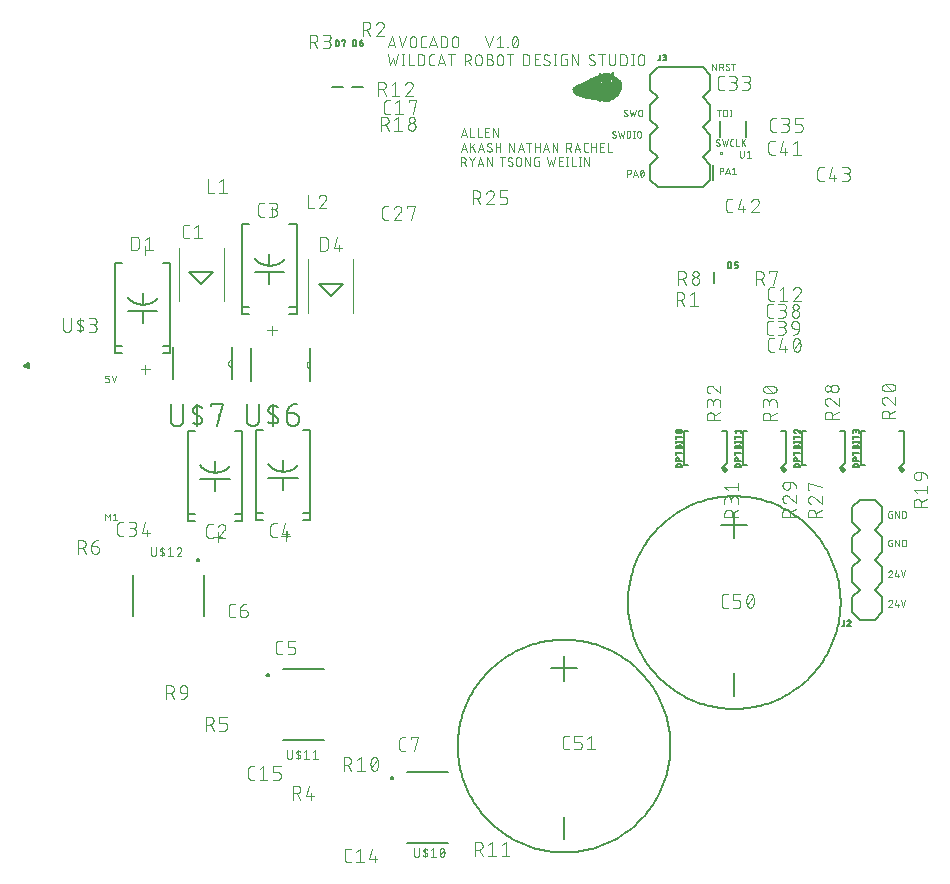
<source format=gbr>
G04 EAGLE Gerber X2 export*
%TF.Part,Single*%
%TF.FileFunction,Legend,Top,1*%
%TF.FilePolarity,Positive*%
%TF.GenerationSoftware,Autodesk,EAGLE,8.6.0*%
%TF.CreationDate,2018-04-20T14:47:42Z*%
G75*
%MOMM*%
%FSLAX34Y34*%
%LPD*%
%AMOC8*
5,1,8,0,0,1.08239X$1,22.5*%
G01*
%ADD10C,0.050800*%
%ADD11C,0.076200*%
%ADD12R,0.010000X0.010000*%
%ADD13R,0.020000X0.010000*%
%ADD14R,0.030000X0.010000*%
%ADD15R,0.040000X0.010000*%
%ADD16R,0.100000X0.010000*%
%ADD17R,0.080000X0.010000*%
%ADD18R,0.050000X0.010000*%
%ADD19R,0.090000X0.010000*%
%ADD20R,0.150000X0.010000*%
%ADD21R,0.140000X0.010000*%
%ADD22R,0.240000X0.010000*%
%ADD23R,0.170000X0.010000*%
%ADD24R,0.120000X0.010000*%
%ADD25R,0.250000X0.010000*%
%ADD26R,0.160000X0.010000*%
%ADD27R,0.110000X0.010000*%
%ADD28R,0.320000X0.010000*%
%ADD29R,0.070000X0.010000*%
%ADD30R,0.060000X0.010000*%
%ADD31R,0.200000X0.010000*%
%ADD32R,0.590000X0.010000*%
%ADD33R,0.220000X0.010000*%
%ADD34R,0.210000X0.010000*%
%ADD35R,0.130000X0.010000*%
%ADD36R,0.290000X0.010000*%
%ADD37R,0.260000X0.010000*%
%ADD38R,0.190000X0.010000*%
%ADD39R,0.720000X0.010000*%
%ADD40R,0.360000X0.010000*%
%ADD41R,0.180000X0.010000*%
%ADD42R,0.300000X0.010000*%
%ADD43R,0.380000X0.010000*%
%ADD44R,0.350000X0.010000*%
%ADD45R,0.340000X0.010000*%
%ADD46R,0.310000X0.010000*%
%ADD47R,0.270000X0.010000*%
%ADD48R,0.280000X0.010000*%
%ADD49R,0.230000X0.010000*%
%ADD50R,0.490000X0.010000*%
%ADD51R,0.510000X0.010000*%
%ADD52R,0.410000X0.010000*%
%ADD53R,0.370000X0.010000*%
%ADD54R,0.560000X0.010000*%
%ADD55R,0.390000X0.010000*%
%ADD56R,0.440000X0.010000*%
%ADD57R,0.540000X0.010000*%
%ADD58R,0.670000X0.010000*%
%ADD59R,0.400000X0.010000*%
%ADD60R,0.420000X0.010000*%
%ADD61R,0.690000X0.010000*%
%ADD62R,0.480000X0.010000*%
%ADD63R,0.330000X0.010000*%
%ADD64R,0.500000X0.010000*%
%ADD65R,0.430000X0.010000*%
%ADD66C,0.152400*%
%ADD67C,0.000000*%
%ADD68C,0.203200*%
%ADD69C,0.127000*%
%ADD70C,0.101600*%
%ADD71C,0.508000*%
%ADD72C,0.200000*%
%ADD73C,0.100000*%

G36*
X-392692Y66992D02*
X-392692Y66992D01*
X-392684Y66991D01*
X-392554Y67025D01*
X-392424Y67057D01*
X-392417Y67061D01*
X-392409Y67063D01*
X-392294Y67131D01*
X-392177Y67198D01*
X-392172Y67204D01*
X-392164Y67209D01*
X-392072Y67306D01*
X-391980Y67402D01*
X-391976Y67410D01*
X-391970Y67416D01*
X-391909Y67535D01*
X-391846Y67653D01*
X-391844Y67661D01*
X-391840Y67669D01*
X-391832Y67721D01*
X-391787Y67931D01*
X-391790Y67969D01*
X-391785Y68000D01*
X-391785Y72000D01*
X-391786Y72008D01*
X-391785Y72017D01*
X-391806Y72149D01*
X-391825Y72282D01*
X-391828Y72289D01*
X-391829Y72298D01*
X-391886Y72419D01*
X-391941Y72541D01*
X-391946Y72547D01*
X-391950Y72555D01*
X-392038Y72656D01*
X-392125Y72758D01*
X-392132Y72763D01*
X-392137Y72769D01*
X-392250Y72841D01*
X-392361Y72916D01*
X-392369Y72918D01*
X-392376Y72923D01*
X-392505Y72961D01*
X-392632Y73001D01*
X-392641Y73002D01*
X-392649Y73004D01*
X-392783Y73005D01*
X-392916Y73009D01*
X-392925Y73006D01*
X-392933Y73007D01*
X-392984Y72991D01*
X-393191Y72937D01*
X-393224Y72917D01*
X-393254Y72908D01*
X-397254Y70908D01*
X-397336Y70851D01*
X-397423Y70802D01*
X-397453Y70771D01*
X-397488Y70747D01*
X-397551Y70669D01*
X-397621Y70598D01*
X-397641Y70560D01*
X-397668Y70527D01*
X-397707Y70435D01*
X-397754Y70347D01*
X-397763Y70305D01*
X-397780Y70265D01*
X-397792Y70166D01*
X-397813Y70069D01*
X-397810Y70026D01*
X-397815Y69983D01*
X-397800Y69885D01*
X-397792Y69785D01*
X-397777Y69745D01*
X-397771Y69702D01*
X-397728Y69612D01*
X-397694Y69519D01*
X-397668Y69484D01*
X-397650Y69445D01*
X-397584Y69370D01*
X-397525Y69290D01*
X-397494Y69267D01*
X-397463Y69231D01*
X-397311Y69134D01*
X-397254Y69092D01*
X-393254Y67092D01*
X-393246Y67089D01*
X-393239Y67085D01*
X-393111Y67044D01*
X-392984Y67002D01*
X-392976Y67001D01*
X-392968Y66999D01*
X-392833Y66995D01*
X-392700Y66990D01*
X-392692Y66992D01*
G37*
D10*
X337427Y-55642D02*
X338358Y-55642D01*
X338358Y-58746D01*
X336496Y-58746D01*
X336426Y-58744D01*
X336357Y-58738D01*
X336288Y-58728D01*
X336220Y-58715D01*
X336152Y-58697D01*
X336086Y-58676D01*
X336021Y-58651D01*
X335957Y-58623D01*
X335895Y-58591D01*
X335835Y-58556D01*
X335777Y-58517D01*
X335722Y-58475D01*
X335668Y-58430D01*
X335618Y-58382D01*
X335570Y-58332D01*
X335525Y-58278D01*
X335483Y-58223D01*
X335444Y-58165D01*
X335409Y-58105D01*
X335377Y-58043D01*
X335349Y-57979D01*
X335324Y-57914D01*
X335303Y-57848D01*
X335285Y-57780D01*
X335272Y-57712D01*
X335262Y-57643D01*
X335256Y-57574D01*
X335254Y-57504D01*
X335254Y-54400D01*
X335256Y-54330D01*
X335262Y-54261D01*
X335272Y-54192D01*
X335285Y-54124D01*
X335303Y-54056D01*
X335324Y-53990D01*
X335349Y-53925D01*
X335377Y-53861D01*
X335409Y-53799D01*
X335444Y-53739D01*
X335483Y-53681D01*
X335525Y-53626D01*
X335570Y-53572D01*
X335618Y-53522D01*
X335668Y-53474D01*
X335722Y-53429D01*
X335777Y-53387D01*
X335835Y-53348D01*
X335895Y-53313D01*
X335957Y-53281D01*
X336021Y-53253D01*
X336086Y-53228D01*
X336152Y-53207D01*
X336220Y-53189D01*
X336288Y-53176D01*
X336357Y-53166D01*
X336426Y-53160D01*
X336496Y-53158D01*
X338358Y-53158D01*
X341106Y-53158D02*
X341106Y-58746D01*
X344211Y-58746D02*
X341106Y-53158D01*
X344211Y-53158D02*
X344211Y-58746D01*
X346958Y-58746D02*
X346958Y-53158D01*
X348510Y-53158D01*
X348586Y-53160D01*
X348662Y-53165D01*
X348738Y-53175D01*
X348813Y-53188D01*
X348887Y-53205D01*
X348961Y-53225D01*
X349033Y-53249D01*
X349104Y-53276D01*
X349174Y-53307D01*
X349242Y-53341D01*
X349308Y-53379D01*
X349372Y-53420D01*
X349435Y-53463D01*
X349495Y-53510D01*
X349552Y-53560D01*
X349607Y-53613D01*
X349660Y-53668D01*
X349710Y-53725D01*
X349757Y-53785D01*
X349800Y-53848D01*
X349841Y-53912D01*
X349879Y-53978D01*
X349913Y-54046D01*
X349944Y-54116D01*
X349971Y-54187D01*
X349995Y-54260D01*
X350015Y-54333D01*
X350032Y-54407D01*
X350045Y-54482D01*
X350055Y-54558D01*
X350060Y-54634D01*
X350062Y-54710D01*
X350063Y-54710D02*
X350063Y-57194D01*
X350062Y-57194D02*
X350060Y-57270D01*
X350055Y-57346D01*
X350045Y-57422D01*
X350032Y-57497D01*
X350015Y-57571D01*
X349995Y-57645D01*
X349971Y-57717D01*
X349944Y-57788D01*
X349913Y-57858D01*
X349879Y-57926D01*
X349841Y-57992D01*
X349800Y-58056D01*
X349757Y-58119D01*
X349710Y-58179D01*
X349660Y-58236D01*
X349607Y-58291D01*
X349552Y-58344D01*
X349495Y-58394D01*
X349435Y-58441D01*
X349372Y-58484D01*
X349308Y-58525D01*
X349242Y-58563D01*
X349174Y-58597D01*
X349104Y-58628D01*
X349033Y-58655D01*
X348961Y-58679D01*
X348887Y-58699D01*
X348813Y-58716D01*
X348738Y-58729D01*
X348662Y-58739D01*
X348586Y-58744D01*
X348510Y-58746D01*
X346958Y-58746D01*
X338358Y-79642D02*
X337427Y-79642D01*
X338358Y-79642D02*
X338358Y-82746D01*
X336496Y-82746D01*
X336426Y-82744D01*
X336357Y-82738D01*
X336288Y-82728D01*
X336220Y-82715D01*
X336152Y-82697D01*
X336086Y-82676D01*
X336021Y-82651D01*
X335957Y-82623D01*
X335895Y-82591D01*
X335835Y-82556D01*
X335777Y-82517D01*
X335722Y-82475D01*
X335668Y-82430D01*
X335618Y-82382D01*
X335570Y-82332D01*
X335525Y-82278D01*
X335483Y-82223D01*
X335444Y-82165D01*
X335409Y-82105D01*
X335377Y-82043D01*
X335349Y-81979D01*
X335324Y-81914D01*
X335303Y-81848D01*
X335285Y-81780D01*
X335272Y-81712D01*
X335262Y-81643D01*
X335256Y-81574D01*
X335254Y-81504D01*
X335254Y-78400D01*
X335256Y-78330D01*
X335262Y-78261D01*
X335272Y-78192D01*
X335285Y-78124D01*
X335303Y-78056D01*
X335324Y-77990D01*
X335349Y-77925D01*
X335377Y-77861D01*
X335409Y-77799D01*
X335444Y-77739D01*
X335483Y-77681D01*
X335525Y-77626D01*
X335570Y-77572D01*
X335618Y-77522D01*
X335668Y-77474D01*
X335722Y-77429D01*
X335777Y-77387D01*
X335835Y-77348D01*
X335895Y-77313D01*
X335957Y-77281D01*
X336021Y-77253D01*
X336086Y-77228D01*
X336152Y-77207D01*
X336220Y-77189D01*
X336288Y-77176D01*
X336357Y-77166D01*
X336426Y-77160D01*
X336496Y-77158D01*
X338358Y-77158D01*
X341106Y-77158D02*
X341106Y-82746D01*
X344211Y-82746D02*
X341106Y-77158D01*
X344211Y-77158D02*
X344211Y-82746D01*
X346958Y-82746D02*
X346958Y-77158D01*
X348510Y-77158D01*
X348586Y-77160D01*
X348662Y-77165D01*
X348738Y-77175D01*
X348813Y-77188D01*
X348887Y-77205D01*
X348961Y-77225D01*
X349033Y-77249D01*
X349104Y-77276D01*
X349174Y-77307D01*
X349242Y-77341D01*
X349308Y-77379D01*
X349372Y-77420D01*
X349435Y-77463D01*
X349495Y-77510D01*
X349552Y-77560D01*
X349607Y-77613D01*
X349660Y-77668D01*
X349710Y-77725D01*
X349757Y-77785D01*
X349800Y-77848D01*
X349841Y-77912D01*
X349879Y-77978D01*
X349913Y-78046D01*
X349944Y-78116D01*
X349971Y-78187D01*
X349995Y-78260D01*
X350015Y-78333D01*
X350032Y-78407D01*
X350045Y-78482D01*
X350055Y-78558D01*
X350060Y-78634D01*
X350062Y-78710D01*
X350063Y-78710D02*
X350063Y-81194D01*
X350062Y-81194D02*
X350060Y-81270D01*
X350055Y-81346D01*
X350045Y-81422D01*
X350032Y-81497D01*
X350015Y-81571D01*
X349995Y-81645D01*
X349971Y-81717D01*
X349944Y-81788D01*
X349913Y-81858D01*
X349879Y-81926D01*
X349841Y-81992D01*
X349800Y-82056D01*
X349757Y-82119D01*
X349710Y-82179D01*
X349660Y-82236D01*
X349607Y-82291D01*
X349552Y-82344D01*
X349495Y-82394D01*
X349435Y-82441D01*
X349372Y-82484D01*
X349308Y-82525D01*
X349242Y-82563D01*
X349174Y-82597D01*
X349104Y-82628D01*
X349033Y-82655D01*
X348961Y-82679D01*
X348887Y-82699D01*
X348813Y-82716D01*
X348738Y-82729D01*
X348662Y-82739D01*
X348586Y-82744D01*
X348510Y-82746D01*
X346958Y-82746D01*
X336961Y-103158D02*
X337034Y-103160D01*
X337107Y-103166D01*
X337180Y-103175D01*
X337251Y-103189D01*
X337323Y-103206D01*
X337393Y-103226D01*
X337462Y-103251D01*
X337529Y-103279D01*
X337595Y-103310D01*
X337660Y-103345D01*
X337722Y-103383D01*
X337782Y-103425D01*
X337840Y-103469D01*
X337896Y-103517D01*
X337949Y-103567D01*
X337999Y-103620D01*
X338047Y-103676D01*
X338091Y-103734D01*
X338133Y-103794D01*
X338171Y-103857D01*
X338206Y-103921D01*
X338237Y-103987D01*
X338265Y-104054D01*
X338290Y-104123D01*
X338310Y-104193D01*
X338327Y-104265D01*
X338341Y-104336D01*
X338350Y-104409D01*
X338356Y-104482D01*
X338358Y-104555D01*
X336961Y-103158D02*
X336877Y-103160D01*
X336794Y-103166D01*
X336711Y-103175D01*
X336628Y-103189D01*
X336547Y-103206D01*
X336466Y-103228D01*
X336386Y-103253D01*
X336308Y-103281D01*
X336230Y-103313D01*
X336155Y-103349D01*
X336081Y-103388D01*
X336009Y-103431D01*
X335939Y-103477D01*
X335872Y-103526D01*
X335806Y-103579D01*
X335744Y-103634D01*
X335684Y-103692D01*
X335626Y-103753D01*
X335572Y-103816D01*
X335520Y-103882D01*
X335472Y-103950D01*
X335427Y-104021D01*
X335385Y-104093D01*
X335347Y-104168D01*
X335312Y-104244D01*
X335281Y-104321D01*
X335253Y-104400D01*
X337892Y-105641D02*
X337946Y-105588D01*
X337997Y-105531D01*
X338045Y-105472D01*
X338090Y-105411D01*
X338131Y-105348D01*
X338170Y-105282D01*
X338205Y-105215D01*
X338237Y-105146D01*
X338265Y-105075D01*
X338289Y-105004D01*
X338310Y-104931D01*
X338327Y-104857D01*
X338341Y-104782D01*
X338350Y-104707D01*
X338356Y-104631D01*
X338358Y-104555D01*
X337893Y-105642D02*
X335254Y-108746D01*
X338358Y-108746D01*
X340740Y-107504D02*
X341982Y-103158D01*
X340740Y-107504D02*
X343845Y-107504D01*
X342913Y-106262D02*
X342913Y-108746D01*
X347779Y-108746D02*
X345916Y-103158D01*
X349642Y-103158D02*
X347779Y-108746D01*
X336961Y-128158D02*
X337034Y-128160D01*
X337107Y-128166D01*
X337180Y-128175D01*
X337251Y-128189D01*
X337323Y-128206D01*
X337393Y-128226D01*
X337462Y-128251D01*
X337529Y-128279D01*
X337595Y-128310D01*
X337660Y-128345D01*
X337722Y-128383D01*
X337782Y-128425D01*
X337840Y-128469D01*
X337896Y-128517D01*
X337949Y-128567D01*
X337999Y-128620D01*
X338047Y-128676D01*
X338091Y-128734D01*
X338133Y-128794D01*
X338171Y-128857D01*
X338206Y-128921D01*
X338237Y-128987D01*
X338265Y-129054D01*
X338290Y-129123D01*
X338310Y-129193D01*
X338327Y-129265D01*
X338341Y-129336D01*
X338350Y-129409D01*
X338356Y-129482D01*
X338358Y-129555D01*
X336961Y-128158D02*
X336877Y-128160D01*
X336794Y-128166D01*
X336711Y-128175D01*
X336628Y-128189D01*
X336547Y-128206D01*
X336466Y-128228D01*
X336386Y-128253D01*
X336308Y-128281D01*
X336230Y-128313D01*
X336155Y-128349D01*
X336081Y-128388D01*
X336009Y-128431D01*
X335939Y-128477D01*
X335872Y-128526D01*
X335806Y-128579D01*
X335744Y-128634D01*
X335684Y-128692D01*
X335626Y-128753D01*
X335572Y-128816D01*
X335520Y-128882D01*
X335472Y-128950D01*
X335427Y-129021D01*
X335385Y-129093D01*
X335347Y-129168D01*
X335312Y-129244D01*
X335281Y-129321D01*
X335253Y-129400D01*
X337892Y-130641D02*
X337946Y-130588D01*
X337997Y-130531D01*
X338045Y-130472D01*
X338090Y-130411D01*
X338131Y-130348D01*
X338170Y-130282D01*
X338205Y-130215D01*
X338237Y-130146D01*
X338265Y-130075D01*
X338289Y-130004D01*
X338310Y-129931D01*
X338327Y-129857D01*
X338341Y-129782D01*
X338350Y-129707D01*
X338356Y-129631D01*
X338358Y-129555D01*
X337893Y-130642D02*
X335254Y-133746D01*
X338358Y-133746D01*
X340740Y-132504D02*
X341982Y-128158D01*
X340740Y-132504D02*
X343845Y-132504D01*
X342913Y-131262D02*
X342913Y-133746D01*
X347779Y-133746D02*
X345916Y-128158D01*
X349642Y-128158D02*
X347779Y-133746D01*
X-327746Y-60746D02*
X-327746Y-55158D01*
X-325883Y-58262D01*
X-324021Y-55158D01*
X-324021Y-60746D01*
X-321401Y-56400D02*
X-319848Y-55158D01*
X-319848Y-60746D01*
X-318296Y-60746D02*
X-321401Y-60746D01*
X-325883Y56254D02*
X-327746Y56254D01*
X-325883Y56254D02*
X-325813Y56256D01*
X-325744Y56262D01*
X-325675Y56272D01*
X-325607Y56285D01*
X-325539Y56303D01*
X-325473Y56324D01*
X-325408Y56349D01*
X-325344Y56377D01*
X-325282Y56409D01*
X-325222Y56444D01*
X-325164Y56483D01*
X-325109Y56525D01*
X-325055Y56570D01*
X-325005Y56618D01*
X-324957Y56668D01*
X-324912Y56722D01*
X-324870Y56777D01*
X-324831Y56835D01*
X-324796Y56895D01*
X-324764Y56957D01*
X-324736Y57021D01*
X-324711Y57086D01*
X-324690Y57152D01*
X-324672Y57220D01*
X-324659Y57288D01*
X-324649Y57357D01*
X-324643Y57426D01*
X-324641Y57496D01*
X-324642Y57496D02*
X-324642Y58117D01*
X-324641Y58117D02*
X-324643Y58187D01*
X-324649Y58256D01*
X-324659Y58325D01*
X-324672Y58393D01*
X-324690Y58461D01*
X-324711Y58527D01*
X-324736Y58592D01*
X-324764Y58656D01*
X-324796Y58718D01*
X-324831Y58778D01*
X-324870Y58836D01*
X-324912Y58891D01*
X-324957Y58945D01*
X-325005Y58995D01*
X-325055Y59043D01*
X-325109Y59088D01*
X-325164Y59130D01*
X-325222Y59169D01*
X-325282Y59204D01*
X-325344Y59236D01*
X-325408Y59264D01*
X-325473Y59289D01*
X-325539Y59310D01*
X-325607Y59328D01*
X-325675Y59341D01*
X-325744Y59351D01*
X-325813Y59357D01*
X-325883Y59359D01*
X-325883Y59358D02*
X-327746Y59358D01*
X-327746Y61842D01*
X-324642Y61842D01*
X-322570Y61842D02*
X-320707Y56254D01*
X-318845Y61842D01*
X114254Y230254D02*
X114254Y235842D01*
X115806Y235842D01*
X115883Y235840D01*
X115961Y235834D01*
X116037Y235825D01*
X116114Y235811D01*
X116189Y235794D01*
X116263Y235773D01*
X116337Y235748D01*
X116409Y235720D01*
X116479Y235688D01*
X116548Y235653D01*
X116615Y235614D01*
X116680Y235572D01*
X116743Y235527D01*
X116804Y235479D01*
X116862Y235428D01*
X116917Y235374D01*
X116970Y235317D01*
X117019Y235258D01*
X117066Y235196D01*
X117110Y235132D01*
X117150Y235066D01*
X117187Y234998D01*
X117221Y234928D01*
X117251Y234857D01*
X117277Y234784D01*
X117300Y234710D01*
X117319Y234635D01*
X117334Y234560D01*
X117346Y234483D01*
X117354Y234406D01*
X117358Y234329D01*
X117358Y234251D01*
X117354Y234174D01*
X117346Y234097D01*
X117334Y234020D01*
X117319Y233945D01*
X117300Y233870D01*
X117277Y233796D01*
X117251Y233723D01*
X117221Y233652D01*
X117187Y233582D01*
X117150Y233514D01*
X117110Y233448D01*
X117066Y233384D01*
X117019Y233322D01*
X116970Y233263D01*
X116917Y233206D01*
X116862Y233152D01*
X116804Y233101D01*
X116743Y233053D01*
X116680Y233008D01*
X116615Y232966D01*
X116548Y232927D01*
X116479Y232892D01*
X116409Y232860D01*
X116337Y232832D01*
X116263Y232807D01*
X116189Y232786D01*
X116114Y232769D01*
X116037Y232755D01*
X115961Y232746D01*
X115883Y232740D01*
X115806Y232738D01*
X114254Y232738D01*
X119164Y230254D02*
X121027Y235842D01*
X122889Y230254D01*
X122424Y231651D02*
X119630Y231651D01*
X124961Y233048D02*
X124963Y233179D01*
X124968Y233309D01*
X124978Y233439D01*
X124991Y233569D01*
X125007Y233699D01*
X125027Y233828D01*
X125051Y233956D01*
X125079Y234083D01*
X125110Y234210D01*
X125145Y234336D01*
X125183Y234461D01*
X125225Y234585D01*
X125270Y234707D01*
X125319Y234828D01*
X125371Y234948D01*
X125427Y235066D01*
X125426Y235066D02*
X125449Y235126D01*
X125475Y235186D01*
X125504Y235243D01*
X125537Y235299D01*
X125573Y235353D01*
X125611Y235405D01*
X125653Y235455D01*
X125697Y235502D01*
X125744Y235547D01*
X125794Y235589D01*
X125845Y235628D01*
X125899Y235664D01*
X125955Y235697D01*
X126012Y235727D01*
X126071Y235754D01*
X126132Y235777D01*
X126193Y235797D01*
X126256Y235813D01*
X126320Y235826D01*
X126384Y235835D01*
X126448Y235840D01*
X126513Y235842D01*
X126578Y235840D01*
X126642Y235835D01*
X126706Y235826D01*
X126770Y235813D01*
X126833Y235797D01*
X126894Y235777D01*
X126955Y235754D01*
X127014Y235727D01*
X127071Y235697D01*
X127127Y235664D01*
X127181Y235628D01*
X127232Y235589D01*
X127282Y235547D01*
X127329Y235502D01*
X127373Y235455D01*
X127415Y235405D01*
X127453Y235353D01*
X127489Y235299D01*
X127522Y235243D01*
X127551Y235186D01*
X127577Y235126D01*
X127600Y235066D01*
X127656Y234948D01*
X127708Y234828D01*
X127757Y234707D01*
X127802Y234585D01*
X127844Y234461D01*
X127882Y234336D01*
X127917Y234210D01*
X127948Y234084D01*
X127976Y233956D01*
X128000Y233828D01*
X128020Y233699D01*
X128036Y233569D01*
X128049Y233439D01*
X128059Y233309D01*
X128064Y233179D01*
X128066Y233048D01*
X124961Y233048D02*
X124963Y232917D01*
X124968Y232787D01*
X124978Y232657D01*
X124991Y232527D01*
X125007Y232397D01*
X125027Y232268D01*
X125051Y232140D01*
X125079Y232013D01*
X125110Y231886D01*
X125145Y231760D01*
X125183Y231635D01*
X125225Y231511D01*
X125270Y231389D01*
X125319Y231268D01*
X125371Y231148D01*
X125427Y231030D01*
X125426Y231030D02*
X125449Y230970D01*
X125475Y230910D01*
X125504Y230853D01*
X125537Y230797D01*
X125573Y230743D01*
X125611Y230691D01*
X125653Y230641D01*
X125697Y230594D01*
X125744Y230549D01*
X125794Y230507D01*
X125845Y230468D01*
X125899Y230432D01*
X125955Y230399D01*
X126012Y230369D01*
X126071Y230342D01*
X126132Y230319D01*
X126193Y230299D01*
X126256Y230283D01*
X126320Y230270D01*
X126384Y230261D01*
X126448Y230256D01*
X126513Y230254D01*
X127599Y231030D02*
X127655Y231148D01*
X127707Y231268D01*
X127756Y231389D01*
X127801Y231511D01*
X127843Y231635D01*
X127881Y231760D01*
X127916Y231886D01*
X127947Y232012D01*
X127975Y232140D01*
X127999Y232268D01*
X128019Y232397D01*
X128035Y232527D01*
X128048Y232657D01*
X128058Y232787D01*
X128063Y232917D01*
X128065Y233048D01*
X127600Y231030D02*
X127577Y230970D01*
X127551Y230910D01*
X127522Y230853D01*
X127489Y230797D01*
X127453Y230743D01*
X127415Y230691D01*
X127373Y230641D01*
X127329Y230594D01*
X127282Y230549D01*
X127232Y230507D01*
X127181Y230468D01*
X127127Y230432D01*
X127071Y230399D01*
X127014Y230369D01*
X126955Y230342D01*
X126894Y230319D01*
X126833Y230299D01*
X126770Y230283D01*
X126706Y230270D01*
X126642Y230261D01*
X126578Y230256D01*
X126513Y230254D01*
X125271Y231496D02*
X127755Y234600D01*
X192254Y232254D02*
X192254Y237842D01*
X193806Y237842D01*
X193883Y237840D01*
X193961Y237834D01*
X194037Y237825D01*
X194114Y237811D01*
X194189Y237794D01*
X194263Y237773D01*
X194337Y237748D01*
X194409Y237720D01*
X194479Y237688D01*
X194548Y237653D01*
X194615Y237614D01*
X194680Y237572D01*
X194743Y237527D01*
X194804Y237479D01*
X194862Y237428D01*
X194917Y237374D01*
X194970Y237317D01*
X195019Y237258D01*
X195066Y237196D01*
X195110Y237132D01*
X195150Y237066D01*
X195187Y236998D01*
X195221Y236928D01*
X195251Y236857D01*
X195277Y236784D01*
X195300Y236710D01*
X195319Y236635D01*
X195334Y236560D01*
X195346Y236483D01*
X195354Y236406D01*
X195358Y236329D01*
X195358Y236251D01*
X195354Y236174D01*
X195346Y236097D01*
X195334Y236020D01*
X195319Y235945D01*
X195300Y235870D01*
X195277Y235796D01*
X195251Y235723D01*
X195221Y235652D01*
X195187Y235582D01*
X195150Y235514D01*
X195110Y235448D01*
X195066Y235384D01*
X195019Y235322D01*
X194970Y235263D01*
X194917Y235206D01*
X194862Y235152D01*
X194804Y235101D01*
X194743Y235053D01*
X194680Y235008D01*
X194615Y234966D01*
X194548Y234927D01*
X194479Y234892D01*
X194409Y234860D01*
X194337Y234832D01*
X194263Y234807D01*
X194189Y234786D01*
X194114Y234769D01*
X194037Y234755D01*
X193961Y234746D01*
X193883Y234740D01*
X193806Y234738D01*
X192254Y234738D01*
X197164Y232254D02*
X199027Y237842D01*
X200889Y232254D01*
X200424Y233651D02*
X197630Y233651D01*
X202961Y236600D02*
X204513Y237842D01*
X204513Y232254D01*
X202961Y232254D02*
X206065Y232254D01*
X104359Y264496D02*
X104357Y264426D01*
X104351Y264357D01*
X104341Y264288D01*
X104328Y264220D01*
X104310Y264152D01*
X104289Y264086D01*
X104264Y264021D01*
X104236Y263957D01*
X104204Y263895D01*
X104169Y263835D01*
X104130Y263777D01*
X104088Y263722D01*
X104043Y263668D01*
X103995Y263618D01*
X103945Y263570D01*
X103891Y263525D01*
X103836Y263483D01*
X103778Y263444D01*
X103718Y263409D01*
X103656Y263377D01*
X103592Y263349D01*
X103527Y263324D01*
X103461Y263303D01*
X103393Y263285D01*
X103325Y263272D01*
X103256Y263262D01*
X103187Y263256D01*
X103117Y263254D01*
X103018Y263256D01*
X102920Y263261D01*
X102822Y263271D01*
X102724Y263284D01*
X102627Y263300D01*
X102530Y263320D01*
X102435Y263344D01*
X102340Y263372D01*
X102246Y263403D01*
X102154Y263437D01*
X102063Y263475D01*
X101973Y263516D01*
X101885Y263561D01*
X101799Y263609D01*
X101715Y263660D01*
X101633Y263714D01*
X101552Y263772D01*
X101474Y263832D01*
X101399Y263895D01*
X101325Y263961D01*
X101255Y264030D01*
X101409Y267600D02*
X101411Y267670D01*
X101417Y267739D01*
X101427Y267808D01*
X101440Y267876D01*
X101458Y267944D01*
X101479Y268010D01*
X101504Y268075D01*
X101532Y268139D01*
X101564Y268201D01*
X101599Y268261D01*
X101638Y268319D01*
X101680Y268374D01*
X101725Y268428D01*
X101773Y268478D01*
X101823Y268526D01*
X101877Y268571D01*
X101932Y268613D01*
X101990Y268652D01*
X102050Y268687D01*
X102112Y268719D01*
X102176Y268747D01*
X102241Y268772D01*
X102307Y268793D01*
X102375Y268811D01*
X102443Y268824D01*
X102512Y268834D01*
X102581Y268840D01*
X102651Y268842D01*
X102745Y268840D01*
X102838Y268834D01*
X102931Y268825D01*
X103024Y268812D01*
X103116Y268795D01*
X103207Y268775D01*
X103298Y268750D01*
X103387Y268723D01*
X103475Y268691D01*
X103562Y268656D01*
X103648Y268618D01*
X103731Y268576D01*
X103813Y268531D01*
X103894Y268483D01*
X103972Y268431D01*
X104048Y268376D01*
X102030Y266514D02*
X101971Y266550D01*
X101915Y266590D01*
X101861Y266633D01*
X101809Y266678D01*
X101760Y266727D01*
X101714Y266778D01*
X101671Y266831D01*
X101630Y266887D01*
X101593Y266945D01*
X101558Y267005D01*
X101528Y267066D01*
X101500Y267129D01*
X101476Y267194D01*
X101456Y267260D01*
X101439Y267327D01*
X101426Y267394D01*
X101417Y267462D01*
X101411Y267531D01*
X101409Y267600D01*
X103737Y265582D02*
X103796Y265546D01*
X103852Y265506D01*
X103906Y265463D01*
X103958Y265418D01*
X104007Y265369D01*
X104053Y265318D01*
X104096Y265265D01*
X104137Y265209D01*
X104174Y265151D01*
X104209Y265091D01*
X104239Y265030D01*
X104267Y264967D01*
X104291Y264902D01*
X104311Y264836D01*
X104328Y264769D01*
X104341Y264702D01*
X104350Y264634D01*
X104356Y264565D01*
X104358Y264496D01*
X103738Y265582D02*
X102030Y266514D01*
X106358Y268842D02*
X107599Y263254D01*
X108841Y266979D01*
X110083Y263254D01*
X111325Y268842D01*
X113690Y268842D02*
X113690Y263254D01*
X113690Y268842D02*
X115242Y268842D01*
X115318Y268840D01*
X115394Y268835D01*
X115470Y268825D01*
X115545Y268812D01*
X115619Y268795D01*
X115693Y268775D01*
X115765Y268751D01*
X115836Y268724D01*
X115906Y268693D01*
X115974Y268659D01*
X116040Y268621D01*
X116104Y268580D01*
X116167Y268537D01*
X116227Y268490D01*
X116284Y268440D01*
X116339Y268387D01*
X116392Y268332D01*
X116442Y268275D01*
X116489Y268215D01*
X116532Y268152D01*
X116573Y268088D01*
X116611Y268022D01*
X116645Y267954D01*
X116676Y267884D01*
X116703Y267813D01*
X116727Y267740D01*
X116747Y267667D01*
X116764Y267593D01*
X116777Y267518D01*
X116787Y267442D01*
X116792Y267366D01*
X116794Y267290D01*
X116794Y264806D01*
X116792Y264727D01*
X116786Y264649D01*
X116776Y264571D01*
X116762Y264494D01*
X116744Y264417D01*
X116723Y264341D01*
X116697Y264267D01*
X116668Y264194D01*
X116635Y264123D01*
X116599Y264053D01*
X116559Y263985D01*
X116516Y263919D01*
X116469Y263856D01*
X116420Y263795D01*
X116367Y263737D01*
X116311Y263681D01*
X116253Y263628D01*
X116192Y263579D01*
X116129Y263532D01*
X116063Y263489D01*
X115995Y263449D01*
X115926Y263413D01*
X115854Y263380D01*
X115781Y263351D01*
X115707Y263325D01*
X115631Y263304D01*
X115554Y263286D01*
X115477Y263272D01*
X115399Y263262D01*
X115321Y263256D01*
X115242Y263254D01*
X113690Y263254D01*
X119814Y263254D02*
X119814Y268842D01*
X119193Y263254D02*
X120435Y263254D01*
X120435Y268842D02*
X119193Y268842D01*
X122651Y267290D02*
X122651Y264806D01*
X122651Y267290D02*
X122653Y267367D01*
X122659Y267445D01*
X122668Y267521D01*
X122682Y267598D01*
X122699Y267673D01*
X122720Y267747D01*
X122745Y267821D01*
X122773Y267893D01*
X122805Y267963D01*
X122840Y268032D01*
X122879Y268099D01*
X122921Y268164D01*
X122966Y268227D01*
X123014Y268288D01*
X123065Y268346D01*
X123119Y268401D01*
X123176Y268454D01*
X123235Y268503D01*
X123297Y268550D01*
X123361Y268594D01*
X123427Y268634D01*
X123495Y268671D01*
X123565Y268705D01*
X123636Y268735D01*
X123709Y268761D01*
X123783Y268784D01*
X123858Y268803D01*
X123933Y268818D01*
X124010Y268830D01*
X124087Y268838D01*
X124164Y268842D01*
X124242Y268842D01*
X124319Y268838D01*
X124396Y268830D01*
X124473Y268818D01*
X124548Y268803D01*
X124623Y268784D01*
X124697Y268761D01*
X124770Y268735D01*
X124841Y268705D01*
X124911Y268671D01*
X124979Y268634D01*
X125045Y268594D01*
X125109Y268550D01*
X125171Y268503D01*
X125230Y268454D01*
X125287Y268401D01*
X125341Y268346D01*
X125392Y268288D01*
X125440Y268227D01*
X125485Y268164D01*
X125527Y268099D01*
X125566Y268032D01*
X125601Y267963D01*
X125633Y267893D01*
X125661Y267821D01*
X125686Y267747D01*
X125707Y267673D01*
X125724Y267598D01*
X125738Y267521D01*
X125747Y267445D01*
X125753Y267367D01*
X125755Y267290D01*
X125755Y264806D01*
X125753Y264729D01*
X125747Y264651D01*
X125738Y264575D01*
X125724Y264498D01*
X125707Y264423D01*
X125686Y264349D01*
X125661Y264275D01*
X125633Y264203D01*
X125601Y264133D01*
X125566Y264064D01*
X125527Y263997D01*
X125485Y263932D01*
X125440Y263869D01*
X125392Y263808D01*
X125341Y263750D01*
X125287Y263695D01*
X125230Y263642D01*
X125171Y263593D01*
X125109Y263546D01*
X125045Y263502D01*
X124979Y263462D01*
X124911Y263425D01*
X124841Y263391D01*
X124770Y263361D01*
X124697Y263335D01*
X124623Y263312D01*
X124548Y263293D01*
X124473Y263278D01*
X124396Y263266D01*
X124319Y263258D01*
X124242Y263254D01*
X124164Y263254D01*
X124087Y263258D01*
X124010Y263266D01*
X123933Y263278D01*
X123858Y263293D01*
X123783Y263312D01*
X123709Y263335D01*
X123636Y263361D01*
X123565Y263391D01*
X123495Y263425D01*
X123427Y263462D01*
X123361Y263502D01*
X123297Y263546D01*
X123235Y263593D01*
X123176Y263642D01*
X123119Y263695D01*
X123065Y263750D01*
X123014Y263808D01*
X122966Y263869D01*
X122921Y263932D01*
X122879Y263997D01*
X122840Y264064D01*
X122805Y264133D01*
X122773Y264203D01*
X122745Y264275D01*
X122720Y264349D01*
X122699Y264423D01*
X122682Y264498D01*
X122668Y264575D01*
X122659Y264651D01*
X122653Y264729D01*
X122651Y264806D01*
X113117Y281254D02*
X113187Y281256D01*
X113256Y281262D01*
X113325Y281272D01*
X113393Y281285D01*
X113461Y281303D01*
X113527Y281324D01*
X113592Y281349D01*
X113656Y281377D01*
X113718Y281409D01*
X113778Y281444D01*
X113836Y281483D01*
X113891Y281525D01*
X113945Y281570D01*
X113995Y281618D01*
X114043Y281668D01*
X114088Y281722D01*
X114130Y281777D01*
X114169Y281835D01*
X114204Y281895D01*
X114236Y281957D01*
X114264Y282021D01*
X114289Y282086D01*
X114310Y282152D01*
X114328Y282220D01*
X114341Y282288D01*
X114351Y282357D01*
X114357Y282426D01*
X114359Y282496D01*
X113117Y281254D02*
X113018Y281256D01*
X112920Y281261D01*
X112822Y281271D01*
X112724Y281284D01*
X112627Y281300D01*
X112530Y281320D01*
X112435Y281344D01*
X112340Y281372D01*
X112246Y281403D01*
X112154Y281437D01*
X112063Y281475D01*
X111973Y281516D01*
X111885Y281561D01*
X111799Y281609D01*
X111715Y281660D01*
X111633Y281714D01*
X111552Y281772D01*
X111474Y281832D01*
X111399Y281895D01*
X111325Y281961D01*
X111255Y282030D01*
X111409Y285600D02*
X111411Y285670D01*
X111417Y285739D01*
X111427Y285808D01*
X111440Y285876D01*
X111458Y285944D01*
X111479Y286010D01*
X111504Y286075D01*
X111532Y286139D01*
X111564Y286201D01*
X111599Y286261D01*
X111638Y286319D01*
X111680Y286374D01*
X111725Y286428D01*
X111773Y286478D01*
X111823Y286526D01*
X111877Y286571D01*
X111932Y286613D01*
X111990Y286652D01*
X112050Y286687D01*
X112112Y286719D01*
X112176Y286747D01*
X112241Y286772D01*
X112307Y286793D01*
X112375Y286811D01*
X112443Y286824D01*
X112512Y286834D01*
X112581Y286840D01*
X112651Y286842D01*
X112745Y286840D01*
X112838Y286834D01*
X112931Y286825D01*
X113024Y286812D01*
X113116Y286795D01*
X113207Y286775D01*
X113298Y286750D01*
X113387Y286723D01*
X113475Y286691D01*
X113562Y286656D01*
X113648Y286618D01*
X113731Y286576D01*
X113813Y286531D01*
X113894Y286483D01*
X113972Y286431D01*
X114048Y286376D01*
X112030Y284514D02*
X111971Y284550D01*
X111915Y284590D01*
X111861Y284633D01*
X111809Y284678D01*
X111760Y284727D01*
X111714Y284778D01*
X111671Y284831D01*
X111630Y284887D01*
X111593Y284945D01*
X111558Y285005D01*
X111528Y285066D01*
X111500Y285129D01*
X111476Y285194D01*
X111456Y285260D01*
X111439Y285327D01*
X111426Y285394D01*
X111417Y285462D01*
X111411Y285531D01*
X111409Y285600D01*
X113737Y283582D02*
X113796Y283546D01*
X113852Y283506D01*
X113906Y283463D01*
X113958Y283418D01*
X114007Y283369D01*
X114053Y283318D01*
X114096Y283265D01*
X114137Y283209D01*
X114174Y283151D01*
X114209Y283091D01*
X114239Y283030D01*
X114267Y282967D01*
X114291Y282902D01*
X114311Y282836D01*
X114328Y282769D01*
X114341Y282702D01*
X114350Y282634D01*
X114356Y282565D01*
X114358Y282496D01*
X113738Y283582D02*
X112030Y284514D01*
X116358Y286842D02*
X117599Y281254D01*
X118841Y284979D01*
X120083Y281254D01*
X121325Y286842D01*
X123507Y285290D02*
X123507Y282806D01*
X123507Y285290D02*
X123509Y285367D01*
X123515Y285445D01*
X123524Y285521D01*
X123538Y285598D01*
X123555Y285673D01*
X123576Y285747D01*
X123601Y285821D01*
X123629Y285893D01*
X123661Y285963D01*
X123696Y286032D01*
X123735Y286099D01*
X123777Y286164D01*
X123822Y286227D01*
X123870Y286288D01*
X123921Y286346D01*
X123975Y286401D01*
X124032Y286454D01*
X124091Y286503D01*
X124153Y286550D01*
X124217Y286594D01*
X124283Y286634D01*
X124351Y286671D01*
X124421Y286705D01*
X124492Y286735D01*
X124565Y286761D01*
X124639Y286784D01*
X124714Y286803D01*
X124789Y286818D01*
X124866Y286830D01*
X124943Y286838D01*
X125020Y286842D01*
X125098Y286842D01*
X125175Y286838D01*
X125252Y286830D01*
X125329Y286818D01*
X125404Y286803D01*
X125479Y286784D01*
X125553Y286761D01*
X125626Y286735D01*
X125697Y286705D01*
X125767Y286671D01*
X125835Y286634D01*
X125901Y286594D01*
X125965Y286550D01*
X126027Y286503D01*
X126086Y286454D01*
X126143Y286401D01*
X126197Y286346D01*
X126248Y286288D01*
X126296Y286227D01*
X126341Y286164D01*
X126383Y286099D01*
X126422Y286032D01*
X126457Y285963D01*
X126489Y285893D01*
X126517Y285821D01*
X126542Y285747D01*
X126563Y285673D01*
X126580Y285598D01*
X126594Y285521D01*
X126603Y285445D01*
X126609Y285367D01*
X126611Y285290D01*
X126611Y282806D01*
X126609Y282729D01*
X126603Y282651D01*
X126594Y282575D01*
X126580Y282498D01*
X126563Y282423D01*
X126542Y282349D01*
X126517Y282275D01*
X126489Y282203D01*
X126457Y282133D01*
X126422Y282064D01*
X126383Y281997D01*
X126341Y281932D01*
X126296Y281869D01*
X126248Y281808D01*
X126197Y281750D01*
X126143Y281695D01*
X126086Y281642D01*
X126027Y281593D01*
X125965Y281546D01*
X125901Y281502D01*
X125835Y281462D01*
X125767Y281425D01*
X125697Y281391D01*
X125626Y281361D01*
X125553Y281335D01*
X125479Y281312D01*
X125404Y281293D01*
X125329Y281278D01*
X125252Y281266D01*
X125175Y281258D01*
X125098Y281254D01*
X125020Y281254D01*
X124943Y281258D01*
X124866Y281266D01*
X124789Y281278D01*
X124714Y281293D01*
X124639Y281312D01*
X124565Y281335D01*
X124492Y281361D01*
X124421Y281391D01*
X124351Y281425D01*
X124283Y281462D01*
X124217Y281502D01*
X124153Y281546D01*
X124091Y281593D01*
X124032Y281642D01*
X123975Y281695D01*
X123921Y281750D01*
X123870Y281808D01*
X123822Y281869D01*
X123777Y281932D01*
X123735Y281997D01*
X123696Y282064D01*
X123661Y282133D01*
X123629Y282203D01*
X123601Y282275D01*
X123576Y282349D01*
X123555Y282423D01*
X123538Y282498D01*
X123524Y282575D01*
X123515Y282651D01*
X123509Y282729D01*
X123507Y282806D01*
X186254Y320254D02*
X186254Y325842D01*
X189358Y320254D01*
X189358Y325842D01*
X192142Y325842D02*
X192142Y320254D01*
X192142Y325842D02*
X193694Y325842D01*
X193771Y325840D01*
X193849Y325834D01*
X193925Y325825D01*
X194002Y325811D01*
X194077Y325794D01*
X194151Y325773D01*
X194225Y325748D01*
X194297Y325720D01*
X194367Y325688D01*
X194436Y325653D01*
X194503Y325614D01*
X194568Y325572D01*
X194631Y325527D01*
X194692Y325479D01*
X194750Y325428D01*
X194805Y325374D01*
X194858Y325317D01*
X194907Y325258D01*
X194954Y325196D01*
X194998Y325132D01*
X195038Y325066D01*
X195075Y324998D01*
X195109Y324928D01*
X195139Y324857D01*
X195165Y324784D01*
X195188Y324710D01*
X195207Y324635D01*
X195222Y324560D01*
X195234Y324483D01*
X195242Y324406D01*
X195246Y324329D01*
X195246Y324251D01*
X195242Y324174D01*
X195234Y324097D01*
X195222Y324020D01*
X195207Y323945D01*
X195188Y323870D01*
X195165Y323796D01*
X195139Y323723D01*
X195109Y323652D01*
X195075Y323582D01*
X195038Y323514D01*
X194998Y323448D01*
X194954Y323384D01*
X194907Y323322D01*
X194858Y323263D01*
X194805Y323206D01*
X194750Y323152D01*
X194692Y323101D01*
X194631Y323053D01*
X194568Y323008D01*
X194503Y322966D01*
X194436Y322927D01*
X194367Y322892D01*
X194297Y322860D01*
X194225Y322832D01*
X194151Y322807D01*
X194077Y322786D01*
X194002Y322769D01*
X193925Y322755D01*
X193849Y322746D01*
X193771Y322740D01*
X193694Y322738D01*
X192142Y322738D01*
X194005Y322738D02*
X195247Y320254D01*
X199272Y320254D02*
X199342Y320256D01*
X199411Y320262D01*
X199480Y320272D01*
X199548Y320285D01*
X199616Y320303D01*
X199682Y320324D01*
X199747Y320349D01*
X199811Y320377D01*
X199873Y320409D01*
X199933Y320444D01*
X199991Y320483D01*
X200046Y320525D01*
X200100Y320570D01*
X200150Y320618D01*
X200198Y320668D01*
X200243Y320722D01*
X200285Y320777D01*
X200324Y320835D01*
X200359Y320895D01*
X200391Y320957D01*
X200419Y321021D01*
X200444Y321086D01*
X200465Y321152D01*
X200483Y321220D01*
X200496Y321288D01*
X200506Y321357D01*
X200512Y321426D01*
X200514Y321496D01*
X199272Y320254D02*
X199173Y320256D01*
X199075Y320261D01*
X198977Y320271D01*
X198879Y320284D01*
X198782Y320300D01*
X198685Y320320D01*
X198590Y320344D01*
X198495Y320372D01*
X198401Y320403D01*
X198309Y320437D01*
X198218Y320475D01*
X198128Y320516D01*
X198040Y320561D01*
X197954Y320609D01*
X197870Y320660D01*
X197788Y320714D01*
X197707Y320772D01*
X197629Y320832D01*
X197554Y320895D01*
X197480Y320961D01*
X197410Y321030D01*
X197565Y324600D02*
X197567Y324670D01*
X197573Y324739D01*
X197583Y324808D01*
X197596Y324876D01*
X197614Y324944D01*
X197635Y325010D01*
X197660Y325075D01*
X197688Y325139D01*
X197720Y325201D01*
X197755Y325261D01*
X197794Y325319D01*
X197836Y325374D01*
X197881Y325428D01*
X197929Y325478D01*
X197979Y325526D01*
X198033Y325571D01*
X198088Y325613D01*
X198146Y325652D01*
X198206Y325687D01*
X198268Y325719D01*
X198332Y325747D01*
X198397Y325772D01*
X198463Y325793D01*
X198531Y325811D01*
X198599Y325824D01*
X198668Y325834D01*
X198737Y325840D01*
X198807Y325842D01*
X198901Y325840D01*
X198994Y325834D01*
X199087Y325825D01*
X199180Y325812D01*
X199272Y325795D01*
X199363Y325775D01*
X199454Y325750D01*
X199543Y325723D01*
X199631Y325691D01*
X199718Y325656D01*
X199804Y325618D01*
X199887Y325576D01*
X199969Y325531D01*
X200050Y325483D01*
X200128Y325431D01*
X200204Y325376D01*
X198186Y323514D02*
X198127Y323550D01*
X198071Y323590D01*
X198017Y323633D01*
X197965Y323678D01*
X197916Y323727D01*
X197870Y323778D01*
X197827Y323831D01*
X197786Y323887D01*
X197749Y323945D01*
X197714Y324005D01*
X197684Y324066D01*
X197656Y324129D01*
X197632Y324194D01*
X197612Y324260D01*
X197595Y324327D01*
X197582Y324394D01*
X197573Y324462D01*
X197567Y324531D01*
X197565Y324600D01*
X199893Y322582D02*
X199952Y322546D01*
X200008Y322506D01*
X200062Y322463D01*
X200114Y322418D01*
X200163Y322369D01*
X200209Y322318D01*
X200252Y322265D01*
X200293Y322209D01*
X200330Y322151D01*
X200365Y322091D01*
X200395Y322030D01*
X200423Y321967D01*
X200447Y321902D01*
X200467Y321836D01*
X200484Y321769D01*
X200497Y321702D01*
X200506Y321634D01*
X200512Y321565D01*
X200514Y321496D01*
X199893Y322582D02*
X198186Y323514D01*
X203900Y325842D02*
X203900Y320254D01*
X202347Y325842D02*
X205452Y325842D01*
X192359Y257496D02*
X192357Y257426D01*
X192351Y257357D01*
X192341Y257288D01*
X192328Y257220D01*
X192310Y257152D01*
X192289Y257086D01*
X192264Y257021D01*
X192236Y256957D01*
X192204Y256895D01*
X192169Y256835D01*
X192130Y256777D01*
X192088Y256722D01*
X192043Y256668D01*
X191995Y256618D01*
X191945Y256570D01*
X191891Y256525D01*
X191836Y256483D01*
X191778Y256444D01*
X191718Y256409D01*
X191656Y256377D01*
X191592Y256349D01*
X191527Y256324D01*
X191461Y256303D01*
X191393Y256285D01*
X191325Y256272D01*
X191256Y256262D01*
X191187Y256256D01*
X191117Y256254D01*
X191018Y256256D01*
X190920Y256261D01*
X190822Y256271D01*
X190724Y256284D01*
X190627Y256300D01*
X190530Y256320D01*
X190435Y256344D01*
X190340Y256372D01*
X190246Y256403D01*
X190154Y256437D01*
X190063Y256475D01*
X189973Y256516D01*
X189885Y256561D01*
X189799Y256609D01*
X189715Y256660D01*
X189633Y256714D01*
X189552Y256772D01*
X189474Y256832D01*
X189399Y256895D01*
X189325Y256961D01*
X189255Y257030D01*
X189409Y260600D02*
X189411Y260670D01*
X189417Y260739D01*
X189427Y260808D01*
X189440Y260876D01*
X189458Y260944D01*
X189479Y261010D01*
X189504Y261075D01*
X189532Y261139D01*
X189564Y261201D01*
X189599Y261261D01*
X189638Y261319D01*
X189680Y261374D01*
X189725Y261428D01*
X189773Y261478D01*
X189823Y261526D01*
X189877Y261571D01*
X189932Y261613D01*
X189990Y261652D01*
X190050Y261687D01*
X190112Y261719D01*
X190176Y261747D01*
X190241Y261772D01*
X190307Y261793D01*
X190375Y261811D01*
X190443Y261824D01*
X190512Y261834D01*
X190581Y261840D01*
X190651Y261842D01*
X190745Y261840D01*
X190838Y261834D01*
X190931Y261825D01*
X191024Y261812D01*
X191116Y261795D01*
X191207Y261775D01*
X191298Y261750D01*
X191387Y261723D01*
X191475Y261691D01*
X191562Y261656D01*
X191648Y261618D01*
X191731Y261576D01*
X191813Y261531D01*
X191894Y261483D01*
X191972Y261431D01*
X192048Y261376D01*
X190030Y259514D02*
X189971Y259550D01*
X189915Y259590D01*
X189861Y259633D01*
X189809Y259678D01*
X189760Y259727D01*
X189714Y259778D01*
X189671Y259831D01*
X189630Y259887D01*
X189593Y259945D01*
X189558Y260005D01*
X189528Y260066D01*
X189500Y260129D01*
X189476Y260194D01*
X189456Y260260D01*
X189439Y260327D01*
X189426Y260394D01*
X189417Y260462D01*
X189411Y260531D01*
X189409Y260600D01*
X191737Y258582D02*
X191796Y258546D01*
X191852Y258506D01*
X191906Y258463D01*
X191958Y258418D01*
X192007Y258369D01*
X192053Y258318D01*
X192096Y258265D01*
X192137Y258209D01*
X192174Y258151D01*
X192209Y258091D01*
X192239Y258030D01*
X192267Y257967D01*
X192291Y257902D01*
X192311Y257836D01*
X192328Y257769D01*
X192341Y257702D01*
X192350Y257634D01*
X192356Y257565D01*
X192358Y257496D01*
X191738Y258582D02*
X190030Y259514D01*
X194358Y261842D02*
X195599Y256254D01*
X196841Y259979D01*
X198083Y256254D01*
X199325Y261842D01*
X202732Y256254D02*
X203974Y256254D01*
X202732Y256254D02*
X202662Y256256D01*
X202593Y256262D01*
X202524Y256272D01*
X202456Y256285D01*
X202388Y256303D01*
X202322Y256324D01*
X202257Y256349D01*
X202193Y256377D01*
X202131Y256409D01*
X202071Y256444D01*
X202013Y256483D01*
X201958Y256525D01*
X201904Y256570D01*
X201854Y256618D01*
X201806Y256668D01*
X201761Y256722D01*
X201719Y256777D01*
X201680Y256835D01*
X201645Y256895D01*
X201613Y256957D01*
X201585Y257021D01*
X201560Y257086D01*
X201539Y257152D01*
X201521Y257220D01*
X201508Y257288D01*
X201498Y257357D01*
X201492Y257426D01*
X201490Y257496D01*
X201491Y257496D02*
X201491Y260600D01*
X201490Y260600D02*
X201492Y260670D01*
X201498Y260739D01*
X201508Y260808D01*
X201521Y260876D01*
X201539Y260944D01*
X201560Y261010D01*
X201585Y261075D01*
X201613Y261139D01*
X201645Y261201D01*
X201680Y261261D01*
X201719Y261319D01*
X201761Y261374D01*
X201806Y261428D01*
X201854Y261478D01*
X201904Y261526D01*
X201958Y261571D01*
X202013Y261613D01*
X202071Y261652D01*
X202131Y261687D01*
X202193Y261719D01*
X202257Y261747D01*
X202322Y261772D01*
X202388Y261793D01*
X202456Y261811D01*
X202524Y261824D01*
X202593Y261834D01*
X202662Y261840D01*
X202732Y261842D01*
X203974Y261842D01*
X206273Y261842D02*
X206273Y256254D01*
X208756Y256254D01*
X211100Y256254D02*
X211100Y261842D01*
X214204Y261842D02*
X211100Y258427D01*
X212341Y259669D02*
X214204Y256254D01*
X191806Y281254D02*
X191806Y286842D01*
X190254Y286842D02*
X193358Y286842D01*
X195558Y286842D02*
X195558Y281254D01*
X195558Y286842D02*
X197110Y286842D01*
X197186Y286840D01*
X197262Y286835D01*
X197338Y286825D01*
X197413Y286812D01*
X197487Y286795D01*
X197561Y286775D01*
X197633Y286751D01*
X197704Y286724D01*
X197774Y286693D01*
X197842Y286659D01*
X197908Y286621D01*
X197972Y286580D01*
X198035Y286537D01*
X198095Y286490D01*
X198152Y286440D01*
X198207Y286387D01*
X198260Y286332D01*
X198310Y286275D01*
X198357Y286215D01*
X198400Y286152D01*
X198441Y286088D01*
X198479Y286022D01*
X198513Y285954D01*
X198544Y285884D01*
X198571Y285813D01*
X198595Y285740D01*
X198615Y285667D01*
X198632Y285593D01*
X198645Y285518D01*
X198655Y285442D01*
X198660Y285366D01*
X198662Y285290D01*
X198662Y282806D01*
X198660Y282727D01*
X198654Y282649D01*
X198644Y282571D01*
X198630Y282494D01*
X198612Y282417D01*
X198591Y282341D01*
X198565Y282267D01*
X198536Y282194D01*
X198503Y282123D01*
X198467Y282053D01*
X198427Y281985D01*
X198384Y281919D01*
X198337Y281856D01*
X198288Y281795D01*
X198235Y281737D01*
X198179Y281681D01*
X198121Y281628D01*
X198060Y281579D01*
X197997Y281532D01*
X197931Y281489D01*
X197863Y281449D01*
X197794Y281413D01*
X197722Y281380D01*
X197649Y281351D01*
X197575Y281325D01*
X197499Y281304D01*
X197422Y281286D01*
X197345Y281272D01*
X197267Y281262D01*
X197189Y281256D01*
X197110Y281254D01*
X195558Y281254D01*
X201682Y281254D02*
X201682Y286842D01*
X201061Y281254D02*
X202303Y281254D01*
X202303Y286842D02*
X201061Y286842D01*
D11*
X-85486Y349019D02*
X-88619Y339621D01*
X-82354Y339621D02*
X-85486Y349019D01*
X-83137Y341971D02*
X-87836Y341971D01*
X-79475Y349019D02*
X-76342Y339621D01*
X-73210Y349019D01*
X-69809Y346408D02*
X-69809Y342232D01*
X-69809Y346408D02*
X-69807Y346509D01*
X-69801Y346610D01*
X-69791Y346711D01*
X-69778Y346811D01*
X-69760Y346911D01*
X-69739Y347010D01*
X-69713Y347108D01*
X-69684Y347205D01*
X-69652Y347301D01*
X-69615Y347395D01*
X-69575Y347488D01*
X-69531Y347580D01*
X-69484Y347669D01*
X-69433Y347757D01*
X-69379Y347843D01*
X-69322Y347926D01*
X-69262Y348008D01*
X-69198Y348086D01*
X-69132Y348163D01*
X-69062Y348236D01*
X-68990Y348307D01*
X-68915Y348375D01*
X-68837Y348440D01*
X-68757Y348502D01*
X-68675Y348561D01*
X-68590Y348617D01*
X-68504Y348669D01*
X-68415Y348718D01*
X-68324Y348764D01*
X-68232Y348805D01*
X-68138Y348844D01*
X-68043Y348878D01*
X-67947Y348909D01*
X-67849Y348936D01*
X-67751Y348960D01*
X-67651Y348979D01*
X-67551Y348995D01*
X-67451Y349007D01*
X-67350Y349015D01*
X-67249Y349019D01*
X-67147Y349019D01*
X-67046Y349015D01*
X-66945Y349007D01*
X-66845Y348995D01*
X-66745Y348979D01*
X-66645Y348960D01*
X-66547Y348936D01*
X-66449Y348909D01*
X-66353Y348878D01*
X-66258Y348844D01*
X-66164Y348805D01*
X-66072Y348764D01*
X-65981Y348718D01*
X-65893Y348669D01*
X-65806Y348617D01*
X-65721Y348561D01*
X-65639Y348502D01*
X-65559Y348440D01*
X-65481Y348375D01*
X-65406Y348307D01*
X-65334Y348236D01*
X-65264Y348163D01*
X-65198Y348086D01*
X-65134Y348008D01*
X-65074Y347926D01*
X-65017Y347843D01*
X-64963Y347757D01*
X-64912Y347669D01*
X-64865Y347580D01*
X-64821Y347488D01*
X-64781Y347395D01*
X-64744Y347301D01*
X-64712Y347205D01*
X-64683Y347108D01*
X-64657Y347010D01*
X-64636Y346911D01*
X-64618Y346811D01*
X-64605Y346711D01*
X-64595Y346610D01*
X-64589Y346509D01*
X-64587Y346408D01*
X-64588Y346408D02*
X-64588Y342232D01*
X-64587Y342232D02*
X-64589Y342131D01*
X-64595Y342030D01*
X-64605Y341929D01*
X-64618Y341829D01*
X-64636Y341729D01*
X-64657Y341630D01*
X-64683Y341532D01*
X-64712Y341435D01*
X-64744Y341339D01*
X-64781Y341245D01*
X-64821Y341152D01*
X-64865Y341060D01*
X-64912Y340971D01*
X-64963Y340883D01*
X-65017Y340797D01*
X-65074Y340714D01*
X-65134Y340632D01*
X-65198Y340554D01*
X-65264Y340477D01*
X-65334Y340404D01*
X-65406Y340333D01*
X-65481Y340265D01*
X-65559Y340200D01*
X-65639Y340138D01*
X-65721Y340079D01*
X-65806Y340023D01*
X-65893Y339971D01*
X-65981Y339922D01*
X-66072Y339876D01*
X-66164Y339835D01*
X-66258Y339796D01*
X-66353Y339762D01*
X-66449Y339731D01*
X-66547Y339704D01*
X-66645Y339680D01*
X-66745Y339661D01*
X-66845Y339645D01*
X-66945Y339633D01*
X-67046Y339625D01*
X-67147Y339621D01*
X-67249Y339621D01*
X-67350Y339625D01*
X-67451Y339633D01*
X-67551Y339645D01*
X-67651Y339661D01*
X-67751Y339680D01*
X-67849Y339704D01*
X-67947Y339731D01*
X-68043Y339762D01*
X-68138Y339796D01*
X-68232Y339835D01*
X-68324Y339876D01*
X-68415Y339922D01*
X-68504Y339971D01*
X-68590Y340023D01*
X-68675Y340079D01*
X-68757Y340138D01*
X-68837Y340200D01*
X-68915Y340265D01*
X-68990Y340333D01*
X-69062Y340404D01*
X-69132Y340477D01*
X-69198Y340554D01*
X-69262Y340632D01*
X-69322Y340714D01*
X-69379Y340797D01*
X-69433Y340883D01*
X-69484Y340971D01*
X-69531Y341060D01*
X-69575Y341152D01*
X-69615Y341245D01*
X-69652Y341339D01*
X-69684Y341435D01*
X-69713Y341532D01*
X-69739Y341630D01*
X-69760Y341729D01*
X-69778Y341829D01*
X-69791Y341929D01*
X-69801Y342030D01*
X-69807Y342131D01*
X-69809Y342232D01*
X-58602Y339621D02*
X-56514Y339621D01*
X-58602Y339621D02*
X-58691Y339623D01*
X-58779Y339629D01*
X-58867Y339638D01*
X-58955Y339651D01*
X-59042Y339668D01*
X-59128Y339688D01*
X-59213Y339713D01*
X-59298Y339740D01*
X-59381Y339772D01*
X-59462Y339806D01*
X-59542Y339845D01*
X-59620Y339886D01*
X-59697Y339931D01*
X-59771Y339979D01*
X-59844Y340030D01*
X-59914Y340084D01*
X-59981Y340142D01*
X-60047Y340202D01*
X-60109Y340264D01*
X-60169Y340330D01*
X-60227Y340397D01*
X-60281Y340467D01*
X-60332Y340540D01*
X-60380Y340614D01*
X-60425Y340691D01*
X-60466Y340769D01*
X-60505Y340849D01*
X-60539Y340930D01*
X-60571Y341013D01*
X-60598Y341098D01*
X-60623Y341183D01*
X-60643Y341269D01*
X-60660Y341356D01*
X-60673Y341444D01*
X-60682Y341532D01*
X-60688Y341620D01*
X-60690Y341709D01*
X-60691Y341709D02*
X-60691Y346931D01*
X-60690Y346931D02*
X-60688Y347020D01*
X-60682Y347108D01*
X-60673Y347196D01*
X-60660Y347284D01*
X-60643Y347371D01*
X-60623Y347457D01*
X-60598Y347542D01*
X-60571Y347627D01*
X-60539Y347710D01*
X-60505Y347791D01*
X-60466Y347871D01*
X-60425Y347949D01*
X-60380Y348026D01*
X-60332Y348100D01*
X-60281Y348173D01*
X-60227Y348243D01*
X-60169Y348310D01*
X-60109Y348376D01*
X-60047Y348438D01*
X-59981Y348498D01*
X-59914Y348556D01*
X-59844Y348610D01*
X-59771Y348661D01*
X-59697Y348709D01*
X-59620Y348754D01*
X-59542Y348795D01*
X-59462Y348834D01*
X-59381Y348868D01*
X-59298Y348900D01*
X-59213Y348927D01*
X-59128Y348952D01*
X-59042Y348972D01*
X-58955Y348989D01*
X-58867Y349002D01*
X-58779Y349011D01*
X-58691Y349017D01*
X-58602Y349019D01*
X-56514Y349019D01*
X-50435Y349019D02*
X-53567Y339621D01*
X-47302Y339621D02*
X-50435Y349019D01*
X-48085Y341971D02*
X-52784Y341971D01*
X-43596Y339621D02*
X-43596Y349019D01*
X-40986Y349019D01*
X-40886Y349017D01*
X-40786Y349011D01*
X-40687Y349002D01*
X-40587Y348988D01*
X-40489Y348971D01*
X-40391Y348950D01*
X-40294Y348926D01*
X-40198Y348897D01*
X-40103Y348865D01*
X-40010Y348830D01*
X-39918Y348791D01*
X-39827Y348748D01*
X-39739Y348702D01*
X-39652Y348652D01*
X-39567Y348600D01*
X-39484Y348544D01*
X-39403Y348485D01*
X-39325Y348422D01*
X-39249Y348357D01*
X-39175Y348289D01*
X-39105Y348219D01*
X-39037Y348145D01*
X-38972Y348069D01*
X-38909Y347991D01*
X-38850Y347910D01*
X-38794Y347827D01*
X-38742Y347742D01*
X-38692Y347655D01*
X-38646Y347567D01*
X-38603Y347476D01*
X-38564Y347384D01*
X-38529Y347291D01*
X-38497Y347196D01*
X-38468Y347100D01*
X-38444Y347003D01*
X-38423Y346905D01*
X-38406Y346807D01*
X-38392Y346707D01*
X-38383Y346608D01*
X-38377Y346508D01*
X-38375Y346408D01*
X-38375Y342232D01*
X-38377Y342132D01*
X-38383Y342032D01*
X-38392Y341933D01*
X-38406Y341833D01*
X-38423Y341735D01*
X-38444Y341637D01*
X-38468Y341540D01*
X-38497Y341444D01*
X-38529Y341349D01*
X-38564Y341256D01*
X-38603Y341164D01*
X-38646Y341073D01*
X-38692Y340985D01*
X-38742Y340898D01*
X-38794Y340813D01*
X-38850Y340730D01*
X-38909Y340649D01*
X-38972Y340571D01*
X-39037Y340495D01*
X-39105Y340421D01*
X-39175Y340351D01*
X-39249Y340283D01*
X-39325Y340218D01*
X-39403Y340155D01*
X-39484Y340096D01*
X-39567Y340040D01*
X-39652Y339988D01*
X-39739Y339938D01*
X-39827Y339892D01*
X-39918Y339849D01*
X-40010Y339810D01*
X-40103Y339775D01*
X-40198Y339743D01*
X-40294Y339714D01*
X-40391Y339690D01*
X-40489Y339669D01*
X-40587Y339652D01*
X-40687Y339638D01*
X-40786Y339629D01*
X-40886Y339623D01*
X-40986Y339621D01*
X-43596Y339621D01*
X-34148Y342232D02*
X-34148Y346408D01*
X-34146Y346509D01*
X-34140Y346610D01*
X-34130Y346711D01*
X-34117Y346811D01*
X-34099Y346911D01*
X-34078Y347010D01*
X-34052Y347108D01*
X-34023Y347205D01*
X-33991Y347301D01*
X-33954Y347395D01*
X-33914Y347488D01*
X-33870Y347580D01*
X-33823Y347669D01*
X-33772Y347757D01*
X-33718Y347843D01*
X-33661Y347926D01*
X-33601Y348008D01*
X-33537Y348086D01*
X-33471Y348163D01*
X-33401Y348236D01*
X-33329Y348307D01*
X-33254Y348375D01*
X-33176Y348440D01*
X-33096Y348502D01*
X-33014Y348561D01*
X-32929Y348617D01*
X-32843Y348669D01*
X-32754Y348718D01*
X-32663Y348764D01*
X-32571Y348805D01*
X-32477Y348844D01*
X-32382Y348878D01*
X-32286Y348909D01*
X-32188Y348936D01*
X-32090Y348960D01*
X-31990Y348979D01*
X-31890Y348995D01*
X-31790Y349007D01*
X-31689Y349015D01*
X-31588Y349019D01*
X-31486Y349019D01*
X-31385Y349015D01*
X-31284Y349007D01*
X-31184Y348995D01*
X-31084Y348979D01*
X-30984Y348960D01*
X-30886Y348936D01*
X-30788Y348909D01*
X-30692Y348878D01*
X-30597Y348844D01*
X-30503Y348805D01*
X-30411Y348764D01*
X-30320Y348718D01*
X-30232Y348669D01*
X-30145Y348617D01*
X-30060Y348561D01*
X-29978Y348502D01*
X-29898Y348440D01*
X-29820Y348375D01*
X-29745Y348307D01*
X-29673Y348236D01*
X-29603Y348163D01*
X-29537Y348086D01*
X-29473Y348008D01*
X-29413Y347926D01*
X-29356Y347843D01*
X-29302Y347757D01*
X-29251Y347669D01*
X-29204Y347580D01*
X-29160Y347488D01*
X-29120Y347395D01*
X-29083Y347301D01*
X-29051Y347205D01*
X-29022Y347108D01*
X-28996Y347010D01*
X-28975Y346911D01*
X-28957Y346811D01*
X-28944Y346711D01*
X-28934Y346610D01*
X-28928Y346509D01*
X-28926Y346408D01*
X-28926Y342232D01*
X-28928Y342131D01*
X-28934Y342030D01*
X-28944Y341929D01*
X-28957Y341829D01*
X-28975Y341729D01*
X-28996Y341630D01*
X-29022Y341532D01*
X-29051Y341435D01*
X-29083Y341339D01*
X-29120Y341245D01*
X-29160Y341152D01*
X-29204Y341060D01*
X-29251Y340971D01*
X-29302Y340883D01*
X-29356Y340797D01*
X-29413Y340714D01*
X-29473Y340632D01*
X-29537Y340554D01*
X-29603Y340477D01*
X-29673Y340404D01*
X-29745Y340333D01*
X-29820Y340265D01*
X-29898Y340200D01*
X-29978Y340138D01*
X-30060Y340079D01*
X-30145Y340023D01*
X-30232Y339971D01*
X-30320Y339922D01*
X-30411Y339876D01*
X-30503Y339835D01*
X-30597Y339796D01*
X-30692Y339762D01*
X-30788Y339731D01*
X-30886Y339704D01*
X-30984Y339680D01*
X-31084Y339661D01*
X-31184Y339645D01*
X-31284Y339633D01*
X-31385Y339625D01*
X-31486Y339621D01*
X-31588Y339621D01*
X-31689Y339625D01*
X-31790Y339633D01*
X-31890Y339645D01*
X-31990Y339661D01*
X-32090Y339680D01*
X-32188Y339704D01*
X-32286Y339731D01*
X-32382Y339762D01*
X-32477Y339796D01*
X-32571Y339835D01*
X-32663Y339876D01*
X-32754Y339922D01*
X-32843Y339971D01*
X-32929Y340023D01*
X-33014Y340079D01*
X-33096Y340138D01*
X-33176Y340200D01*
X-33254Y340265D01*
X-33329Y340333D01*
X-33401Y340404D01*
X-33471Y340477D01*
X-33537Y340554D01*
X-33601Y340632D01*
X-33661Y340714D01*
X-33718Y340797D01*
X-33772Y340883D01*
X-33823Y340971D01*
X-33870Y341060D01*
X-33914Y341152D01*
X-33954Y341245D01*
X-33991Y341339D01*
X-34023Y341435D01*
X-34052Y341532D01*
X-34078Y341630D01*
X-34099Y341729D01*
X-34117Y341829D01*
X-34130Y341929D01*
X-34140Y342030D01*
X-34146Y342131D01*
X-34148Y342232D01*
X-6019Y349019D02*
X-2886Y339621D01*
X247Y349019D01*
X3647Y346931D02*
X6258Y349019D01*
X6258Y339621D01*
X8868Y339621D02*
X3647Y339621D01*
X12398Y339621D02*
X12398Y340143D01*
X12920Y340143D01*
X12920Y339621D01*
X12398Y339621D01*
X16449Y344320D02*
X16451Y344505D01*
X16458Y344690D01*
X16469Y344874D01*
X16484Y345058D01*
X16504Y345242D01*
X16528Y345426D01*
X16557Y345608D01*
X16590Y345790D01*
X16627Y345971D01*
X16669Y346151D01*
X16715Y346331D01*
X16765Y346509D01*
X16819Y346685D01*
X16878Y346861D01*
X16940Y347035D01*
X17007Y347207D01*
X17078Y347378D01*
X17153Y347547D01*
X17232Y347714D01*
X17231Y347714D02*
X17261Y347794D01*
X17294Y347873D01*
X17331Y347950D01*
X17371Y348026D01*
X17414Y348100D01*
X17460Y348172D01*
X17510Y348241D01*
X17562Y348309D01*
X17618Y348374D01*
X17676Y348437D01*
X17738Y348496D01*
X17801Y348554D01*
X17868Y348608D01*
X17936Y348659D01*
X18007Y348707D01*
X18080Y348752D01*
X18154Y348794D01*
X18231Y348832D01*
X18309Y348867D01*
X18388Y348899D01*
X18469Y348927D01*
X18551Y348951D01*
X18635Y348972D01*
X18718Y348989D01*
X18803Y349002D01*
X18888Y349011D01*
X18973Y349017D01*
X19059Y349019D01*
X19145Y349017D01*
X19230Y349011D01*
X19315Y349002D01*
X19400Y348989D01*
X19483Y348972D01*
X19567Y348951D01*
X19649Y348927D01*
X19730Y348899D01*
X19809Y348867D01*
X19887Y348832D01*
X19964Y348794D01*
X20038Y348752D01*
X20111Y348707D01*
X20182Y348659D01*
X20250Y348608D01*
X20317Y348554D01*
X20380Y348496D01*
X20442Y348437D01*
X20500Y348374D01*
X20556Y348309D01*
X20608Y348241D01*
X20658Y348172D01*
X20704Y348100D01*
X20747Y348026D01*
X20787Y347950D01*
X20824Y347873D01*
X20857Y347794D01*
X20887Y347714D01*
X20966Y347547D01*
X21041Y347378D01*
X21112Y347207D01*
X21179Y347035D01*
X21241Y346861D01*
X21300Y346685D01*
X21354Y346509D01*
X21404Y346331D01*
X21450Y346151D01*
X21492Y345971D01*
X21529Y345790D01*
X21562Y345608D01*
X21591Y345426D01*
X21615Y345242D01*
X21635Y345058D01*
X21650Y344874D01*
X21661Y344690D01*
X21668Y344505D01*
X21670Y344320D01*
X16449Y344320D02*
X16451Y344135D01*
X16458Y343950D01*
X16469Y343766D01*
X16484Y343582D01*
X16504Y343398D01*
X16528Y343214D01*
X16557Y343032D01*
X16590Y342850D01*
X16627Y342669D01*
X16669Y342489D01*
X16715Y342309D01*
X16765Y342131D01*
X16819Y341955D01*
X16878Y341779D01*
X16940Y341605D01*
X17007Y341433D01*
X17078Y341262D01*
X17153Y341093D01*
X17232Y340926D01*
X17231Y340926D02*
X17261Y340846D01*
X17294Y340767D01*
X17331Y340690D01*
X17371Y340614D01*
X17414Y340540D01*
X17460Y340468D01*
X17510Y340399D01*
X17563Y340331D01*
X17618Y340266D01*
X17677Y340203D01*
X17738Y340144D01*
X17801Y340086D01*
X17868Y340032D01*
X17936Y339981D01*
X18007Y339933D01*
X18080Y339888D01*
X18154Y339846D01*
X18231Y339808D01*
X18309Y339773D01*
X18388Y339741D01*
X18469Y339713D01*
X18551Y339689D01*
X18635Y339668D01*
X18718Y339651D01*
X18803Y339638D01*
X18888Y339629D01*
X18973Y339623D01*
X19059Y339621D01*
X20887Y340926D02*
X20966Y341093D01*
X21041Y341262D01*
X21112Y341433D01*
X21179Y341605D01*
X21241Y341779D01*
X21300Y341955D01*
X21354Y342131D01*
X21404Y342309D01*
X21450Y342489D01*
X21492Y342669D01*
X21529Y342850D01*
X21562Y343032D01*
X21591Y343214D01*
X21615Y343398D01*
X21635Y343582D01*
X21650Y343766D01*
X21661Y343950D01*
X21668Y344135D01*
X21670Y344320D01*
X20887Y340926D02*
X20857Y340846D01*
X20824Y340767D01*
X20787Y340690D01*
X20747Y340614D01*
X20704Y340540D01*
X20658Y340468D01*
X20608Y340399D01*
X20556Y340331D01*
X20500Y340266D01*
X20442Y340203D01*
X20380Y340144D01*
X20317Y340086D01*
X20250Y340032D01*
X20182Y339981D01*
X20111Y339933D01*
X20038Y339888D01*
X19964Y339846D01*
X19887Y339808D01*
X19809Y339773D01*
X19730Y339741D01*
X19649Y339713D01*
X19567Y339689D01*
X19483Y339668D01*
X19400Y339651D01*
X19315Y339638D01*
X19230Y339629D01*
X19145Y339623D01*
X19059Y339621D01*
X16971Y341709D02*
X21148Y346931D01*
X-86531Y324381D02*
X-88619Y333779D01*
X-84442Y330646D02*
X-86531Y324381D01*
X-82354Y324381D02*
X-84442Y330646D01*
X-80265Y333779D02*
X-82354Y324381D01*
X-75908Y324381D02*
X-75908Y333779D01*
X-76952Y324381D02*
X-74864Y324381D01*
X-74864Y333779D02*
X-76952Y333779D01*
X-70881Y333779D02*
X-70881Y324381D01*
X-66704Y324381D01*
X-62974Y324381D02*
X-62974Y333779D01*
X-60363Y333779D01*
X-60263Y333777D01*
X-60163Y333771D01*
X-60064Y333762D01*
X-59964Y333748D01*
X-59866Y333731D01*
X-59768Y333710D01*
X-59671Y333686D01*
X-59575Y333657D01*
X-59480Y333625D01*
X-59387Y333590D01*
X-59295Y333551D01*
X-59204Y333508D01*
X-59116Y333462D01*
X-59029Y333412D01*
X-58944Y333360D01*
X-58861Y333304D01*
X-58780Y333245D01*
X-58702Y333182D01*
X-58626Y333117D01*
X-58552Y333049D01*
X-58482Y332979D01*
X-58414Y332905D01*
X-58349Y332829D01*
X-58286Y332751D01*
X-58227Y332670D01*
X-58171Y332587D01*
X-58119Y332502D01*
X-58069Y332415D01*
X-58023Y332327D01*
X-57980Y332236D01*
X-57941Y332144D01*
X-57906Y332051D01*
X-57874Y331956D01*
X-57845Y331860D01*
X-57821Y331763D01*
X-57800Y331665D01*
X-57783Y331567D01*
X-57769Y331467D01*
X-57760Y331368D01*
X-57754Y331268D01*
X-57752Y331168D01*
X-57752Y326992D01*
X-57754Y326892D01*
X-57760Y326792D01*
X-57769Y326693D01*
X-57783Y326593D01*
X-57800Y326495D01*
X-57821Y326397D01*
X-57845Y326300D01*
X-57874Y326204D01*
X-57906Y326109D01*
X-57941Y326016D01*
X-57980Y325924D01*
X-58023Y325833D01*
X-58069Y325745D01*
X-58119Y325658D01*
X-58171Y325573D01*
X-58227Y325490D01*
X-58286Y325409D01*
X-58349Y325331D01*
X-58414Y325255D01*
X-58482Y325181D01*
X-58552Y325111D01*
X-58626Y325043D01*
X-58702Y324978D01*
X-58780Y324915D01*
X-58861Y324856D01*
X-58944Y324800D01*
X-59029Y324748D01*
X-59116Y324698D01*
X-59204Y324652D01*
X-59295Y324609D01*
X-59387Y324570D01*
X-59480Y324535D01*
X-59575Y324503D01*
X-59671Y324474D01*
X-59768Y324450D01*
X-59866Y324429D01*
X-59964Y324412D01*
X-60064Y324398D01*
X-60163Y324389D01*
X-60263Y324383D01*
X-60363Y324381D01*
X-62974Y324381D01*
X-51462Y324381D02*
X-49374Y324381D01*
X-51462Y324381D02*
X-51551Y324383D01*
X-51639Y324389D01*
X-51727Y324398D01*
X-51815Y324411D01*
X-51902Y324428D01*
X-51988Y324448D01*
X-52073Y324473D01*
X-52158Y324500D01*
X-52241Y324532D01*
X-52322Y324566D01*
X-52402Y324605D01*
X-52480Y324646D01*
X-52557Y324691D01*
X-52631Y324739D01*
X-52704Y324790D01*
X-52774Y324844D01*
X-52841Y324902D01*
X-52907Y324962D01*
X-52969Y325024D01*
X-53029Y325090D01*
X-53087Y325157D01*
X-53141Y325227D01*
X-53192Y325300D01*
X-53240Y325374D01*
X-53285Y325451D01*
X-53326Y325529D01*
X-53365Y325609D01*
X-53399Y325690D01*
X-53431Y325773D01*
X-53458Y325858D01*
X-53483Y325943D01*
X-53503Y326029D01*
X-53520Y326116D01*
X-53533Y326204D01*
X-53542Y326292D01*
X-53548Y326380D01*
X-53550Y326469D01*
X-53551Y326469D02*
X-53551Y331691D01*
X-53550Y331691D02*
X-53548Y331780D01*
X-53542Y331868D01*
X-53533Y331956D01*
X-53520Y332044D01*
X-53503Y332131D01*
X-53483Y332217D01*
X-53458Y332302D01*
X-53431Y332387D01*
X-53399Y332470D01*
X-53365Y332551D01*
X-53326Y332631D01*
X-53285Y332709D01*
X-53240Y332786D01*
X-53192Y332860D01*
X-53141Y332933D01*
X-53087Y333003D01*
X-53029Y333070D01*
X-52969Y333136D01*
X-52907Y333198D01*
X-52841Y333258D01*
X-52774Y333316D01*
X-52704Y333370D01*
X-52631Y333421D01*
X-52557Y333469D01*
X-52480Y333514D01*
X-52402Y333555D01*
X-52322Y333594D01*
X-52241Y333628D01*
X-52158Y333660D01*
X-52073Y333687D01*
X-51988Y333712D01*
X-51902Y333732D01*
X-51815Y333749D01*
X-51727Y333762D01*
X-51639Y333771D01*
X-51551Y333777D01*
X-51462Y333779D01*
X-49374Y333779D01*
X-43294Y333779D02*
X-46427Y324381D01*
X-40162Y324381D02*
X-43294Y333779D01*
X-40945Y326731D02*
X-45644Y326731D01*
X-34760Y324381D02*
X-34760Y333779D01*
X-37371Y333779D02*
X-32149Y333779D01*
X-23598Y333779D02*
X-23598Y324381D01*
X-23598Y333779D02*
X-20987Y333779D01*
X-20886Y333777D01*
X-20785Y333771D01*
X-20684Y333761D01*
X-20584Y333748D01*
X-20484Y333730D01*
X-20385Y333709D01*
X-20287Y333683D01*
X-20190Y333654D01*
X-20094Y333622D01*
X-20000Y333585D01*
X-19907Y333545D01*
X-19815Y333501D01*
X-19726Y333454D01*
X-19638Y333403D01*
X-19552Y333349D01*
X-19469Y333292D01*
X-19387Y333232D01*
X-19309Y333168D01*
X-19232Y333102D01*
X-19159Y333032D01*
X-19088Y332960D01*
X-19020Y332885D01*
X-18955Y332807D01*
X-18893Y332727D01*
X-18834Y332645D01*
X-18778Y332560D01*
X-18726Y332473D01*
X-18677Y332385D01*
X-18631Y332294D01*
X-18590Y332202D01*
X-18551Y332108D01*
X-18517Y332013D01*
X-18486Y331917D01*
X-18459Y331819D01*
X-18435Y331721D01*
X-18416Y331621D01*
X-18400Y331521D01*
X-18388Y331421D01*
X-18380Y331320D01*
X-18376Y331219D01*
X-18376Y331117D01*
X-18380Y331016D01*
X-18388Y330915D01*
X-18400Y330815D01*
X-18416Y330715D01*
X-18435Y330615D01*
X-18459Y330517D01*
X-18486Y330419D01*
X-18517Y330323D01*
X-18551Y330228D01*
X-18590Y330134D01*
X-18631Y330042D01*
X-18677Y329951D01*
X-18726Y329863D01*
X-18778Y329776D01*
X-18834Y329691D01*
X-18893Y329609D01*
X-18955Y329529D01*
X-19020Y329451D01*
X-19088Y329376D01*
X-19159Y329304D01*
X-19232Y329234D01*
X-19309Y329168D01*
X-19387Y329104D01*
X-19469Y329044D01*
X-19552Y328987D01*
X-19638Y328933D01*
X-19726Y328882D01*
X-19815Y328835D01*
X-19907Y328791D01*
X-20000Y328751D01*
X-20094Y328714D01*
X-20190Y328682D01*
X-20287Y328653D01*
X-20385Y328627D01*
X-20484Y328606D01*
X-20584Y328588D01*
X-20684Y328575D01*
X-20785Y328565D01*
X-20886Y328559D01*
X-20987Y328557D01*
X-20987Y328558D02*
X-23598Y328558D01*
X-20465Y328558D02*
X-18376Y324381D01*
X-14511Y326992D02*
X-14511Y331168D01*
X-14509Y331269D01*
X-14503Y331370D01*
X-14493Y331471D01*
X-14480Y331571D01*
X-14462Y331671D01*
X-14441Y331770D01*
X-14415Y331868D01*
X-14386Y331965D01*
X-14354Y332061D01*
X-14317Y332155D01*
X-14277Y332248D01*
X-14233Y332340D01*
X-14186Y332429D01*
X-14135Y332517D01*
X-14081Y332603D01*
X-14024Y332686D01*
X-13964Y332768D01*
X-13900Y332846D01*
X-13834Y332923D01*
X-13764Y332996D01*
X-13692Y333067D01*
X-13617Y333135D01*
X-13539Y333200D01*
X-13459Y333262D01*
X-13377Y333321D01*
X-13292Y333377D01*
X-13206Y333429D01*
X-13117Y333478D01*
X-13026Y333524D01*
X-12934Y333565D01*
X-12840Y333604D01*
X-12745Y333638D01*
X-12649Y333669D01*
X-12551Y333696D01*
X-12453Y333720D01*
X-12353Y333739D01*
X-12253Y333755D01*
X-12153Y333767D01*
X-12052Y333775D01*
X-11951Y333779D01*
X-11849Y333779D01*
X-11748Y333775D01*
X-11647Y333767D01*
X-11547Y333755D01*
X-11447Y333739D01*
X-11347Y333720D01*
X-11249Y333696D01*
X-11151Y333669D01*
X-11055Y333638D01*
X-10960Y333604D01*
X-10866Y333565D01*
X-10774Y333524D01*
X-10683Y333478D01*
X-10595Y333429D01*
X-10508Y333377D01*
X-10423Y333321D01*
X-10341Y333262D01*
X-10261Y333200D01*
X-10183Y333135D01*
X-10108Y333067D01*
X-10036Y332996D01*
X-9966Y332923D01*
X-9900Y332846D01*
X-9836Y332768D01*
X-9776Y332686D01*
X-9719Y332603D01*
X-9665Y332517D01*
X-9614Y332429D01*
X-9567Y332340D01*
X-9523Y332248D01*
X-9483Y332155D01*
X-9446Y332061D01*
X-9414Y331965D01*
X-9385Y331868D01*
X-9359Y331770D01*
X-9338Y331671D01*
X-9320Y331571D01*
X-9307Y331471D01*
X-9297Y331370D01*
X-9291Y331269D01*
X-9289Y331168D01*
X-9290Y331168D02*
X-9290Y326992D01*
X-9289Y326992D02*
X-9291Y326891D01*
X-9297Y326790D01*
X-9307Y326689D01*
X-9320Y326589D01*
X-9338Y326489D01*
X-9359Y326390D01*
X-9385Y326292D01*
X-9414Y326195D01*
X-9446Y326099D01*
X-9483Y326005D01*
X-9523Y325912D01*
X-9567Y325820D01*
X-9614Y325731D01*
X-9665Y325643D01*
X-9719Y325557D01*
X-9776Y325474D01*
X-9836Y325392D01*
X-9900Y325314D01*
X-9966Y325237D01*
X-10036Y325164D01*
X-10108Y325093D01*
X-10183Y325025D01*
X-10261Y324960D01*
X-10341Y324898D01*
X-10423Y324839D01*
X-10508Y324783D01*
X-10595Y324731D01*
X-10683Y324682D01*
X-10774Y324636D01*
X-10866Y324595D01*
X-10960Y324556D01*
X-11055Y324522D01*
X-11151Y324491D01*
X-11249Y324464D01*
X-11347Y324440D01*
X-11447Y324421D01*
X-11547Y324405D01*
X-11647Y324393D01*
X-11748Y324385D01*
X-11849Y324381D01*
X-11951Y324381D01*
X-12052Y324385D01*
X-12153Y324393D01*
X-12253Y324405D01*
X-12353Y324421D01*
X-12453Y324440D01*
X-12551Y324464D01*
X-12649Y324491D01*
X-12745Y324522D01*
X-12840Y324556D01*
X-12934Y324595D01*
X-13026Y324636D01*
X-13117Y324682D01*
X-13206Y324731D01*
X-13292Y324783D01*
X-13377Y324839D01*
X-13459Y324898D01*
X-13539Y324960D01*
X-13617Y325025D01*
X-13692Y325093D01*
X-13764Y325164D01*
X-13834Y325237D01*
X-13900Y325314D01*
X-13964Y325392D01*
X-14024Y325474D01*
X-14081Y325557D01*
X-14135Y325643D01*
X-14186Y325731D01*
X-14233Y325820D01*
X-14277Y325912D01*
X-14317Y326005D01*
X-14354Y326099D01*
X-14386Y326195D01*
X-14415Y326292D01*
X-14441Y326390D01*
X-14462Y326489D01*
X-14480Y326589D01*
X-14493Y326689D01*
X-14503Y326790D01*
X-14509Y326891D01*
X-14511Y326992D01*
X-4931Y329602D02*
X-2320Y329602D01*
X-2320Y329603D02*
X-2219Y329601D01*
X-2118Y329595D01*
X-2017Y329585D01*
X-1917Y329572D01*
X-1817Y329554D01*
X-1718Y329533D01*
X-1620Y329507D01*
X-1523Y329478D01*
X-1427Y329446D01*
X-1333Y329409D01*
X-1240Y329369D01*
X-1148Y329325D01*
X-1059Y329278D01*
X-971Y329227D01*
X-885Y329173D01*
X-802Y329116D01*
X-720Y329056D01*
X-642Y328992D01*
X-565Y328926D01*
X-492Y328856D01*
X-421Y328784D01*
X-353Y328709D01*
X-288Y328631D01*
X-226Y328551D01*
X-167Y328469D01*
X-111Y328384D01*
X-59Y328297D01*
X-10Y328209D01*
X36Y328118D01*
X77Y328026D01*
X116Y327932D01*
X150Y327837D01*
X181Y327741D01*
X208Y327643D01*
X232Y327545D01*
X251Y327445D01*
X267Y327345D01*
X279Y327245D01*
X287Y327144D01*
X291Y327043D01*
X291Y326941D01*
X287Y326840D01*
X279Y326739D01*
X267Y326639D01*
X251Y326539D01*
X232Y326439D01*
X208Y326341D01*
X181Y326243D01*
X150Y326147D01*
X116Y326052D01*
X77Y325958D01*
X36Y325866D01*
X-10Y325775D01*
X-59Y325687D01*
X-111Y325600D01*
X-167Y325515D01*
X-226Y325433D01*
X-288Y325353D01*
X-353Y325275D01*
X-421Y325200D01*
X-492Y325128D01*
X-565Y325058D01*
X-642Y324992D01*
X-720Y324928D01*
X-802Y324868D01*
X-885Y324811D01*
X-971Y324757D01*
X-1059Y324706D01*
X-1148Y324659D01*
X-1240Y324615D01*
X-1333Y324575D01*
X-1427Y324538D01*
X-1523Y324506D01*
X-1620Y324477D01*
X-1718Y324451D01*
X-1817Y324430D01*
X-1917Y324412D01*
X-2017Y324399D01*
X-2118Y324389D01*
X-2219Y324383D01*
X-2320Y324381D01*
X-4931Y324381D01*
X-4931Y333779D01*
X-2320Y333779D01*
X-2230Y333777D01*
X-2141Y333771D01*
X-2051Y333762D01*
X-1962Y333748D01*
X-1874Y333731D01*
X-1787Y333710D01*
X-1700Y333685D01*
X-1615Y333656D01*
X-1531Y333624D01*
X-1449Y333589D01*
X-1368Y333549D01*
X-1289Y333507D01*
X-1212Y333461D01*
X-1137Y333411D01*
X-1064Y333359D01*
X-993Y333303D01*
X-925Y333245D01*
X-860Y333183D01*
X-797Y333119D01*
X-737Y333052D01*
X-680Y332983D01*
X-626Y332911D01*
X-575Y332837D01*
X-527Y332761D01*
X-483Y332683D01*
X-442Y332603D01*
X-404Y332521D01*
X-370Y332438D01*
X-340Y332353D01*
X-313Y332267D01*
X-290Y332181D01*
X-271Y332093D01*
X-256Y332004D01*
X-244Y331915D01*
X-236Y331826D01*
X-232Y331736D01*
X-232Y331646D01*
X-236Y331556D01*
X-244Y331467D01*
X-256Y331378D01*
X-271Y331289D01*
X-290Y331201D01*
X-313Y331115D01*
X-340Y331029D01*
X-370Y330944D01*
X-404Y330861D01*
X-442Y330779D01*
X-483Y330699D01*
X-527Y330621D01*
X-575Y330545D01*
X-626Y330471D01*
X-680Y330399D01*
X-737Y330330D01*
X-797Y330263D01*
X-860Y330199D01*
X-925Y330137D01*
X-993Y330079D01*
X-1064Y330023D01*
X-1137Y329971D01*
X-1212Y329921D01*
X-1289Y329875D01*
X-1368Y329833D01*
X-1449Y329793D01*
X-1531Y329758D01*
X-1615Y329726D01*
X-1700Y329697D01*
X-1787Y329672D01*
X-1874Y329651D01*
X-1962Y329634D01*
X-2051Y329620D01*
X-2141Y329611D01*
X-2230Y329605D01*
X-2320Y329603D01*
X3777Y331168D02*
X3777Y326992D01*
X3777Y331168D02*
X3779Y331269D01*
X3785Y331370D01*
X3795Y331471D01*
X3808Y331571D01*
X3826Y331671D01*
X3847Y331770D01*
X3873Y331868D01*
X3902Y331965D01*
X3934Y332061D01*
X3971Y332155D01*
X4011Y332248D01*
X4055Y332340D01*
X4102Y332429D01*
X4153Y332517D01*
X4207Y332603D01*
X4264Y332686D01*
X4324Y332768D01*
X4388Y332846D01*
X4454Y332923D01*
X4524Y332996D01*
X4596Y333067D01*
X4671Y333135D01*
X4749Y333200D01*
X4829Y333262D01*
X4911Y333321D01*
X4996Y333377D01*
X5083Y333429D01*
X5171Y333478D01*
X5262Y333524D01*
X5354Y333565D01*
X5448Y333604D01*
X5543Y333638D01*
X5639Y333669D01*
X5737Y333696D01*
X5835Y333720D01*
X5935Y333739D01*
X6035Y333755D01*
X6135Y333767D01*
X6236Y333775D01*
X6337Y333779D01*
X6439Y333779D01*
X6540Y333775D01*
X6641Y333767D01*
X6741Y333755D01*
X6841Y333739D01*
X6941Y333720D01*
X7039Y333696D01*
X7137Y333669D01*
X7233Y333638D01*
X7328Y333604D01*
X7422Y333565D01*
X7514Y333524D01*
X7605Y333478D01*
X7694Y333429D01*
X7780Y333377D01*
X7865Y333321D01*
X7947Y333262D01*
X8027Y333200D01*
X8105Y333135D01*
X8180Y333067D01*
X8252Y332996D01*
X8322Y332923D01*
X8388Y332846D01*
X8452Y332768D01*
X8512Y332686D01*
X8569Y332603D01*
X8623Y332517D01*
X8674Y332429D01*
X8721Y332340D01*
X8765Y332248D01*
X8805Y332155D01*
X8842Y332061D01*
X8874Y331965D01*
X8903Y331868D01*
X8929Y331770D01*
X8950Y331671D01*
X8968Y331571D01*
X8981Y331471D01*
X8991Y331370D01*
X8997Y331269D01*
X8999Y331168D01*
X8998Y331168D02*
X8998Y326992D01*
X8999Y326992D02*
X8997Y326891D01*
X8991Y326790D01*
X8981Y326689D01*
X8968Y326589D01*
X8950Y326489D01*
X8929Y326390D01*
X8903Y326292D01*
X8874Y326195D01*
X8842Y326099D01*
X8805Y326005D01*
X8765Y325912D01*
X8721Y325820D01*
X8674Y325731D01*
X8623Y325643D01*
X8569Y325557D01*
X8512Y325474D01*
X8452Y325392D01*
X8388Y325314D01*
X8322Y325237D01*
X8252Y325164D01*
X8180Y325093D01*
X8105Y325025D01*
X8027Y324960D01*
X7947Y324898D01*
X7865Y324839D01*
X7780Y324783D01*
X7693Y324731D01*
X7605Y324682D01*
X7514Y324636D01*
X7422Y324595D01*
X7328Y324556D01*
X7233Y324522D01*
X7137Y324491D01*
X7039Y324464D01*
X6941Y324440D01*
X6841Y324421D01*
X6741Y324405D01*
X6641Y324393D01*
X6540Y324385D01*
X6439Y324381D01*
X6337Y324381D01*
X6236Y324385D01*
X6135Y324393D01*
X6035Y324405D01*
X5935Y324421D01*
X5835Y324440D01*
X5737Y324464D01*
X5639Y324491D01*
X5543Y324522D01*
X5448Y324556D01*
X5354Y324595D01*
X5262Y324636D01*
X5171Y324682D01*
X5082Y324731D01*
X4996Y324783D01*
X4911Y324839D01*
X4829Y324898D01*
X4749Y324960D01*
X4671Y325025D01*
X4596Y325093D01*
X4524Y325164D01*
X4454Y325237D01*
X4388Y325314D01*
X4324Y325392D01*
X4264Y325474D01*
X4207Y325557D01*
X4153Y325643D01*
X4102Y325731D01*
X4055Y325820D01*
X4011Y325912D01*
X3971Y326005D01*
X3934Y326099D01*
X3902Y326195D01*
X3873Y326292D01*
X3847Y326390D01*
X3826Y326489D01*
X3808Y326589D01*
X3795Y326689D01*
X3785Y326790D01*
X3779Y326891D01*
X3777Y326992D01*
X14922Y324381D02*
X14922Y333779D01*
X12312Y333779D02*
X17533Y333779D01*
X26028Y333779D02*
X26028Y324381D01*
X26028Y333779D02*
X28638Y333779D01*
X28738Y333777D01*
X28838Y333771D01*
X28937Y333762D01*
X29037Y333748D01*
X29135Y333731D01*
X29233Y333710D01*
X29330Y333686D01*
X29426Y333657D01*
X29521Y333625D01*
X29614Y333590D01*
X29706Y333551D01*
X29797Y333508D01*
X29885Y333462D01*
X29972Y333412D01*
X30057Y333360D01*
X30140Y333304D01*
X30221Y333245D01*
X30299Y333182D01*
X30375Y333117D01*
X30449Y333049D01*
X30519Y332979D01*
X30587Y332905D01*
X30652Y332829D01*
X30715Y332751D01*
X30774Y332670D01*
X30830Y332587D01*
X30882Y332502D01*
X30932Y332415D01*
X30978Y332327D01*
X31021Y332236D01*
X31060Y332144D01*
X31095Y332051D01*
X31127Y331956D01*
X31156Y331860D01*
X31180Y331763D01*
X31201Y331665D01*
X31218Y331567D01*
X31232Y331467D01*
X31241Y331368D01*
X31247Y331268D01*
X31249Y331168D01*
X31249Y326992D01*
X31247Y326892D01*
X31241Y326792D01*
X31232Y326693D01*
X31218Y326593D01*
X31201Y326495D01*
X31180Y326397D01*
X31156Y326300D01*
X31127Y326204D01*
X31095Y326109D01*
X31060Y326016D01*
X31021Y325924D01*
X30978Y325833D01*
X30932Y325745D01*
X30882Y325658D01*
X30830Y325573D01*
X30774Y325490D01*
X30715Y325409D01*
X30652Y325331D01*
X30587Y325255D01*
X30519Y325181D01*
X30449Y325111D01*
X30375Y325043D01*
X30299Y324978D01*
X30221Y324915D01*
X30140Y324856D01*
X30057Y324800D01*
X29972Y324748D01*
X29885Y324698D01*
X29797Y324652D01*
X29706Y324609D01*
X29614Y324570D01*
X29521Y324535D01*
X29426Y324503D01*
X29330Y324474D01*
X29233Y324450D01*
X29135Y324429D01*
X29037Y324412D01*
X28937Y324398D01*
X28838Y324389D01*
X28738Y324383D01*
X28638Y324381D01*
X26028Y324381D01*
X35799Y324381D02*
X39976Y324381D01*
X35799Y324381D02*
X35799Y333779D01*
X39976Y333779D01*
X38931Y329602D02*
X35799Y329602D01*
X46229Y324381D02*
X46318Y324383D01*
X46406Y324389D01*
X46494Y324398D01*
X46582Y324411D01*
X46669Y324428D01*
X46755Y324448D01*
X46840Y324473D01*
X46925Y324500D01*
X47008Y324532D01*
X47089Y324566D01*
X47169Y324605D01*
X47247Y324646D01*
X47324Y324691D01*
X47398Y324739D01*
X47471Y324790D01*
X47541Y324844D01*
X47608Y324902D01*
X47674Y324962D01*
X47736Y325024D01*
X47796Y325090D01*
X47854Y325157D01*
X47908Y325227D01*
X47959Y325300D01*
X48007Y325374D01*
X48052Y325451D01*
X48093Y325529D01*
X48132Y325609D01*
X48166Y325690D01*
X48198Y325773D01*
X48225Y325858D01*
X48250Y325943D01*
X48270Y326029D01*
X48287Y326116D01*
X48300Y326204D01*
X48309Y326292D01*
X48315Y326380D01*
X48317Y326469D01*
X46229Y324381D02*
X46100Y324383D01*
X45971Y324389D01*
X45842Y324398D01*
X45714Y324411D01*
X45586Y324428D01*
X45459Y324449D01*
X45332Y324473D01*
X45206Y324501D01*
X45081Y324533D01*
X44957Y324568D01*
X44834Y324607D01*
X44712Y324650D01*
X44592Y324696D01*
X44473Y324746D01*
X44355Y324799D01*
X44239Y324855D01*
X44125Y324915D01*
X44012Y324978D01*
X43902Y325045D01*
X43793Y325114D01*
X43687Y325187D01*
X43582Y325263D01*
X43480Y325342D01*
X43381Y325424D01*
X43283Y325508D01*
X43188Y325596D01*
X43096Y325686D01*
X43358Y331691D02*
X43360Y331780D01*
X43366Y331868D01*
X43375Y331956D01*
X43388Y332044D01*
X43405Y332131D01*
X43425Y332217D01*
X43450Y332302D01*
X43477Y332387D01*
X43509Y332470D01*
X43543Y332551D01*
X43582Y332631D01*
X43623Y332709D01*
X43668Y332786D01*
X43716Y332860D01*
X43767Y332933D01*
X43821Y333003D01*
X43879Y333070D01*
X43939Y333136D01*
X44001Y333198D01*
X44067Y333258D01*
X44134Y333316D01*
X44204Y333370D01*
X44277Y333421D01*
X44351Y333469D01*
X44428Y333514D01*
X44506Y333555D01*
X44586Y333594D01*
X44667Y333628D01*
X44750Y333660D01*
X44835Y333687D01*
X44920Y333712D01*
X45006Y333732D01*
X45093Y333749D01*
X45181Y333762D01*
X45269Y333771D01*
X45357Y333777D01*
X45446Y333779D01*
X45566Y333777D01*
X45686Y333772D01*
X45806Y333762D01*
X45925Y333750D01*
X46044Y333733D01*
X46162Y333713D01*
X46280Y333689D01*
X46396Y333662D01*
X46512Y333631D01*
X46627Y333597D01*
X46741Y333559D01*
X46854Y333517D01*
X46965Y333472D01*
X47075Y333424D01*
X47183Y333373D01*
X47290Y333318D01*
X47395Y333260D01*
X47498Y333198D01*
X47599Y333134D01*
X47699Y333066D01*
X47796Y332996D01*
X44401Y329864D02*
X44323Y329912D01*
X44247Y329964D01*
X44174Y330018D01*
X44103Y330076D01*
X44034Y330137D01*
X43968Y330201D01*
X43905Y330268D01*
X43845Y330337D01*
X43788Y330409D01*
X43734Y330483D01*
X43684Y330560D01*
X43636Y330639D01*
X43593Y330719D01*
X43552Y330802D01*
X43516Y330886D01*
X43483Y330971D01*
X43454Y331058D01*
X43428Y331147D01*
X43406Y331236D01*
X43389Y331326D01*
X43375Y331416D01*
X43365Y331508D01*
X43359Y331599D01*
X43357Y331691D01*
X47273Y328296D02*
X47351Y328248D01*
X47427Y328196D01*
X47500Y328142D01*
X47571Y328084D01*
X47640Y328023D01*
X47706Y327959D01*
X47769Y327892D01*
X47829Y327823D01*
X47886Y327751D01*
X47940Y327677D01*
X47990Y327600D01*
X48038Y327521D01*
X48081Y327441D01*
X48122Y327358D01*
X48158Y327274D01*
X48191Y327189D01*
X48220Y327102D01*
X48246Y327013D01*
X48268Y326924D01*
X48285Y326834D01*
X48299Y326744D01*
X48309Y326652D01*
X48315Y326561D01*
X48317Y326469D01*
X47273Y328297D02*
X44402Y329863D01*
X52717Y333779D02*
X52717Y324381D01*
X51673Y324381D02*
X53761Y324381D01*
X53761Y333779D02*
X51673Y333779D01*
X61381Y329602D02*
X62948Y329602D01*
X62948Y324381D01*
X59815Y324381D01*
X59726Y324383D01*
X59638Y324389D01*
X59550Y324398D01*
X59462Y324411D01*
X59375Y324428D01*
X59289Y324448D01*
X59204Y324473D01*
X59119Y324500D01*
X59036Y324532D01*
X58955Y324566D01*
X58875Y324605D01*
X58797Y324646D01*
X58720Y324691D01*
X58646Y324739D01*
X58573Y324790D01*
X58503Y324844D01*
X58436Y324902D01*
X58370Y324962D01*
X58308Y325024D01*
X58248Y325090D01*
X58190Y325157D01*
X58136Y325227D01*
X58085Y325300D01*
X58037Y325374D01*
X57992Y325451D01*
X57951Y325529D01*
X57912Y325609D01*
X57878Y325690D01*
X57846Y325773D01*
X57819Y325858D01*
X57794Y325943D01*
X57774Y326029D01*
X57757Y326116D01*
X57744Y326204D01*
X57735Y326292D01*
X57729Y326380D01*
X57727Y326469D01*
X57727Y331691D01*
X57729Y331782D01*
X57735Y331873D01*
X57745Y331964D01*
X57759Y332054D01*
X57776Y332143D01*
X57798Y332231D01*
X57824Y332319D01*
X57853Y332405D01*
X57886Y332490D01*
X57923Y332573D01*
X57963Y332655D01*
X58007Y332735D01*
X58054Y332813D01*
X58105Y332889D01*
X58158Y332962D01*
X58215Y333033D01*
X58276Y333102D01*
X58339Y333167D01*
X58404Y333230D01*
X58473Y333290D01*
X58544Y333348D01*
X58617Y333401D01*
X58693Y333452D01*
X58771Y333499D01*
X58851Y333543D01*
X58933Y333583D01*
X59016Y333620D01*
X59101Y333653D01*
X59187Y333682D01*
X59275Y333708D01*
X59363Y333730D01*
X59452Y333747D01*
X59542Y333761D01*
X59633Y333771D01*
X59724Y333777D01*
X59815Y333779D01*
X62948Y333779D01*
X67480Y333779D02*
X67480Y324381D01*
X72701Y324381D02*
X67480Y333779D01*
X72701Y333779D02*
X72701Y324381D01*
X84634Y324381D02*
X84723Y324383D01*
X84811Y324389D01*
X84899Y324398D01*
X84987Y324411D01*
X85074Y324428D01*
X85160Y324448D01*
X85245Y324473D01*
X85330Y324500D01*
X85413Y324532D01*
X85494Y324566D01*
X85574Y324605D01*
X85652Y324646D01*
X85729Y324691D01*
X85803Y324739D01*
X85876Y324790D01*
X85946Y324844D01*
X86013Y324902D01*
X86079Y324962D01*
X86141Y325024D01*
X86201Y325090D01*
X86259Y325157D01*
X86313Y325227D01*
X86364Y325300D01*
X86412Y325374D01*
X86457Y325451D01*
X86498Y325529D01*
X86537Y325609D01*
X86571Y325690D01*
X86603Y325773D01*
X86630Y325858D01*
X86655Y325943D01*
X86675Y326029D01*
X86692Y326116D01*
X86705Y326204D01*
X86714Y326292D01*
X86720Y326380D01*
X86722Y326469D01*
X84634Y324381D02*
X84505Y324383D01*
X84376Y324389D01*
X84247Y324398D01*
X84119Y324411D01*
X83991Y324428D01*
X83864Y324449D01*
X83737Y324473D01*
X83611Y324501D01*
X83486Y324533D01*
X83362Y324568D01*
X83239Y324607D01*
X83117Y324650D01*
X82997Y324696D01*
X82878Y324746D01*
X82760Y324799D01*
X82644Y324855D01*
X82530Y324915D01*
X82417Y324978D01*
X82307Y325045D01*
X82198Y325114D01*
X82092Y325187D01*
X81987Y325263D01*
X81885Y325342D01*
X81786Y325424D01*
X81688Y325508D01*
X81593Y325596D01*
X81501Y325686D01*
X81762Y331691D02*
X81764Y331780D01*
X81770Y331868D01*
X81779Y331956D01*
X81792Y332044D01*
X81809Y332131D01*
X81829Y332217D01*
X81854Y332302D01*
X81881Y332387D01*
X81913Y332470D01*
X81947Y332551D01*
X81986Y332631D01*
X82027Y332709D01*
X82072Y332786D01*
X82120Y332860D01*
X82171Y332933D01*
X82225Y333003D01*
X82283Y333070D01*
X82343Y333136D01*
X82405Y333198D01*
X82471Y333258D01*
X82538Y333316D01*
X82608Y333370D01*
X82681Y333421D01*
X82755Y333469D01*
X82832Y333514D01*
X82910Y333555D01*
X82990Y333594D01*
X83071Y333628D01*
X83154Y333660D01*
X83239Y333687D01*
X83324Y333712D01*
X83410Y333732D01*
X83497Y333749D01*
X83585Y333762D01*
X83673Y333771D01*
X83761Y333777D01*
X83850Y333779D01*
X83970Y333777D01*
X84090Y333772D01*
X84210Y333762D01*
X84329Y333750D01*
X84448Y333733D01*
X84566Y333713D01*
X84684Y333689D01*
X84800Y333662D01*
X84916Y333631D01*
X85031Y333597D01*
X85145Y333559D01*
X85258Y333517D01*
X85369Y333472D01*
X85479Y333424D01*
X85587Y333373D01*
X85694Y333318D01*
X85799Y333260D01*
X85902Y333198D01*
X86003Y333134D01*
X86103Y333066D01*
X86200Y332996D01*
X82806Y329864D02*
X82728Y329912D01*
X82652Y329964D01*
X82579Y330018D01*
X82508Y330076D01*
X82439Y330137D01*
X82373Y330201D01*
X82310Y330268D01*
X82250Y330337D01*
X82193Y330409D01*
X82139Y330483D01*
X82089Y330560D01*
X82041Y330639D01*
X81998Y330719D01*
X81957Y330802D01*
X81921Y330886D01*
X81888Y330971D01*
X81859Y331058D01*
X81833Y331147D01*
X81811Y331236D01*
X81794Y331326D01*
X81780Y331416D01*
X81770Y331508D01*
X81764Y331599D01*
X81762Y331691D01*
X85678Y328296D02*
X85756Y328248D01*
X85832Y328196D01*
X85905Y328142D01*
X85976Y328084D01*
X86045Y328023D01*
X86111Y327959D01*
X86174Y327892D01*
X86234Y327823D01*
X86291Y327751D01*
X86345Y327677D01*
X86395Y327600D01*
X86443Y327521D01*
X86486Y327441D01*
X86527Y327358D01*
X86563Y327274D01*
X86596Y327189D01*
X86625Y327102D01*
X86651Y327013D01*
X86673Y326924D01*
X86690Y326834D01*
X86704Y326744D01*
X86714Y326652D01*
X86720Y326561D01*
X86722Y326469D01*
X85678Y328297D02*
X82806Y329863D01*
X92341Y333779D02*
X92341Y324381D01*
X89731Y333779D02*
X94952Y333779D01*
X98570Y333779D02*
X98570Y326992D01*
X98569Y326992D02*
X98571Y326891D01*
X98577Y326790D01*
X98587Y326689D01*
X98600Y326589D01*
X98618Y326489D01*
X98639Y326390D01*
X98665Y326292D01*
X98694Y326195D01*
X98726Y326099D01*
X98763Y326005D01*
X98803Y325912D01*
X98847Y325820D01*
X98894Y325731D01*
X98945Y325643D01*
X98999Y325557D01*
X99056Y325474D01*
X99116Y325392D01*
X99180Y325314D01*
X99246Y325237D01*
X99316Y325164D01*
X99388Y325093D01*
X99463Y325025D01*
X99541Y324960D01*
X99621Y324898D01*
X99703Y324839D01*
X99788Y324783D01*
X99875Y324731D01*
X99963Y324682D01*
X100054Y324636D01*
X100146Y324595D01*
X100240Y324556D01*
X100335Y324522D01*
X100431Y324491D01*
X100529Y324464D01*
X100627Y324440D01*
X100727Y324421D01*
X100827Y324405D01*
X100927Y324393D01*
X101028Y324385D01*
X101129Y324381D01*
X101231Y324381D01*
X101332Y324385D01*
X101433Y324393D01*
X101533Y324405D01*
X101633Y324421D01*
X101733Y324440D01*
X101831Y324464D01*
X101929Y324491D01*
X102025Y324522D01*
X102120Y324556D01*
X102214Y324595D01*
X102306Y324636D01*
X102397Y324682D01*
X102485Y324731D01*
X102572Y324783D01*
X102657Y324839D01*
X102739Y324898D01*
X102819Y324960D01*
X102897Y325025D01*
X102972Y325093D01*
X103044Y325164D01*
X103114Y325237D01*
X103180Y325314D01*
X103244Y325392D01*
X103304Y325474D01*
X103361Y325557D01*
X103415Y325643D01*
X103466Y325731D01*
X103513Y325820D01*
X103557Y325912D01*
X103597Y326005D01*
X103634Y326099D01*
X103666Y326195D01*
X103695Y326292D01*
X103721Y326390D01*
X103742Y326489D01*
X103760Y326589D01*
X103773Y326689D01*
X103783Y326790D01*
X103789Y326891D01*
X103791Y326992D01*
X103791Y333779D01*
X108323Y333779D02*
X108323Y324381D01*
X108323Y333779D02*
X110934Y333779D01*
X111034Y333777D01*
X111134Y333771D01*
X111233Y333762D01*
X111333Y333748D01*
X111431Y333731D01*
X111529Y333710D01*
X111626Y333686D01*
X111722Y333657D01*
X111817Y333625D01*
X111910Y333590D01*
X112002Y333551D01*
X112093Y333508D01*
X112181Y333462D01*
X112268Y333412D01*
X112353Y333360D01*
X112436Y333304D01*
X112517Y333245D01*
X112595Y333182D01*
X112671Y333117D01*
X112745Y333049D01*
X112815Y332979D01*
X112883Y332905D01*
X112948Y332829D01*
X113011Y332751D01*
X113070Y332670D01*
X113126Y332587D01*
X113178Y332502D01*
X113228Y332415D01*
X113274Y332327D01*
X113317Y332236D01*
X113356Y332144D01*
X113391Y332051D01*
X113423Y331956D01*
X113452Y331860D01*
X113476Y331763D01*
X113497Y331665D01*
X113514Y331567D01*
X113528Y331467D01*
X113537Y331368D01*
X113543Y331268D01*
X113545Y331168D01*
X113544Y331168D02*
X113544Y326992D01*
X113545Y326992D02*
X113543Y326892D01*
X113537Y326792D01*
X113528Y326693D01*
X113514Y326593D01*
X113497Y326495D01*
X113476Y326397D01*
X113452Y326300D01*
X113423Y326204D01*
X113391Y326109D01*
X113356Y326016D01*
X113317Y325924D01*
X113274Y325833D01*
X113228Y325745D01*
X113178Y325658D01*
X113126Y325573D01*
X113070Y325490D01*
X113011Y325409D01*
X112948Y325331D01*
X112883Y325255D01*
X112815Y325181D01*
X112745Y325111D01*
X112671Y325043D01*
X112595Y324978D01*
X112517Y324915D01*
X112436Y324856D01*
X112353Y324800D01*
X112268Y324748D01*
X112181Y324698D01*
X112093Y324652D01*
X112002Y324609D01*
X111910Y324570D01*
X111817Y324535D01*
X111722Y324503D01*
X111626Y324474D01*
X111529Y324450D01*
X111431Y324429D01*
X111333Y324412D01*
X111233Y324398D01*
X111134Y324389D01*
X111034Y324383D01*
X110934Y324381D01*
X108323Y324381D01*
X118554Y324381D02*
X118554Y333779D01*
X117510Y324381D02*
X119598Y324381D01*
X119598Y333779D02*
X117510Y333779D01*
X123259Y331168D02*
X123259Y326992D01*
X123258Y331168D02*
X123260Y331269D01*
X123266Y331370D01*
X123276Y331471D01*
X123289Y331571D01*
X123307Y331671D01*
X123328Y331770D01*
X123354Y331868D01*
X123383Y331965D01*
X123415Y332061D01*
X123452Y332155D01*
X123492Y332248D01*
X123536Y332340D01*
X123583Y332429D01*
X123634Y332517D01*
X123688Y332603D01*
X123745Y332686D01*
X123805Y332768D01*
X123869Y332846D01*
X123935Y332923D01*
X124005Y332996D01*
X124077Y333067D01*
X124152Y333135D01*
X124230Y333200D01*
X124310Y333262D01*
X124392Y333321D01*
X124477Y333377D01*
X124564Y333429D01*
X124652Y333478D01*
X124743Y333524D01*
X124835Y333565D01*
X124929Y333604D01*
X125024Y333638D01*
X125120Y333669D01*
X125218Y333696D01*
X125316Y333720D01*
X125416Y333739D01*
X125516Y333755D01*
X125616Y333767D01*
X125717Y333775D01*
X125818Y333779D01*
X125920Y333779D01*
X126021Y333775D01*
X126122Y333767D01*
X126222Y333755D01*
X126322Y333739D01*
X126422Y333720D01*
X126520Y333696D01*
X126618Y333669D01*
X126714Y333638D01*
X126809Y333604D01*
X126903Y333565D01*
X126995Y333524D01*
X127086Y333478D01*
X127175Y333429D01*
X127261Y333377D01*
X127346Y333321D01*
X127428Y333262D01*
X127508Y333200D01*
X127586Y333135D01*
X127661Y333067D01*
X127733Y332996D01*
X127803Y332923D01*
X127869Y332846D01*
X127933Y332768D01*
X127993Y332686D01*
X128050Y332603D01*
X128104Y332517D01*
X128155Y332429D01*
X128202Y332340D01*
X128246Y332248D01*
X128286Y332155D01*
X128323Y332061D01*
X128355Y331965D01*
X128384Y331868D01*
X128410Y331770D01*
X128431Y331671D01*
X128449Y331571D01*
X128462Y331471D01*
X128472Y331370D01*
X128478Y331269D01*
X128480Y331168D01*
X128480Y326992D01*
X128478Y326891D01*
X128472Y326790D01*
X128462Y326689D01*
X128449Y326589D01*
X128431Y326489D01*
X128410Y326390D01*
X128384Y326292D01*
X128355Y326195D01*
X128323Y326099D01*
X128286Y326005D01*
X128246Y325912D01*
X128202Y325820D01*
X128155Y325731D01*
X128104Y325643D01*
X128050Y325557D01*
X127993Y325474D01*
X127933Y325392D01*
X127869Y325314D01*
X127803Y325237D01*
X127733Y325164D01*
X127661Y325093D01*
X127586Y325025D01*
X127508Y324960D01*
X127428Y324898D01*
X127346Y324839D01*
X127261Y324783D01*
X127174Y324731D01*
X127086Y324682D01*
X126995Y324636D01*
X126903Y324595D01*
X126809Y324556D01*
X126714Y324522D01*
X126618Y324491D01*
X126520Y324464D01*
X126422Y324440D01*
X126322Y324421D01*
X126222Y324405D01*
X126122Y324393D01*
X126021Y324385D01*
X125920Y324381D01*
X125818Y324381D01*
X125717Y324385D01*
X125616Y324393D01*
X125516Y324405D01*
X125416Y324421D01*
X125316Y324440D01*
X125218Y324464D01*
X125120Y324491D01*
X125024Y324522D01*
X124929Y324556D01*
X124835Y324595D01*
X124743Y324636D01*
X124652Y324682D01*
X124564Y324731D01*
X124477Y324783D01*
X124392Y324839D01*
X124310Y324898D01*
X124230Y324960D01*
X124152Y325025D01*
X124077Y325093D01*
X124005Y325164D01*
X123935Y325237D01*
X123869Y325314D01*
X123805Y325392D01*
X123745Y325474D01*
X123688Y325557D01*
X123634Y325643D01*
X123583Y325731D01*
X123536Y325820D01*
X123492Y325912D01*
X123452Y326005D01*
X123415Y326099D01*
X123383Y326195D01*
X123354Y326292D01*
X123328Y326390D01*
X123307Y326489D01*
X123289Y326589D01*
X123276Y326689D01*
X123266Y326790D01*
X123260Y326891D01*
X123258Y326992D01*
X-24364Y271031D02*
X-26819Y263665D01*
X-21908Y263665D02*
X-24364Y271031D01*
X-26205Y265507D02*
X-22522Y265507D01*
X-18835Y263665D02*
X-18835Y271031D01*
X-18835Y263665D02*
X-15561Y263665D01*
X-12495Y263665D02*
X-12495Y271031D01*
X-12495Y263665D02*
X-9222Y263665D01*
X-6155Y263665D02*
X-2882Y263665D01*
X-6155Y263665D02*
X-6155Y271031D01*
X-2882Y271031D01*
X-3700Y267757D02*
X-6155Y267757D01*
X169Y271031D02*
X169Y263665D01*
X4261Y263665D02*
X169Y271031D01*
X4261Y271031D02*
X4261Y263665D01*
X-24364Y258839D02*
X-26819Y251473D01*
X-21908Y251473D02*
X-24364Y258839D01*
X-26205Y253315D02*
X-22522Y253315D01*
X-18733Y251473D02*
X-18733Y258839D01*
X-14641Y258839D02*
X-18733Y254338D01*
X-17096Y255974D02*
X-14641Y251473D01*
X-12189Y251473D02*
X-9733Y258839D01*
X-7278Y251473D01*
X-7892Y253315D02*
X-11575Y253315D01*
X-2253Y251473D02*
X-2175Y251475D01*
X-2097Y251480D01*
X-2020Y251490D01*
X-1943Y251503D01*
X-1867Y251519D01*
X-1792Y251539D01*
X-1718Y251563D01*
X-1645Y251590D01*
X-1573Y251621D01*
X-1503Y251655D01*
X-1435Y251692D01*
X-1368Y251733D01*
X-1303Y251777D01*
X-1241Y251823D01*
X-1181Y251873D01*
X-1123Y251925D01*
X-1068Y251980D01*
X-1016Y252038D01*
X-966Y252098D01*
X-920Y252160D01*
X-876Y252225D01*
X-835Y252291D01*
X-798Y252360D01*
X-764Y252430D01*
X-733Y252502D01*
X-706Y252575D01*
X-682Y252649D01*
X-662Y252724D01*
X-646Y252800D01*
X-633Y252877D01*
X-623Y252954D01*
X-618Y253032D01*
X-616Y253110D01*
X-2253Y251473D02*
X-2367Y251475D01*
X-2480Y251480D01*
X-2594Y251490D01*
X-2707Y251503D01*
X-2819Y251520D01*
X-2931Y251540D01*
X-3042Y251564D01*
X-3153Y251592D01*
X-3262Y251623D01*
X-3370Y251658D01*
X-3477Y251697D01*
X-3583Y251739D01*
X-3687Y251784D01*
X-3790Y251833D01*
X-3891Y251886D01*
X-3990Y251941D01*
X-4088Y252000D01*
X-4183Y252062D01*
X-4276Y252127D01*
X-4368Y252195D01*
X-4456Y252266D01*
X-4543Y252340D01*
X-4627Y252417D01*
X-4708Y252496D01*
X-4504Y257202D02*
X-4502Y257280D01*
X-4497Y257358D01*
X-4487Y257435D01*
X-4474Y257512D01*
X-4458Y257588D01*
X-4438Y257663D01*
X-4414Y257737D01*
X-4387Y257810D01*
X-4356Y257882D01*
X-4322Y257952D01*
X-4285Y258021D01*
X-4244Y258087D01*
X-4200Y258152D01*
X-4154Y258214D01*
X-4104Y258274D01*
X-4052Y258332D01*
X-3997Y258387D01*
X-3939Y258439D01*
X-3879Y258489D01*
X-3817Y258535D01*
X-3752Y258579D01*
X-3686Y258620D01*
X-3617Y258657D01*
X-3547Y258691D01*
X-3475Y258722D01*
X-3402Y258749D01*
X-3328Y258773D01*
X-3253Y258793D01*
X-3177Y258809D01*
X-3100Y258822D01*
X-3023Y258832D01*
X-2945Y258837D01*
X-2867Y258839D01*
X-2757Y258837D01*
X-2648Y258831D01*
X-2538Y258821D01*
X-2430Y258808D01*
X-2321Y258790D01*
X-2214Y258769D01*
X-2107Y258743D01*
X-2001Y258714D01*
X-1896Y258682D01*
X-1793Y258645D01*
X-1691Y258605D01*
X-1590Y258561D01*
X-1491Y258513D01*
X-1394Y258463D01*
X-1299Y258408D01*
X-1206Y258350D01*
X-1115Y258289D01*
X-1026Y258225D01*
X-3685Y255769D02*
X-3752Y255811D01*
X-3817Y255855D01*
X-3879Y255903D01*
X-3939Y255953D01*
X-3997Y256006D01*
X-4052Y256062D01*
X-4104Y256121D01*
X-4154Y256181D01*
X-4201Y256245D01*
X-4244Y256310D01*
X-4285Y256377D01*
X-4322Y256446D01*
X-4356Y256517D01*
X-4387Y256589D01*
X-4414Y256663D01*
X-4438Y256737D01*
X-4458Y256813D01*
X-4474Y256890D01*
X-4487Y256967D01*
X-4497Y257045D01*
X-4502Y257124D01*
X-4504Y257202D01*
X-1434Y254542D02*
X-1368Y254501D01*
X-1303Y254456D01*
X-1241Y254409D01*
X-1181Y254358D01*
X-1123Y254305D01*
X-1068Y254249D01*
X-1015Y254191D01*
X-966Y254130D01*
X-919Y254067D01*
X-876Y254002D01*
X-835Y253935D01*
X-798Y253866D01*
X-764Y253795D01*
X-733Y253723D01*
X-706Y253649D01*
X-682Y253574D01*
X-662Y253499D01*
X-646Y253422D01*
X-633Y253345D01*
X-623Y253267D01*
X-618Y253188D01*
X-616Y253110D01*
X-1434Y254542D02*
X-3685Y255770D01*
X2607Y258839D02*
X2607Y251473D01*
X2607Y255565D02*
X6699Y255565D01*
X6699Y258839D02*
X6699Y251473D01*
X14311Y251473D02*
X14311Y258839D01*
X18404Y251473D01*
X18404Y258839D01*
X23916Y258839D02*
X21461Y251473D01*
X26372Y251473D02*
X23916Y258839D01*
X22075Y253315D02*
X25758Y253315D01*
X30744Y251473D02*
X30744Y258839D01*
X28698Y258839D02*
X32790Y258839D01*
X35769Y258839D02*
X35769Y251473D01*
X35769Y255565D02*
X39861Y255565D01*
X39861Y258839D02*
X39861Y251473D01*
X42919Y251473D02*
X45374Y258839D01*
X47830Y251473D01*
X47216Y253315D02*
X43533Y253315D01*
X50887Y251473D02*
X50887Y258839D01*
X54979Y251473D01*
X54979Y258839D01*
X62643Y258839D02*
X62643Y251473D01*
X62643Y258839D02*
X64689Y258839D01*
X64778Y258837D01*
X64867Y258831D01*
X64956Y258821D01*
X65044Y258808D01*
X65132Y258791D01*
X65219Y258769D01*
X65304Y258744D01*
X65389Y258716D01*
X65472Y258683D01*
X65554Y258647D01*
X65634Y258608D01*
X65712Y258565D01*
X65788Y258519D01*
X65863Y258469D01*
X65935Y258416D01*
X66004Y258360D01*
X66071Y258301D01*
X66136Y258240D01*
X66197Y258175D01*
X66256Y258108D01*
X66312Y258039D01*
X66365Y257967D01*
X66415Y257892D01*
X66461Y257816D01*
X66504Y257738D01*
X66543Y257658D01*
X66579Y257576D01*
X66612Y257493D01*
X66640Y257408D01*
X66665Y257323D01*
X66687Y257236D01*
X66704Y257148D01*
X66717Y257060D01*
X66727Y256971D01*
X66733Y256882D01*
X66735Y256793D01*
X66733Y256704D01*
X66727Y256615D01*
X66717Y256526D01*
X66704Y256438D01*
X66687Y256350D01*
X66665Y256263D01*
X66640Y256178D01*
X66612Y256093D01*
X66579Y256010D01*
X66543Y255928D01*
X66504Y255848D01*
X66461Y255770D01*
X66415Y255694D01*
X66365Y255619D01*
X66312Y255547D01*
X66256Y255478D01*
X66197Y255411D01*
X66136Y255346D01*
X66071Y255285D01*
X66004Y255226D01*
X65935Y255170D01*
X65863Y255117D01*
X65788Y255067D01*
X65712Y255021D01*
X65634Y254978D01*
X65554Y254939D01*
X65472Y254903D01*
X65389Y254870D01*
X65304Y254842D01*
X65219Y254817D01*
X65132Y254795D01*
X65044Y254778D01*
X64956Y254765D01*
X64867Y254755D01*
X64778Y254749D01*
X64689Y254747D01*
X62643Y254747D01*
X65098Y254747D02*
X66735Y251473D01*
X69497Y251473D02*
X71953Y258839D01*
X74408Y251473D01*
X73794Y253315D02*
X70111Y253315D01*
X78836Y251473D02*
X80473Y251473D01*
X78836Y251473D02*
X78758Y251475D01*
X78680Y251480D01*
X78603Y251490D01*
X78526Y251503D01*
X78450Y251519D01*
X78375Y251539D01*
X78301Y251563D01*
X78228Y251590D01*
X78156Y251621D01*
X78086Y251655D01*
X78018Y251692D01*
X77951Y251733D01*
X77886Y251777D01*
X77824Y251823D01*
X77764Y251873D01*
X77706Y251925D01*
X77651Y251980D01*
X77599Y252038D01*
X77549Y252098D01*
X77503Y252160D01*
X77459Y252225D01*
X77418Y252292D01*
X77381Y252360D01*
X77347Y252430D01*
X77316Y252502D01*
X77289Y252575D01*
X77265Y252649D01*
X77245Y252724D01*
X77229Y252800D01*
X77216Y252877D01*
X77206Y252954D01*
X77201Y253032D01*
X77199Y253110D01*
X77199Y257202D01*
X77201Y257282D01*
X77207Y257362D01*
X77217Y257442D01*
X77230Y257521D01*
X77248Y257600D01*
X77269Y257677D01*
X77295Y257753D01*
X77324Y257828D01*
X77356Y257902D01*
X77392Y257974D01*
X77432Y258044D01*
X77475Y258111D01*
X77521Y258177D01*
X77571Y258240D01*
X77623Y258301D01*
X77678Y258360D01*
X77737Y258415D01*
X77797Y258467D01*
X77861Y258517D01*
X77927Y258563D01*
X77994Y258606D01*
X78064Y258646D01*
X78136Y258682D01*
X78210Y258714D01*
X78284Y258743D01*
X78361Y258769D01*
X78438Y258790D01*
X78517Y258808D01*
X78596Y258821D01*
X78676Y258831D01*
X78756Y258837D01*
X78836Y258839D01*
X80473Y258839D01*
X83562Y258839D02*
X83562Y251473D01*
X83562Y255565D02*
X87654Y255565D01*
X87654Y258839D02*
X87654Y251473D01*
X91380Y251473D02*
X94654Y251473D01*
X91380Y251473D02*
X91380Y258839D01*
X94654Y258839D01*
X93836Y255565D02*
X91380Y255565D01*
X97720Y258839D02*
X97720Y251473D01*
X100994Y251473D01*
X-26819Y246647D02*
X-26819Y239281D01*
X-26819Y246647D02*
X-24773Y246647D01*
X-24684Y246645D01*
X-24595Y246639D01*
X-24506Y246629D01*
X-24418Y246616D01*
X-24330Y246599D01*
X-24243Y246577D01*
X-24158Y246552D01*
X-24073Y246524D01*
X-23990Y246491D01*
X-23908Y246455D01*
X-23828Y246416D01*
X-23750Y246373D01*
X-23674Y246327D01*
X-23599Y246277D01*
X-23527Y246224D01*
X-23458Y246168D01*
X-23391Y246109D01*
X-23326Y246048D01*
X-23265Y245983D01*
X-23206Y245916D01*
X-23150Y245847D01*
X-23097Y245775D01*
X-23047Y245700D01*
X-23001Y245624D01*
X-22958Y245546D01*
X-22919Y245466D01*
X-22883Y245384D01*
X-22850Y245301D01*
X-22822Y245216D01*
X-22797Y245131D01*
X-22775Y245044D01*
X-22758Y244956D01*
X-22745Y244868D01*
X-22735Y244779D01*
X-22729Y244690D01*
X-22727Y244601D01*
X-22729Y244512D01*
X-22735Y244423D01*
X-22745Y244334D01*
X-22758Y244246D01*
X-22775Y244158D01*
X-22797Y244071D01*
X-22822Y243986D01*
X-22850Y243901D01*
X-22883Y243818D01*
X-22919Y243736D01*
X-22958Y243656D01*
X-23001Y243578D01*
X-23047Y243502D01*
X-23097Y243427D01*
X-23150Y243355D01*
X-23206Y243286D01*
X-23265Y243219D01*
X-23326Y243154D01*
X-23391Y243093D01*
X-23458Y243034D01*
X-23527Y242978D01*
X-23599Y242925D01*
X-23674Y242875D01*
X-23750Y242829D01*
X-23828Y242786D01*
X-23908Y242747D01*
X-23990Y242711D01*
X-24073Y242678D01*
X-24158Y242650D01*
X-24243Y242625D01*
X-24330Y242603D01*
X-24418Y242586D01*
X-24506Y242573D01*
X-24595Y242563D01*
X-24684Y242557D01*
X-24773Y242555D01*
X-26819Y242555D01*
X-24364Y242555D02*
X-22727Y239281D01*
X-17509Y243169D02*
X-19964Y246647D01*
X-17509Y243169D02*
X-15054Y246647D01*
X-17509Y243169D02*
X-17509Y239281D01*
X-12649Y239281D02*
X-10194Y246647D01*
X-7738Y239281D01*
X-8352Y241123D02*
X-12035Y241123D01*
X-4681Y239281D02*
X-4681Y246647D01*
X-589Y239281D01*
X-589Y246647D01*
X8338Y246647D02*
X8338Y239281D01*
X6292Y246647D02*
X10384Y246647D01*
X16968Y240918D02*
X16966Y240840D01*
X16961Y240762D01*
X16951Y240685D01*
X16938Y240608D01*
X16922Y240532D01*
X16902Y240457D01*
X16878Y240383D01*
X16851Y240310D01*
X16820Y240238D01*
X16786Y240168D01*
X16749Y240100D01*
X16708Y240033D01*
X16664Y239968D01*
X16618Y239906D01*
X16568Y239846D01*
X16516Y239788D01*
X16461Y239733D01*
X16403Y239681D01*
X16343Y239631D01*
X16281Y239585D01*
X16216Y239541D01*
X16150Y239500D01*
X16081Y239463D01*
X16011Y239429D01*
X15939Y239398D01*
X15866Y239371D01*
X15792Y239347D01*
X15717Y239327D01*
X15641Y239311D01*
X15564Y239298D01*
X15487Y239288D01*
X15409Y239283D01*
X15331Y239281D01*
X15217Y239283D01*
X15104Y239288D01*
X14990Y239298D01*
X14877Y239311D01*
X14765Y239328D01*
X14653Y239348D01*
X14542Y239372D01*
X14431Y239400D01*
X14322Y239431D01*
X14214Y239466D01*
X14107Y239505D01*
X14001Y239547D01*
X13897Y239592D01*
X13794Y239641D01*
X13693Y239694D01*
X13594Y239749D01*
X13496Y239808D01*
X13401Y239870D01*
X13308Y239935D01*
X13216Y240003D01*
X13128Y240074D01*
X13041Y240148D01*
X12957Y240225D01*
X12876Y240304D01*
X13080Y245010D02*
X13082Y245088D01*
X13087Y245166D01*
X13097Y245243D01*
X13110Y245320D01*
X13126Y245396D01*
X13146Y245471D01*
X13170Y245545D01*
X13197Y245618D01*
X13228Y245690D01*
X13262Y245760D01*
X13299Y245829D01*
X13340Y245895D01*
X13384Y245960D01*
X13430Y246022D01*
X13480Y246082D01*
X13532Y246140D01*
X13587Y246195D01*
X13645Y246247D01*
X13705Y246297D01*
X13767Y246343D01*
X13832Y246387D01*
X13899Y246428D01*
X13967Y246465D01*
X14037Y246499D01*
X14109Y246530D01*
X14182Y246557D01*
X14256Y246581D01*
X14331Y246601D01*
X14407Y246617D01*
X14484Y246630D01*
X14561Y246640D01*
X14639Y246645D01*
X14717Y246647D01*
X14827Y246645D01*
X14936Y246639D01*
X15046Y246629D01*
X15154Y246616D01*
X15263Y246598D01*
X15370Y246577D01*
X15477Y246551D01*
X15583Y246522D01*
X15688Y246490D01*
X15791Y246453D01*
X15893Y246413D01*
X15994Y246369D01*
X16093Y246321D01*
X16190Y246271D01*
X16285Y246216D01*
X16378Y246158D01*
X16469Y246097D01*
X16558Y246033D01*
X13899Y243577D02*
X13832Y243619D01*
X13767Y243663D01*
X13705Y243711D01*
X13645Y243761D01*
X13587Y243814D01*
X13532Y243870D01*
X13480Y243929D01*
X13430Y243989D01*
X13383Y244053D01*
X13340Y244118D01*
X13299Y244185D01*
X13262Y244254D01*
X13228Y244325D01*
X13197Y244397D01*
X13170Y244471D01*
X13146Y244545D01*
X13126Y244621D01*
X13110Y244698D01*
X13097Y244775D01*
X13087Y244853D01*
X13082Y244932D01*
X13080Y245010D01*
X16149Y242350D02*
X16215Y242308D01*
X16280Y242264D01*
X16342Y242217D01*
X16402Y242166D01*
X16460Y242113D01*
X16515Y242057D01*
X16568Y241999D01*
X16617Y241938D01*
X16664Y241875D01*
X16707Y241810D01*
X16748Y241743D01*
X16785Y241674D01*
X16819Y241603D01*
X16850Y241531D01*
X16877Y241457D01*
X16901Y241382D01*
X16921Y241307D01*
X16937Y241230D01*
X16950Y241153D01*
X16960Y241075D01*
X16965Y240996D01*
X16967Y240918D01*
X16149Y242350D02*
X13899Y243578D01*
X19947Y244601D02*
X19947Y241327D01*
X19947Y244601D02*
X19949Y244690D01*
X19955Y244779D01*
X19965Y244868D01*
X19978Y244956D01*
X19995Y245044D01*
X20017Y245131D01*
X20042Y245216D01*
X20070Y245301D01*
X20103Y245384D01*
X20139Y245466D01*
X20178Y245546D01*
X20221Y245624D01*
X20267Y245700D01*
X20317Y245775D01*
X20370Y245847D01*
X20426Y245916D01*
X20485Y245983D01*
X20546Y246048D01*
X20611Y246109D01*
X20678Y246168D01*
X20747Y246224D01*
X20819Y246277D01*
X20894Y246327D01*
X20970Y246373D01*
X21048Y246416D01*
X21128Y246455D01*
X21210Y246491D01*
X21293Y246524D01*
X21378Y246552D01*
X21463Y246577D01*
X21550Y246599D01*
X21638Y246616D01*
X21726Y246629D01*
X21815Y246639D01*
X21904Y246645D01*
X21993Y246647D01*
X22082Y246645D01*
X22171Y246639D01*
X22260Y246629D01*
X22348Y246616D01*
X22436Y246599D01*
X22523Y246577D01*
X22608Y246552D01*
X22693Y246524D01*
X22776Y246491D01*
X22858Y246455D01*
X22938Y246416D01*
X23016Y246373D01*
X23092Y246327D01*
X23167Y246277D01*
X23239Y246224D01*
X23308Y246168D01*
X23375Y246109D01*
X23440Y246048D01*
X23501Y245983D01*
X23560Y245916D01*
X23616Y245847D01*
X23669Y245775D01*
X23719Y245700D01*
X23765Y245624D01*
X23808Y245546D01*
X23847Y245466D01*
X23883Y245384D01*
X23916Y245301D01*
X23944Y245216D01*
X23969Y245131D01*
X23991Y245044D01*
X24008Y244956D01*
X24021Y244868D01*
X24031Y244779D01*
X24037Y244690D01*
X24039Y244601D01*
X24039Y241327D01*
X24037Y241238D01*
X24031Y241149D01*
X24021Y241060D01*
X24008Y240972D01*
X23991Y240884D01*
X23969Y240797D01*
X23944Y240712D01*
X23916Y240627D01*
X23883Y240544D01*
X23847Y240462D01*
X23808Y240382D01*
X23765Y240304D01*
X23719Y240228D01*
X23669Y240153D01*
X23616Y240081D01*
X23560Y240012D01*
X23501Y239945D01*
X23440Y239880D01*
X23375Y239819D01*
X23308Y239760D01*
X23239Y239704D01*
X23167Y239651D01*
X23092Y239601D01*
X23016Y239555D01*
X22938Y239512D01*
X22858Y239473D01*
X22776Y239437D01*
X22693Y239404D01*
X22608Y239376D01*
X22523Y239351D01*
X22436Y239329D01*
X22348Y239312D01*
X22260Y239299D01*
X22171Y239289D01*
X22082Y239283D01*
X21993Y239281D01*
X21904Y239283D01*
X21815Y239289D01*
X21726Y239299D01*
X21638Y239312D01*
X21550Y239329D01*
X21463Y239351D01*
X21378Y239376D01*
X21293Y239404D01*
X21210Y239437D01*
X21128Y239473D01*
X21048Y239512D01*
X20970Y239555D01*
X20894Y239601D01*
X20819Y239651D01*
X20747Y239704D01*
X20678Y239760D01*
X20611Y239819D01*
X20546Y239880D01*
X20485Y239945D01*
X20426Y240012D01*
X20370Y240081D01*
X20317Y240153D01*
X20267Y240228D01*
X20221Y240304D01*
X20178Y240382D01*
X20139Y240462D01*
X20103Y240544D01*
X20070Y240627D01*
X20042Y240712D01*
X20017Y240797D01*
X19995Y240884D01*
X19978Y240972D01*
X19965Y241060D01*
X19955Y241149D01*
X19949Y241238D01*
X19947Y241327D01*
X27506Y239281D02*
X27506Y246647D01*
X31598Y239281D01*
X31598Y246647D01*
X38173Y243373D02*
X39401Y243373D01*
X39401Y239281D01*
X36946Y239281D01*
X36868Y239283D01*
X36790Y239288D01*
X36713Y239298D01*
X36636Y239311D01*
X36560Y239327D01*
X36485Y239347D01*
X36411Y239371D01*
X36338Y239398D01*
X36266Y239429D01*
X36196Y239463D01*
X36128Y239500D01*
X36061Y239541D01*
X35996Y239585D01*
X35934Y239631D01*
X35874Y239681D01*
X35816Y239733D01*
X35761Y239788D01*
X35709Y239846D01*
X35659Y239906D01*
X35613Y239968D01*
X35569Y240033D01*
X35528Y240100D01*
X35491Y240168D01*
X35457Y240238D01*
X35426Y240310D01*
X35399Y240383D01*
X35375Y240457D01*
X35355Y240532D01*
X35339Y240608D01*
X35326Y240685D01*
X35316Y240762D01*
X35311Y240840D01*
X35309Y240918D01*
X35309Y245010D01*
X35311Y245090D01*
X35317Y245170D01*
X35327Y245250D01*
X35340Y245329D01*
X35358Y245408D01*
X35379Y245485D01*
X35405Y245561D01*
X35434Y245636D01*
X35466Y245710D01*
X35502Y245782D01*
X35542Y245852D01*
X35585Y245919D01*
X35631Y245985D01*
X35681Y246048D01*
X35733Y246109D01*
X35788Y246168D01*
X35847Y246223D01*
X35907Y246275D01*
X35971Y246325D01*
X36037Y246371D01*
X36104Y246414D01*
X36174Y246454D01*
X36246Y246490D01*
X36320Y246522D01*
X36394Y246551D01*
X36471Y246577D01*
X36548Y246598D01*
X36627Y246616D01*
X36706Y246629D01*
X36786Y246639D01*
X36866Y246645D01*
X36946Y246647D01*
X39401Y246647D01*
X46517Y246647D02*
X48154Y239281D01*
X49791Y244192D01*
X51428Y239281D01*
X53065Y246647D01*
X56295Y239281D02*
X59569Y239281D01*
X56295Y239281D02*
X56295Y246647D01*
X59569Y246647D01*
X58750Y243373D02*
X56295Y243373D01*
X62958Y246647D02*
X62958Y239281D01*
X62140Y239281D02*
X63777Y239281D01*
X63777Y246647D02*
X62140Y246647D01*
X67024Y246647D02*
X67024Y239281D01*
X70297Y239281D01*
X73687Y239281D02*
X73687Y246647D01*
X72869Y239281D02*
X74506Y239281D01*
X74506Y246647D02*
X72869Y246647D01*
X77737Y246647D02*
X77737Y239281D01*
X81829Y239281D02*
X77737Y246647D01*
X81829Y246647D02*
X81829Y239281D01*
D12*
X95300Y293500D03*
X95700Y293500D03*
X96200Y293500D03*
X94900Y293600D03*
X95200Y293600D03*
X95400Y293600D03*
X95600Y293600D03*
X95800Y293600D03*
D13*
X96050Y293600D03*
D12*
X96500Y293600D03*
D13*
X96750Y293600D03*
D12*
X97000Y293600D03*
X97400Y293600D03*
X97600Y293600D03*
X98000Y293600D03*
X94800Y293700D03*
X95000Y293700D03*
X95300Y293700D03*
X95500Y293700D03*
X95700Y293700D03*
X95900Y293700D03*
X96100Y293700D03*
X96300Y293700D03*
X96600Y293700D03*
D13*
X96950Y293700D03*
D12*
X97200Y293700D03*
X97500Y293700D03*
X97700Y293700D03*
D13*
X97950Y293700D03*
D12*
X98200Y293700D03*
X98500Y293700D03*
D13*
X98750Y293700D03*
D12*
X91300Y293800D03*
X91600Y293800D03*
D13*
X94350Y293800D03*
D12*
X94600Y293800D03*
X94900Y293800D03*
D13*
X95150Y293800D03*
D12*
X95400Y293800D03*
X95600Y293800D03*
X95800Y293800D03*
X96000Y293800D03*
X96200Y293800D03*
X96500Y293800D03*
D13*
X96750Y293800D03*
D12*
X97100Y293800D03*
D13*
X97350Y293800D03*
D12*
X97600Y293800D03*
X98100Y293800D03*
D13*
X98350Y293800D03*
D12*
X98600Y293800D03*
X98900Y293800D03*
X99100Y293800D03*
X90800Y293900D03*
D13*
X91050Y293900D03*
D12*
X91300Y293900D03*
X91500Y293900D03*
X91800Y293900D03*
X92100Y293900D03*
X92400Y293900D03*
X92800Y293900D03*
X93100Y293900D03*
X93400Y293900D03*
X93700Y293900D03*
X94000Y293900D03*
X94500Y293900D03*
X94700Y293900D03*
D13*
X94950Y293900D03*
D12*
X95200Y293900D03*
X95700Y293900D03*
X95900Y293900D03*
X96100Y293900D03*
D13*
X96350Y293900D03*
D12*
X96600Y293900D03*
X97000Y293900D03*
D13*
X97250Y293900D03*
X97550Y293900D03*
D12*
X97800Y293900D03*
X98000Y293900D03*
X98300Y293900D03*
X98500Y293900D03*
D13*
X98750Y293900D03*
D12*
X99000Y293900D03*
X99300Y293900D03*
X90600Y294000D03*
X90900Y294000D03*
X91200Y294000D03*
X91400Y294000D03*
X91700Y294000D03*
D13*
X91950Y294000D03*
D12*
X92200Y294000D03*
D13*
X92550Y294000D03*
D12*
X92900Y294000D03*
X93200Y294000D03*
X93500Y294000D03*
X93900Y294000D03*
X94100Y294000D03*
D13*
X94350Y294000D03*
D12*
X94600Y294000D03*
X94900Y294000D03*
X95100Y294000D03*
X95300Y294000D03*
D13*
X95550Y294000D03*
D12*
X95800Y294000D03*
X96000Y294000D03*
X96200Y294000D03*
X96500Y294000D03*
X96700Y294000D03*
X96900Y294000D03*
X97100Y294000D03*
X97400Y294000D03*
X97700Y294000D03*
X97900Y294000D03*
X98200Y294000D03*
X98400Y294000D03*
X98700Y294000D03*
X98900Y294000D03*
D13*
X99150Y294000D03*
X99450Y294000D03*
D12*
X90500Y294100D03*
D13*
X90750Y294100D03*
D12*
X91000Y294100D03*
X91200Y294100D03*
X91400Y294100D03*
X91600Y294100D03*
D13*
X91950Y294100D03*
D12*
X92200Y294100D03*
X92500Y294100D03*
D14*
X92800Y294100D03*
D12*
X93100Y294100D03*
X93300Y294100D03*
X93500Y294100D03*
D13*
X93750Y294100D03*
D12*
X94000Y294100D03*
X94300Y294100D03*
X94500Y294100D03*
X94700Y294100D03*
X94900Y294100D03*
X95100Y294100D03*
X95300Y294100D03*
X95500Y294100D03*
X95700Y294100D03*
X95900Y294100D03*
X96100Y294100D03*
D13*
X96350Y294100D03*
D12*
X96600Y294100D03*
X96900Y294100D03*
X97100Y294100D03*
X97300Y294100D03*
D13*
X97550Y294100D03*
D12*
X97800Y294100D03*
X98100Y294100D03*
D13*
X98350Y294100D03*
D12*
X98600Y294100D03*
X98800Y294100D03*
X99000Y294100D03*
X99200Y294100D03*
X99500Y294100D03*
X99700Y294100D03*
D13*
X90250Y294200D03*
D12*
X90600Y294200D03*
X90900Y294200D03*
X91100Y294200D03*
X91300Y294200D03*
X91500Y294200D03*
X91800Y294200D03*
X92100Y294200D03*
X92400Y294200D03*
X92600Y294200D03*
X93000Y294200D03*
X93200Y294200D03*
X93400Y294200D03*
X93600Y294200D03*
X93900Y294200D03*
D13*
X94150Y294200D03*
D12*
X94400Y294200D03*
X94600Y294200D03*
X94800Y294200D03*
X95000Y294200D03*
X95200Y294200D03*
X95400Y294200D03*
X95600Y294200D03*
X95800Y294200D03*
X96000Y294200D03*
X96200Y294200D03*
X96500Y294200D03*
D13*
X96750Y294200D03*
D12*
X97000Y294200D03*
X97200Y294200D03*
X97400Y294200D03*
X97700Y294200D03*
D13*
X97950Y294200D03*
D12*
X98200Y294200D03*
X98500Y294200D03*
X98700Y294200D03*
X98900Y294200D03*
D13*
X99150Y294200D03*
D12*
X99400Y294200D03*
X99600Y294200D03*
X99800Y294200D03*
D13*
X90150Y294300D03*
D12*
X90400Y294300D03*
D13*
X90750Y294300D03*
D12*
X91000Y294300D03*
X91200Y294300D03*
X91400Y294300D03*
X91600Y294300D03*
D13*
X91950Y294300D03*
D12*
X92300Y294300D03*
X92500Y294300D03*
X92700Y294300D03*
X92900Y294300D03*
X93100Y294300D03*
X93300Y294300D03*
X93500Y294300D03*
X93800Y294300D03*
X94100Y294300D03*
X94300Y294300D03*
X94500Y294300D03*
X94700Y294300D03*
X94900Y294300D03*
X95100Y294300D03*
X95300Y294300D03*
X95500Y294300D03*
X95700Y294300D03*
X96100Y294300D03*
X96300Y294300D03*
D13*
X96550Y294300D03*
D12*
X96900Y294300D03*
X97100Y294300D03*
X97300Y294300D03*
D13*
X97550Y294300D03*
D12*
X97800Y294300D03*
X98100Y294300D03*
D13*
X98350Y294300D03*
D12*
X98600Y294300D03*
X98800Y294300D03*
X99000Y294300D03*
X99300Y294300D03*
D13*
X99550Y294300D03*
D12*
X99900Y294300D03*
X90000Y294400D03*
X90300Y294400D03*
D13*
X90550Y294400D03*
D12*
X90800Y294400D03*
X91100Y294400D03*
X91300Y294400D03*
X91500Y294400D03*
D13*
X91750Y294400D03*
X92150Y294400D03*
D12*
X92400Y294400D03*
X92600Y294400D03*
X92800Y294400D03*
X93000Y294400D03*
X93200Y294400D03*
X93400Y294400D03*
X93700Y294400D03*
D13*
X93950Y294400D03*
D12*
X94200Y294400D03*
X94400Y294400D03*
X94600Y294400D03*
X94800Y294400D03*
X95000Y294400D03*
X95400Y294400D03*
X95600Y294400D03*
D14*
X95900Y294400D03*
D12*
X96200Y294400D03*
X96400Y294400D03*
D13*
X96750Y294400D03*
D12*
X97000Y294400D03*
X97200Y294400D03*
X97400Y294400D03*
X97700Y294400D03*
D13*
X97950Y294400D03*
D12*
X98200Y294400D03*
X98500Y294400D03*
X98700Y294400D03*
X98900Y294400D03*
D13*
X99150Y294400D03*
D12*
X99400Y294400D03*
X99800Y294400D03*
X100000Y294400D03*
X100200Y294400D03*
X89700Y294500D03*
X89900Y294500D03*
X90100Y294500D03*
X90400Y294500D03*
X90600Y294500D03*
X90900Y294500D03*
X91200Y294500D03*
X91500Y294500D03*
X91700Y294500D03*
D13*
X91950Y294500D03*
D12*
X92200Y294500D03*
X92400Y294500D03*
D13*
X92650Y294500D03*
X92950Y294500D03*
D12*
X93200Y294500D03*
D13*
X93550Y294500D03*
D12*
X93800Y294500D03*
X94100Y294500D03*
X94500Y294500D03*
D13*
X94750Y294500D03*
D12*
X95000Y294500D03*
X95200Y294500D03*
X95400Y294500D03*
X95600Y294500D03*
X95800Y294500D03*
X96100Y294500D03*
X96300Y294500D03*
X96600Y294500D03*
X96900Y294500D03*
D13*
X97150Y294500D03*
D12*
X97400Y294500D03*
X97700Y294500D03*
X97900Y294500D03*
X98100Y294500D03*
X98300Y294500D03*
X98500Y294500D03*
X98900Y294500D03*
X99100Y294500D03*
X99300Y294500D03*
D13*
X99550Y294500D03*
D12*
X99800Y294500D03*
X100200Y294500D03*
D13*
X89550Y294600D03*
D12*
X90000Y294600D03*
X90300Y294600D03*
X90500Y294600D03*
D13*
X90750Y294600D03*
D12*
X91100Y294600D03*
X91300Y294600D03*
D13*
X91550Y294600D03*
D12*
X91800Y294600D03*
X92100Y294600D03*
X92300Y294600D03*
X92500Y294600D03*
X93100Y294600D03*
D13*
X93350Y294600D03*
D12*
X93700Y294600D03*
D13*
X93950Y294600D03*
X94250Y294600D03*
X94550Y294600D03*
D12*
X94900Y294600D03*
X95100Y294600D03*
X95300Y294600D03*
X95500Y294600D03*
X95700Y294600D03*
D13*
X95950Y294600D03*
X96450Y294600D03*
X96750Y294600D03*
D12*
X97000Y294600D03*
X97300Y294600D03*
D13*
X97550Y294600D03*
D12*
X97800Y294600D03*
X98000Y294600D03*
X98200Y294600D03*
X98400Y294600D03*
X98600Y294600D03*
X98800Y294600D03*
X99000Y294600D03*
X99200Y294600D03*
X99400Y294600D03*
D13*
X99750Y294600D03*
D12*
X100000Y294600D03*
D13*
X100350Y294600D03*
D12*
X87000Y294700D03*
X88500Y294700D03*
X88900Y294700D03*
D13*
X89150Y294700D03*
D12*
X89400Y294700D03*
X89600Y294700D03*
X89800Y294700D03*
X90100Y294700D03*
X90300Y294700D03*
X90500Y294700D03*
X90700Y294700D03*
X90900Y294700D03*
X91100Y294700D03*
X91300Y294700D03*
X91500Y294700D03*
X91700Y294700D03*
X91900Y294700D03*
X92100Y294700D03*
D13*
X92350Y294700D03*
D12*
X92600Y294700D03*
X92800Y294700D03*
X93000Y294700D03*
D13*
X93250Y294700D03*
X93550Y294700D03*
D12*
X93800Y294700D03*
X94000Y294700D03*
D13*
X94350Y294700D03*
D12*
X94600Y294700D03*
X94800Y294700D03*
X95000Y294700D03*
X95200Y294700D03*
X95400Y294700D03*
X95600Y294700D03*
X95800Y294700D03*
X96000Y294700D03*
D14*
X96300Y294700D03*
D12*
X96700Y294700D03*
X96900Y294700D03*
D13*
X97150Y294700D03*
D12*
X97400Y294700D03*
X97900Y294700D03*
X98100Y294700D03*
X98300Y294700D03*
X98500Y294700D03*
X98700Y294700D03*
X98900Y294700D03*
X99100Y294700D03*
X99300Y294700D03*
X99500Y294700D03*
D13*
X99750Y294700D03*
D12*
X100100Y294700D03*
X100300Y294700D03*
D13*
X100550Y294700D03*
D12*
X86400Y294800D03*
X86600Y294800D03*
X86900Y294800D03*
X87300Y294800D03*
X87500Y294800D03*
D13*
X87750Y294800D03*
D12*
X88000Y294800D03*
D13*
X88250Y294800D03*
D12*
X88600Y294800D03*
X88800Y294800D03*
X89000Y294800D03*
X89300Y294800D03*
X89500Y294800D03*
X89700Y294800D03*
D13*
X89950Y294800D03*
D12*
X90200Y294800D03*
X90400Y294800D03*
X90600Y294800D03*
X90800Y294800D03*
X91000Y294800D03*
X91200Y294800D03*
X91400Y294800D03*
X91600Y294800D03*
X91800Y294800D03*
X92000Y294800D03*
X92200Y294800D03*
X92500Y294800D03*
X92700Y294800D03*
X92900Y294800D03*
X93100Y294800D03*
X93400Y294800D03*
X93700Y294800D03*
X93900Y294800D03*
X94100Y294800D03*
X94500Y294800D03*
X94700Y294800D03*
X94900Y294800D03*
X95100Y294800D03*
X95300Y294800D03*
X95500Y294800D03*
X95700Y294800D03*
X95900Y294800D03*
X96100Y294800D03*
X96600Y294800D03*
X96800Y294800D03*
X97000Y294800D03*
X97300Y294800D03*
X97500Y294800D03*
D13*
X97750Y294800D03*
D12*
X98000Y294800D03*
X98200Y294800D03*
X98400Y294800D03*
X98600Y294800D03*
X98800Y294800D03*
X99000Y294800D03*
X99200Y294800D03*
X99400Y294800D03*
X99600Y294800D03*
X99800Y294800D03*
X100000Y294800D03*
X100200Y294800D03*
X100400Y294800D03*
X100700Y294800D03*
X100900Y294800D03*
X85900Y294900D03*
X86100Y294900D03*
X86300Y294900D03*
X86500Y294900D03*
X86700Y294900D03*
X86900Y294900D03*
D13*
X87150Y294900D03*
D12*
X87500Y294900D03*
X87700Y294900D03*
X87900Y294900D03*
X88200Y294900D03*
X88400Y294900D03*
D13*
X88750Y294900D03*
D12*
X89000Y294900D03*
X89400Y294900D03*
X89600Y294900D03*
X89900Y294900D03*
X90100Y294900D03*
D13*
X90350Y294900D03*
D12*
X90700Y294900D03*
X90900Y294900D03*
X91100Y294900D03*
X91300Y294900D03*
X91500Y294900D03*
X91800Y294900D03*
X92100Y294900D03*
X92300Y294900D03*
X92600Y294900D03*
X92800Y294900D03*
X93000Y294900D03*
X93200Y294900D03*
X93400Y294900D03*
X93600Y294900D03*
X93900Y294900D03*
X94100Y294900D03*
X94300Y294900D03*
X94500Y294900D03*
X94700Y294900D03*
X95000Y294900D03*
X95200Y294900D03*
X95500Y294900D03*
X95700Y294900D03*
D13*
X95950Y294900D03*
D12*
X96300Y294900D03*
X96500Y294900D03*
D13*
X96750Y294900D03*
X97050Y294900D03*
D12*
X97400Y294900D03*
X97600Y294900D03*
X97800Y294900D03*
X98100Y294900D03*
X98300Y294900D03*
X98500Y294900D03*
X98700Y294900D03*
X98900Y294900D03*
X99100Y294900D03*
X99300Y294900D03*
X99500Y294900D03*
X99700Y294900D03*
X99900Y294900D03*
X100100Y294900D03*
X100300Y294900D03*
X100600Y294900D03*
X100800Y294900D03*
X101100Y294900D03*
D13*
X85550Y295000D03*
D12*
X85800Y295000D03*
X86200Y295000D03*
X86400Y295000D03*
X86600Y295000D03*
X87000Y295000D03*
D13*
X87350Y295000D03*
D12*
X87600Y295000D03*
X88000Y295000D03*
X88300Y295000D03*
D13*
X88550Y295000D03*
D12*
X88900Y295000D03*
D13*
X89250Y295000D03*
D12*
X89500Y295000D03*
D13*
X89750Y295000D03*
D12*
X90000Y295000D03*
X90200Y295000D03*
D13*
X90550Y295000D03*
D12*
X90800Y295000D03*
X91000Y295000D03*
X91200Y295000D03*
X91400Y295000D03*
X91600Y295000D03*
D13*
X91950Y295000D03*
D12*
X92200Y295000D03*
X92500Y295000D03*
X92700Y295000D03*
X92900Y295000D03*
X93100Y295000D03*
X93300Y295000D03*
X93500Y295000D03*
D13*
X93750Y295000D03*
D12*
X94000Y295000D03*
X94200Y295000D03*
X94400Y295000D03*
X94600Y295000D03*
X94900Y295000D03*
X95100Y295000D03*
X95300Y295000D03*
X95600Y295000D03*
X95800Y295000D03*
D13*
X96150Y295000D03*
D12*
X96400Y295000D03*
X96600Y295000D03*
D13*
X96950Y295000D03*
D12*
X97300Y295000D03*
X97500Y295000D03*
X97700Y295000D03*
D13*
X97950Y295000D03*
D12*
X98200Y295000D03*
X98400Y295000D03*
X98600Y295000D03*
X98800Y295000D03*
X99000Y295000D03*
X99200Y295000D03*
X99400Y295000D03*
X99600Y295000D03*
X99800Y295000D03*
X100000Y295000D03*
X100200Y295000D03*
X100400Y295000D03*
D13*
X100750Y295000D03*
D12*
X101000Y295000D03*
X85300Y295100D03*
X85500Y295100D03*
D13*
X85750Y295100D03*
D12*
X86000Y295100D03*
X86200Y295100D03*
D13*
X86550Y295100D03*
D12*
X86800Y295100D03*
D13*
X87150Y295100D03*
D14*
X87500Y295100D03*
D12*
X87800Y295100D03*
X88100Y295100D03*
X88300Y295100D03*
X88500Y295100D03*
D13*
X88750Y295100D03*
D12*
X89100Y295100D03*
D13*
X89350Y295100D03*
X89650Y295100D03*
X89950Y295100D03*
D12*
X90300Y295100D03*
D14*
X90600Y295100D03*
D12*
X90900Y295100D03*
X91100Y295100D03*
X91300Y295100D03*
D13*
X91550Y295100D03*
D12*
X91800Y295100D03*
X92100Y295100D03*
D13*
X92350Y295100D03*
D12*
X92600Y295100D03*
X92800Y295100D03*
X93000Y295100D03*
X93200Y295100D03*
D13*
X93650Y295100D03*
D12*
X93900Y295100D03*
X94100Y295100D03*
X94300Y295100D03*
X94500Y295100D03*
D13*
X94750Y295100D03*
D12*
X95000Y295100D03*
X95200Y295100D03*
X95500Y295100D03*
X95700Y295100D03*
D13*
X95950Y295100D03*
D12*
X96200Y295100D03*
X96500Y295100D03*
D13*
X96750Y295100D03*
D12*
X97000Y295100D03*
X97200Y295100D03*
X97400Y295100D03*
X97600Y295100D03*
X97800Y295100D03*
X98100Y295100D03*
D13*
X98350Y295100D03*
D12*
X98900Y295100D03*
D13*
X99150Y295100D03*
D12*
X99500Y295100D03*
X99700Y295100D03*
X99900Y295100D03*
X100100Y295100D03*
X100300Y295100D03*
X100500Y295100D03*
X100700Y295100D03*
X100900Y295100D03*
D13*
X101150Y295100D03*
D12*
X101500Y295100D03*
X85400Y295200D03*
X85700Y295200D03*
X85900Y295200D03*
X86100Y295200D03*
X86300Y295200D03*
X86700Y295200D03*
X86900Y295200D03*
X87100Y295200D03*
X87300Y295200D03*
X87700Y295200D03*
D13*
X87950Y295200D03*
D12*
X88200Y295200D03*
X88400Y295200D03*
X88600Y295200D03*
D13*
X88950Y295200D03*
D12*
X89200Y295200D03*
X89500Y295200D03*
X89800Y295200D03*
X90200Y295200D03*
X90400Y295200D03*
X90800Y295200D03*
X91000Y295200D03*
X91200Y295200D03*
X91400Y295200D03*
X91700Y295200D03*
D13*
X91950Y295200D03*
D12*
X92200Y295200D03*
X92500Y295200D03*
X92700Y295200D03*
X92900Y295200D03*
X93100Y295200D03*
D13*
X93350Y295200D03*
D12*
X93800Y295200D03*
X94200Y295200D03*
X94400Y295200D03*
X94600Y295200D03*
D13*
X94950Y295200D03*
X95350Y295200D03*
D12*
X95600Y295200D03*
X95800Y295200D03*
X96100Y295200D03*
D13*
X96350Y295200D03*
D12*
X96600Y295200D03*
X96900Y295200D03*
X97300Y295200D03*
X97500Y295200D03*
X97700Y295200D03*
D13*
X97950Y295200D03*
D12*
X98200Y295200D03*
X98500Y295200D03*
D13*
X98750Y295200D03*
D12*
X99000Y295200D03*
X99300Y295200D03*
X99600Y295200D03*
X99800Y295200D03*
X100000Y295200D03*
X100200Y295200D03*
X100400Y295200D03*
X100600Y295200D03*
X100800Y295200D03*
X101000Y295200D03*
X101400Y295200D03*
X101800Y295200D03*
X85000Y295300D03*
X85300Y295300D03*
X85500Y295300D03*
X85800Y295300D03*
X86100Y295300D03*
D13*
X86350Y295300D03*
D12*
X86600Y295300D03*
X86800Y295300D03*
X87000Y295300D03*
X87200Y295300D03*
D13*
X87550Y295300D03*
D12*
X87800Y295300D03*
X88100Y295300D03*
D13*
X88350Y295300D03*
X88750Y295300D03*
D12*
X89000Y295300D03*
X89200Y295300D03*
X89400Y295300D03*
X89700Y295300D03*
D13*
X89950Y295300D03*
D12*
X90200Y295300D03*
X90400Y295300D03*
D13*
X90750Y295300D03*
D12*
X91000Y295300D03*
X91300Y295300D03*
D13*
X91550Y295300D03*
D12*
X91800Y295300D03*
X92000Y295300D03*
D13*
X92350Y295300D03*
D14*
X92800Y295300D03*
D12*
X93100Y295300D03*
X93300Y295300D03*
X93500Y295300D03*
X93700Y295300D03*
D13*
X93950Y295300D03*
D12*
X94200Y295300D03*
X94500Y295300D03*
D13*
X94750Y295300D03*
D12*
X95000Y295300D03*
X95200Y295300D03*
X95400Y295300D03*
X95700Y295300D03*
D13*
X95950Y295300D03*
D12*
X96200Y295300D03*
X96500Y295300D03*
X96700Y295300D03*
X96900Y295300D03*
X97100Y295300D03*
X97300Y295300D03*
D13*
X97550Y295300D03*
D12*
X97900Y295300D03*
X98100Y295300D03*
D13*
X98350Y295300D03*
D12*
X98600Y295300D03*
X98800Y295300D03*
D13*
X99150Y295300D03*
D12*
X99400Y295300D03*
X99600Y295300D03*
X99900Y295300D03*
D13*
X100150Y295300D03*
D12*
X100400Y295300D03*
D13*
X100750Y295300D03*
X101150Y295300D03*
D12*
X101400Y295300D03*
X101600Y295300D03*
X101800Y295300D03*
X102200Y295300D03*
X102500Y295300D03*
X84400Y295400D03*
D13*
X84850Y295400D03*
X85150Y295400D03*
D12*
X85400Y295400D03*
X85600Y295400D03*
D13*
X85950Y295400D03*
D12*
X86200Y295400D03*
X86500Y295400D03*
X86700Y295400D03*
X86900Y295400D03*
X87100Y295400D03*
X87300Y295400D03*
X87700Y295400D03*
D13*
X87950Y295400D03*
D12*
X88200Y295400D03*
X88500Y295400D03*
D13*
X88950Y295400D03*
D12*
X89300Y295400D03*
D13*
X89550Y295400D03*
D12*
X89800Y295400D03*
X90100Y295400D03*
X90300Y295400D03*
D13*
X90550Y295400D03*
D12*
X90900Y295400D03*
X91100Y295400D03*
X91400Y295400D03*
X91700Y295400D03*
X91900Y295400D03*
D13*
X92150Y295400D03*
D12*
X92600Y295400D03*
X93000Y295400D03*
X93200Y295400D03*
X93400Y295400D03*
X93600Y295400D03*
X93800Y295400D03*
X94100Y295400D03*
D13*
X94350Y295400D03*
D12*
X94600Y295400D03*
X94900Y295400D03*
X95100Y295400D03*
X95300Y295400D03*
D13*
X95550Y295400D03*
D12*
X95800Y295400D03*
X96100Y295400D03*
D13*
X96350Y295400D03*
D12*
X96600Y295400D03*
X96800Y295400D03*
X97000Y295400D03*
X97200Y295400D03*
X97400Y295400D03*
D13*
X97750Y295400D03*
D12*
X98000Y295400D03*
X98200Y295400D03*
X98500Y295400D03*
X98700Y295400D03*
D13*
X98950Y295400D03*
D12*
X99300Y295400D03*
X99500Y295400D03*
D13*
X99750Y295400D03*
D12*
X100000Y295400D03*
X100300Y295400D03*
D13*
X100550Y295400D03*
D12*
X101000Y295400D03*
X101300Y295400D03*
X101500Y295400D03*
X101700Y295400D03*
D14*
X102000Y295400D03*
D13*
X102350Y295400D03*
D12*
X102600Y295400D03*
X84200Y295500D03*
X84500Y295500D03*
X84700Y295500D03*
D13*
X84950Y295500D03*
D12*
X85300Y295500D03*
X85500Y295500D03*
X85700Y295500D03*
X85900Y295500D03*
X86100Y295500D03*
D13*
X86350Y295500D03*
D12*
X86600Y295500D03*
X86800Y295500D03*
X87000Y295500D03*
X87200Y295500D03*
X87500Y295500D03*
X87700Y295500D03*
D13*
X87950Y295500D03*
D12*
X88200Y295500D03*
X88400Y295500D03*
X88700Y295500D03*
X88900Y295500D03*
D13*
X89150Y295500D03*
D12*
X89500Y295500D03*
X89700Y295500D03*
X89900Y295500D03*
D13*
X90150Y295500D03*
D12*
X90400Y295500D03*
X90600Y295500D03*
X90800Y295500D03*
X91000Y295500D03*
X91200Y295500D03*
X91500Y295500D03*
D13*
X91750Y295500D03*
D12*
X92000Y295500D03*
X92200Y295500D03*
X92400Y295500D03*
X92700Y295500D03*
X92900Y295500D03*
X93100Y295500D03*
X93300Y295500D03*
X93500Y295500D03*
X93700Y295500D03*
X93900Y295500D03*
X94200Y295500D03*
X94500Y295500D03*
X94700Y295500D03*
D13*
X94950Y295500D03*
D12*
X95200Y295500D03*
X95400Y295500D03*
X95700Y295500D03*
D13*
X95950Y295500D03*
D12*
X96200Y295500D03*
X96400Y295500D03*
X96900Y295500D03*
X97100Y295500D03*
X97300Y295500D03*
D13*
X97550Y295500D03*
D12*
X97900Y295500D03*
X98100Y295500D03*
D13*
X98350Y295500D03*
D12*
X98600Y295500D03*
D14*
X99100Y295500D03*
D12*
X99400Y295500D03*
X99600Y295500D03*
X99900Y295500D03*
X100200Y295500D03*
X100400Y295500D03*
X100600Y295500D03*
X100800Y295500D03*
X101100Y295500D03*
X101300Y295500D03*
D13*
X101550Y295500D03*
D12*
X101900Y295500D03*
D13*
X102150Y295500D03*
D12*
X102400Y295500D03*
D13*
X102750Y295500D03*
D12*
X103000Y295500D03*
X84100Y295600D03*
D13*
X84350Y295600D03*
D12*
X84600Y295600D03*
X84800Y295600D03*
X85100Y295600D03*
X85400Y295600D03*
X85600Y295600D03*
X85800Y295600D03*
X86000Y295600D03*
X86300Y295600D03*
X86500Y295600D03*
X86700Y295600D03*
X86900Y295600D03*
X87100Y295600D03*
D13*
X87350Y295600D03*
D12*
X87600Y295600D03*
X87800Y295600D03*
X88100Y295600D03*
X88300Y295600D03*
D13*
X88550Y295600D03*
D12*
X88800Y295600D03*
X89000Y295600D03*
X89400Y295600D03*
X89600Y295600D03*
X89800Y295600D03*
X90000Y295600D03*
X90200Y295600D03*
X90500Y295600D03*
X90700Y295600D03*
X90900Y295600D03*
X91100Y295600D03*
D13*
X91350Y295600D03*
D12*
X91600Y295600D03*
X91800Y295600D03*
X92100Y295600D03*
X92300Y295600D03*
D13*
X92550Y295600D03*
D12*
X92800Y295600D03*
X93000Y295600D03*
X93200Y295600D03*
X93400Y295600D03*
X93600Y295600D03*
X93800Y295600D03*
D13*
X94050Y295600D03*
X94350Y295600D03*
D12*
X94600Y295600D03*
X94800Y295600D03*
X95100Y295600D03*
X95300Y295600D03*
D13*
X95550Y295600D03*
D12*
X95800Y295600D03*
X96000Y295600D03*
X96300Y295600D03*
X96500Y295600D03*
D13*
X96750Y295600D03*
D12*
X97000Y295600D03*
X97200Y295600D03*
X97400Y295600D03*
D13*
X97750Y295600D03*
D12*
X98000Y295600D03*
X98200Y295600D03*
X98500Y295600D03*
D14*
X98800Y295600D03*
D12*
X99300Y295600D03*
X99500Y295600D03*
D13*
X99750Y295600D03*
D12*
X100000Y295600D03*
X100200Y295600D03*
X100500Y295600D03*
X100700Y295600D03*
D13*
X100950Y295600D03*
D12*
X101200Y295600D03*
X101400Y295600D03*
X101800Y295600D03*
X102000Y295600D03*
X102300Y295600D03*
X102500Y295600D03*
X102900Y295600D03*
X103200Y295600D03*
X80800Y295700D03*
X82900Y295700D03*
D13*
X83150Y295700D03*
X83550Y295700D03*
D12*
X83800Y295700D03*
X84200Y295700D03*
X84400Y295700D03*
X84700Y295700D03*
X85000Y295700D03*
X85300Y295700D03*
X85500Y295700D03*
X85800Y295700D03*
X86000Y295700D03*
X86200Y295700D03*
X86400Y295700D03*
X86600Y295700D03*
X86800Y295700D03*
X87100Y295700D03*
X87300Y295700D03*
D13*
X87550Y295700D03*
D12*
X87800Y295700D03*
X88000Y295700D03*
X88200Y295700D03*
X88500Y295700D03*
X88700Y295700D03*
X89000Y295700D03*
X89200Y295700D03*
X89400Y295700D03*
X89700Y295700D03*
X89900Y295700D03*
X90200Y295700D03*
X90400Y295700D03*
X90600Y295700D03*
X90900Y295700D03*
X91200Y295700D03*
X91400Y295700D03*
X91700Y295700D03*
X91900Y295700D03*
D13*
X92150Y295700D03*
D12*
X92400Y295700D03*
X92600Y295700D03*
X92800Y295700D03*
X93000Y295700D03*
X93200Y295700D03*
X93500Y295700D03*
X93700Y295700D03*
D13*
X93950Y295700D03*
D12*
X94300Y295700D03*
X94500Y295700D03*
X94700Y295700D03*
X94900Y295700D03*
X95100Y295700D03*
D13*
X95350Y295700D03*
D12*
X95600Y295700D03*
X95800Y295700D03*
X96100Y295700D03*
X96300Y295700D03*
D13*
X96550Y295700D03*
D12*
X96800Y295700D03*
X97000Y295700D03*
X97200Y295700D03*
X97500Y295700D03*
X97700Y295700D03*
D13*
X97950Y295700D03*
D12*
X98200Y295700D03*
X98400Y295700D03*
X98600Y295700D03*
X98900Y295700D03*
D13*
X99150Y295700D03*
D12*
X99400Y295700D03*
X99600Y295700D03*
X99800Y295700D03*
X100000Y295700D03*
X100200Y295700D03*
X100400Y295700D03*
X100600Y295700D03*
X100800Y295700D03*
X101100Y295700D03*
X101300Y295700D03*
X101500Y295700D03*
X101700Y295700D03*
X101900Y295700D03*
X102100Y295700D03*
X102400Y295700D03*
X102600Y295700D03*
X102900Y295700D03*
X103100Y295700D03*
X103300Y295700D03*
D13*
X80550Y295800D03*
D12*
X80900Y295800D03*
X81100Y295800D03*
X81300Y295800D03*
X81700Y295800D03*
X81900Y295800D03*
X82100Y295800D03*
D14*
X82400Y295800D03*
D12*
X83000Y295800D03*
X83300Y295800D03*
X83700Y295800D03*
D14*
X84000Y295800D03*
D12*
X84300Y295800D03*
X84600Y295800D03*
X84800Y295800D03*
D13*
X85150Y295800D03*
D12*
X85400Y295800D03*
X85700Y295800D03*
X85900Y295800D03*
D13*
X86150Y295800D03*
D12*
X86500Y295800D03*
X86700Y295800D03*
D13*
X86950Y295800D03*
D12*
X87200Y295800D03*
X87400Y295800D03*
X87900Y295800D03*
X88100Y295800D03*
D13*
X88350Y295800D03*
D12*
X88600Y295800D03*
X88900Y295800D03*
X89100Y295800D03*
X89300Y295800D03*
D13*
X89550Y295800D03*
D12*
X89800Y295800D03*
X90100Y295800D03*
X90300Y295800D03*
D13*
X90550Y295800D03*
D12*
X90800Y295800D03*
X91000Y295800D03*
X91300Y295800D03*
X91500Y295800D03*
D13*
X91750Y295800D03*
D12*
X92000Y295800D03*
X92300Y295800D03*
X92500Y295800D03*
X92700Y295800D03*
X92900Y295800D03*
X93100Y295800D03*
D13*
X93350Y295800D03*
D12*
X93600Y295800D03*
X93800Y295800D03*
D13*
X94150Y295800D03*
D12*
X94400Y295800D03*
X94600Y295800D03*
X94800Y295800D03*
X95000Y295800D03*
X95200Y295800D03*
X95700Y295800D03*
D13*
X95950Y295800D03*
D12*
X96200Y295800D03*
X96400Y295800D03*
X96700Y295800D03*
X96900Y295800D03*
X97100Y295800D03*
D13*
X97350Y295800D03*
D12*
X97800Y295800D03*
X98100Y295800D03*
X98300Y295800D03*
X98500Y295800D03*
D13*
X98750Y295800D03*
D12*
X99000Y295800D03*
X99300Y295800D03*
X99500Y295800D03*
X99700Y295800D03*
X99900Y295800D03*
X100100Y295800D03*
X100300Y295800D03*
X100500Y295800D03*
X100700Y295800D03*
D13*
X100950Y295800D03*
D12*
X101200Y295800D03*
X101400Y295800D03*
X101600Y295800D03*
X101800Y295800D03*
X102000Y295800D03*
X102200Y295800D03*
X102500Y295800D03*
D13*
X102750Y295800D03*
D12*
X103000Y295800D03*
X103500Y295800D03*
D14*
X80300Y295900D03*
D13*
X80750Y295900D03*
D14*
X81200Y295900D03*
D13*
X81550Y295900D03*
X81950Y295900D03*
D12*
X82300Y295900D03*
D13*
X82750Y295900D03*
D12*
X83000Y295900D03*
X83200Y295900D03*
X83500Y295900D03*
X83700Y295900D03*
D13*
X84150Y295900D03*
D12*
X84400Y295900D03*
X84700Y295900D03*
X85000Y295900D03*
X85300Y295900D03*
D13*
X85550Y295900D03*
D12*
X85800Y295900D03*
X86100Y295900D03*
D13*
X86350Y295900D03*
D12*
X86600Y295900D03*
X86800Y295900D03*
X87000Y295900D03*
X87300Y295900D03*
X87500Y295900D03*
X87700Y295900D03*
X87900Y295900D03*
D13*
X88150Y295900D03*
X88550Y295900D03*
D12*
X88800Y295900D03*
X89000Y295900D03*
X89200Y295900D03*
X89400Y295900D03*
X89700Y295900D03*
D13*
X89950Y295900D03*
D12*
X90200Y295900D03*
X90500Y295900D03*
X90700Y295900D03*
X90900Y295900D03*
D13*
X91150Y295900D03*
D12*
X91400Y295900D03*
X91600Y295900D03*
X91800Y295900D03*
X92100Y295900D03*
X92400Y295900D03*
X92600Y295900D03*
X92800Y295900D03*
X93000Y295900D03*
D13*
X93250Y295900D03*
D12*
X93500Y295900D03*
X93700Y295900D03*
D13*
X93950Y295900D03*
D12*
X94200Y295900D03*
X94500Y295900D03*
X94700Y295900D03*
X94900Y295900D03*
X95100Y295900D03*
X95300Y295900D03*
D13*
X95550Y295900D03*
D12*
X95800Y295900D03*
X96100Y295900D03*
X96300Y295900D03*
X96500Y295900D03*
X96800Y295900D03*
X97000Y295900D03*
X97200Y295900D03*
X97400Y295900D03*
X97600Y295900D03*
X97900Y295900D03*
D13*
X98150Y295900D03*
D12*
X98400Y295900D03*
X98600Y295900D03*
X98900Y295900D03*
D13*
X99150Y295900D03*
D12*
X99400Y295900D03*
X99600Y295900D03*
X99800Y295900D03*
D13*
X100150Y295900D03*
D12*
X100400Y295900D03*
X100600Y295900D03*
D13*
X100850Y295900D03*
D12*
X101100Y295900D03*
X101300Y295900D03*
X101500Y295900D03*
X101700Y295900D03*
X102100Y295900D03*
D13*
X102350Y295900D03*
D12*
X102600Y295900D03*
X102900Y295900D03*
D13*
X103150Y295900D03*
D12*
X103400Y295900D03*
X79900Y296000D03*
X80100Y296000D03*
X80600Y296000D03*
X80900Y296000D03*
X81400Y296000D03*
D13*
X81750Y296000D03*
X82150Y296000D03*
X82550Y296000D03*
D12*
X82900Y296000D03*
D13*
X83150Y296000D03*
D12*
X83400Y296000D03*
X83600Y296000D03*
X83800Y296000D03*
X84000Y296000D03*
X84300Y296000D03*
D13*
X84550Y296000D03*
X84850Y296000D03*
X85150Y296000D03*
D12*
X85400Y296000D03*
X85700Y296000D03*
D13*
X85950Y296000D03*
D12*
X86200Y296000D03*
X86500Y296000D03*
X86700Y296000D03*
X86900Y296000D03*
D13*
X87150Y296000D03*
D12*
X87400Y296000D03*
X87600Y296000D03*
X87800Y296000D03*
X88000Y296000D03*
X88300Y296000D03*
X88500Y296000D03*
X88700Y296000D03*
X88900Y296000D03*
X89100Y296000D03*
X89300Y296000D03*
D13*
X89550Y296000D03*
D12*
X89800Y296000D03*
X90100Y296000D03*
D13*
X90350Y296000D03*
D12*
X90600Y296000D03*
X90800Y296000D03*
X91000Y296000D03*
X91300Y296000D03*
X91500Y296000D03*
X91700Y296000D03*
D13*
X91950Y296000D03*
D12*
X92300Y296000D03*
X92500Y296000D03*
X92700Y296000D03*
X92900Y296000D03*
X93100Y296000D03*
X93400Y296000D03*
X93600Y296000D03*
X93800Y296000D03*
X94100Y296000D03*
D13*
X94350Y296000D03*
D12*
X94600Y296000D03*
X94800Y296000D03*
X95000Y296000D03*
X95200Y296000D03*
X95400Y296000D03*
X95700Y296000D03*
D13*
X95950Y296000D03*
D12*
X96200Y296000D03*
X96400Y296000D03*
X96600Y296000D03*
X96900Y296000D03*
X97100Y296000D03*
X97300Y296000D03*
X97500Y296000D03*
D13*
X97750Y296000D03*
D12*
X98000Y296000D03*
X98300Y296000D03*
X98500Y296000D03*
X98800Y296000D03*
X99000Y296000D03*
X99300Y296000D03*
X99500Y296000D03*
X99700Y296000D03*
D13*
X99950Y296000D03*
D12*
X100300Y296000D03*
X100500Y296000D03*
X100700Y296000D03*
X101000Y296000D03*
X101200Y296000D03*
X101400Y296000D03*
X101600Y296000D03*
D14*
X101900Y296000D03*
D12*
X102200Y296000D03*
X102500Y296000D03*
D13*
X102750Y296000D03*
D12*
X103000Y296000D03*
X103300Y296000D03*
D13*
X103550Y296000D03*
D12*
X79500Y296100D03*
X79700Y296100D03*
X79900Y296100D03*
X80200Y296100D03*
X80400Y296100D03*
X80700Y296100D03*
X80900Y296100D03*
X81100Y296100D03*
X81300Y296100D03*
X81500Y296100D03*
X81700Y296100D03*
D13*
X81950Y296100D03*
D12*
X82200Y296100D03*
X82400Y296100D03*
X82600Y296100D03*
X83000Y296100D03*
X83300Y296100D03*
X83500Y296100D03*
X83700Y296100D03*
X83900Y296100D03*
X84100Y296100D03*
X84500Y296100D03*
D13*
X84750Y296100D03*
D12*
X85200Y296100D03*
X85500Y296100D03*
D13*
X85750Y296100D03*
D12*
X86100Y296100D03*
X86300Y296100D03*
X86500Y296100D03*
X86900Y296100D03*
X87100Y296100D03*
X87400Y296100D03*
X87600Y296100D03*
X87900Y296100D03*
X88100Y296100D03*
X88300Y296100D03*
D13*
X88550Y296100D03*
D12*
X88900Y296100D03*
D13*
X89150Y296100D03*
X89550Y296100D03*
X89950Y296100D03*
D12*
X90200Y296100D03*
X90500Y296100D03*
X90800Y296100D03*
D13*
X91150Y296100D03*
D12*
X91500Y296100D03*
D13*
X91750Y296100D03*
X92150Y296100D03*
D12*
X92500Y296100D03*
X92700Y296100D03*
X92900Y296100D03*
X93300Y296100D03*
X93500Y296100D03*
X93700Y296100D03*
X93900Y296100D03*
X94200Y296100D03*
D13*
X94550Y296100D03*
D12*
X94800Y296100D03*
X95000Y296100D03*
X95200Y296100D03*
X95400Y296100D03*
X95600Y296100D03*
X95800Y296100D03*
X96100Y296100D03*
X96300Y296100D03*
D13*
X96550Y296100D03*
D12*
X96800Y296100D03*
X97100Y296100D03*
D13*
X97350Y296100D03*
D12*
X97600Y296100D03*
X97800Y296100D03*
X98000Y296100D03*
X98200Y296100D03*
X98400Y296100D03*
X98600Y296100D03*
X98800Y296100D03*
X99100Y296100D03*
X99300Y296100D03*
D13*
X99550Y296100D03*
D12*
X99800Y296100D03*
X100100Y296100D03*
X100300Y296100D03*
X100500Y296100D03*
X101000Y296100D03*
X101400Y296100D03*
X101600Y296100D03*
X101800Y296100D03*
X102000Y296100D03*
D13*
X102350Y296100D03*
D12*
X102600Y296100D03*
X102800Y296100D03*
D13*
X103150Y296100D03*
D12*
X103400Y296100D03*
X79300Y296200D03*
D13*
X79550Y296200D03*
D14*
X80000Y296200D03*
D12*
X80300Y296200D03*
D13*
X80550Y296200D03*
X80950Y296200D03*
D12*
X81400Y296200D03*
X81600Y296200D03*
X81800Y296200D03*
X82100Y296200D03*
X82300Y296200D03*
D13*
X82550Y296200D03*
D12*
X82800Y296200D03*
D13*
X83150Y296200D03*
D12*
X83400Y296200D03*
X83600Y296200D03*
X83800Y296200D03*
X84000Y296200D03*
D13*
X84350Y296200D03*
D12*
X84600Y296200D03*
X84800Y296200D03*
X85000Y296200D03*
D13*
X85350Y296200D03*
D12*
X85600Y296200D03*
D13*
X85950Y296200D03*
D12*
X86200Y296200D03*
X86400Y296200D03*
D13*
X86750Y296200D03*
D12*
X87000Y296200D03*
X87300Y296200D03*
D13*
X87550Y296200D03*
D12*
X87800Y296200D03*
X88000Y296200D03*
X88200Y296200D03*
X88400Y296200D03*
D13*
X88750Y296200D03*
D12*
X89000Y296200D03*
D13*
X89350Y296200D03*
X89750Y296200D03*
D12*
X90100Y296200D03*
X90400Y296200D03*
X90600Y296200D03*
X90900Y296200D03*
D13*
X91150Y296200D03*
D12*
X91400Y296200D03*
X91900Y296200D03*
X92200Y296200D03*
X92400Y296200D03*
X92600Y296200D03*
X92800Y296200D03*
X93000Y296200D03*
X93200Y296200D03*
X93400Y296200D03*
X93600Y296200D03*
X93800Y296200D03*
X94100Y296200D03*
D13*
X94350Y296200D03*
D12*
X94900Y296200D03*
X95100Y296200D03*
X95300Y296200D03*
X95500Y296200D03*
X95700Y296200D03*
D13*
X95950Y296200D03*
D12*
X96200Y296200D03*
X96400Y296200D03*
X96700Y296200D03*
D13*
X96950Y296200D03*
D12*
X97200Y296200D03*
X97500Y296200D03*
X97700Y296200D03*
X97900Y296200D03*
X98300Y296200D03*
X98500Y296200D03*
X98700Y296200D03*
D13*
X98950Y296200D03*
D12*
X99200Y296200D03*
X99400Y296200D03*
X99700Y296200D03*
D13*
X99950Y296200D03*
D12*
X100200Y296200D03*
X100400Y296200D03*
D14*
X100800Y296200D03*
D13*
X101150Y296200D03*
D12*
X101500Y296200D03*
X101700Y296200D03*
X101900Y296200D03*
X102200Y296200D03*
X102500Y296200D03*
X102700Y296200D03*
D13*
X102950Y296200D03*
D12*
X103300Y296200D03*
X103600Y296200D03*
X103900Y296200D03*
X79400Y296300D03*
X79700Y296300D03*
D13*
X80150Y296300D03*
D12*
X80500Y296300D03*
D13*
X80750Y296300D03*
D12*
X81000Y296300D03*
X81200Y296300D03*
X81500Y296300D03*
X81700Y296300D03*
D13*
X81950Y296300D03*
D12*
X82300Y296300D03*
X82500Y296300D03*
X82700Y296300D03*
X82900Y296300D03*
D13*
X83150Y296300D03*
X83750Y296300D03*
D12*
X84000Y296300D03*
X84200Y296300D03*
X84400Y296300D03*
X84600Y296300D03*
X84900Y296300D03*
D13*
X85150Y296300D03*
D12*
X85400Y296300D03*
D13*
X85750Y296300D03*
D12*
X86000Y296300D03*
X86500Y296300D03*
X86700Y296300D03*
X86900Y296300D03*
D13*
X87150Y296300D03*
D12*
X87400Y296300D03*
D13*
X87650Y296300D03*
D12*
X87900Y296300D03*
X88100Y296300D03*
X88300Y296300D03*
X88500Y296300D03*
X88900Y296300D03*
X89100Y296300D03*
X89300Y296300D03*
D13*
X89550Y296300D03*
D12*
X89800Y296300D03*
X90000Y296300D03*
X90300Y296300D03*
X90500Y296300D03*
D13*
X90750Y296300D03*
D12*
X91000Y296300D03*
X91300Y296300D03*
D13*
X91550Y296300D03*
D12*
X91800Y296300D03*
X92000Y296300D03*
X92300Y296300D03*
X92500Y296300D03*
X92700Y296300D03*
X92900Y296300D03*
X93100Y296300D03*
D13*
X93350Y296300D03*
D12*
X93700Y296300D03*
D13*
X93950Y296300D03*
D12*
X94200Y296300D03*
X94500Y296300D03*
D13*
X94750Y296300D03*
D12*
X95000Y296300D03*
X95200Y296300D03*
X95400Y296300D03*
X95600Y296300D03*
X95800Y296300D03*
X96100Y296300D03*
D13*
X96350Y296300D03*
D12*
X96600Y296300D03*
D13*
X96850Y296300D03*
D12*
X97100Y296300D03*
X97300Y296300D03*
X97600Y296300D03*
X97800Y296300D03*
X98100Y296300D03*
X98300Y296300D03*
X98500Y296300D03*
D13*
X98750Y296300D03*
D12*
X99000Y296300D03*
X99300Y296300D03*
D13*
X99550Y296300D03*
D12*
X99900Y296300D03*
X100100Y296300D03*
X100300Y296300D03*
X100500Y296300D03*
X100700Y296300D03*
D13*
X100950Y296300D03*
D12*
X101200Y296300D03*
X101400Y296300D03*
X101600Y296300D03*
X101800Y296300D03*
X102000Y296300D03*
D13*
X102350Y296300D03*
D12*
X102600Y296300D03*
X102800Y296300D03*
D14*
X103100Y296300D03*
D12*
X103500Y296300D03*
X103700Y296300D03*
X103900Y296300D03*
X79000Y296400D03*
X79200Y296400D03*
D13*
X79550Y296400D03*
X79950Y296400D03*
D12*
X80300Y296400D03*
X80600Y296400D03*
X80900Y296400D03*
X81100Y296400D03*
D13*
X81350Y296400D03*
D12*
X81800Y296400D03*
X82200Y296400D03*
X82400Y296400D03*
X82600Y296400D03*
X82800Y296400D03*
X83000Y296400D03*
X83300Y296400D03*
D13*
X83550Y296400D03*
D12*
X83900Y296400D03*
X84100Y296400D03*
X84300Y296400D03*
X84500Y296400D03*
D13*
X84750Y296400D03*
D12*
X85000Y296400D03*
X85300Y296400D03*
D13*
X85550Y296400D03*
D12*
X85900Y296400D03*
X86100Y296400D03*
D13*
X86350Y296400D03*
D12*
X86600Y296400D03*
X86800Y296400D03*
X87100Y296400D03*
X87300Y296400D03*
X87500Y296400D03*
X87800Y296400D03*
X88000Y296400D03*
X88200Y296400D03*
X88400Y296400D03*
D13*
X88750Y296400D03*
D12*
X89000Y296400D03*
X89200Y296400D03*
X89400Y296400D03*
X89700Y296400D03*
X89900Y296400D03*
D13*
X90150Y296400D03*
D12*
X90400Y296400D03*
X90600Y296400D03*
X90900Y296400D03*
D13*
X91150Y296400D03*
D12*
X91400Y296400D03*
X91700Y296400D03*
X91900Y296400D03*
D13*
X92150Y296400D03*
D12*
X92400Y296400D03*
X92600Y296400D03*
X92800Y296400D03*
X93000Y296400D03*
X93200Y296400D03*
D13*
X93550Y296400D03*
D12*
X93800Y296400D03*
X94100Y296400D03*
D13*
X94350Y296400D03*
D12*
X94600Y296400D03*
X94900Y296400D03*
D13*
X95150Y296400D03*
D12*
X95500Y296400D03*
X95700Y296400D03*
D13*
X95950Y296400D03*
D12*
X96200Y296400D03*
X96500Y296400D03*
X96700Y296400D03*
X97000Y296400D03*
X97200Y296400D03*
X97500Y296400D03*
X97700Y296400D03*
D13*
X97950Y296400D03*
D12*
X98200Y296400D03*
X98400Y296400D03*
X98600Y296400D03*
X98900Y296400D03*
D13*
X99150Y296400D03*
D12*
X99400Y296400D03*
X99700Y296400D03*
X100000Y296400D03*
X100200Y296400D03*
X100400Y296400D03*
X100600Y296400D03*
X100800Y296400D03*
X101100Y296400D03*
X101300Y296400D03*
X101500Y296400D03*
X101700Y296400D03*
X101900Y296400D03*
D13*
X102150Y296400D03*
D12*
X102500Y296400D03*
X102700Y296400D03*
X102900Y296400D03*
D13*
X103350Y296400D03*
D12*
X103600Y296400D03*
X103800Y296400D03*
X78400Y296500D03*
X78800Y296500D03*
X79000Y296500D03*
X79300Y296500D03*
D13*
X79550Y296500D03*
D12*
X79900Y296500D03*
X80100Y296500D03*
X80500Y296500D03*
X80700Y296500D03*
X80900Y296500D03*
X81200Y296500D03*
D14*
X81500Y296500D03*
D12*
X81900Y296500D03*
X82100Y296500D03*
D13*
X82350Y296500D03*
D12*
X82600Y296500D03*
X82800Y296500D03*
D13*
X83150Y296500D03*
D12*
X83500Y296500D03*
X83800Y296500D03*
X84000Y296500D03*
X84300Y296500D03*
D13*
X84550Y296500D03*
D12*
X84800Y296500D03*
X85000Y296500D03*
X85300Y296500D03*
X85700Y296500D03*
D14*
X86000Y296500D03*
D12*
X86300Y296500D03*
X86500Y296500D03*
X86700Y296500D03*
X87000Y296500D03*
X87200Y296500D03*
X87400Y296500D03*
X87700Y296500D03*
X87900Y296500D03*
X88100Y296500D03*
X88300Y296500D03*
X88600Y296500D03*
D13*
X88950Y296500D03*
D12*
X89200Y296500D03*
X89400Y296500D03*
X89600Y296500D03*
X89900Y296500D03*
X90100Y296500D03*
X90300Y296500D03*
X90500Y296500D03*
X90700Y296500D03*
X90900Y296500D03*
X91100Y296500D03*
X91300Y296500D03*
D13*
X91550Y296500D03*
D12*
X91800Y296500D03*
X92000Y296500D03*
X92200Y296500D03*
X92500Y296500D03*
D13*
X92750Y296500D03*
D12*
X93000Y296500D03*
X93200Y296500D03*
X93400Y296500D03*
X93800Y296500D03*
X94100Y296500D03*
X94300Y296500D03*
X94500Y296500D03*
X94700Y296500D03*
X94900Y296500D03*
D13*
X95150Y296500D03*
D12*
X95500Y296500D03*
X95700Y296500D03*
X95900Y296500D03*
X96200Y296500D03*
X96400Y296500D03*
X96600Y296500D03*
X96800Y296500D03*
X97000Y296500D03*
X97300Y296500D03*
X97500Y296500D03*
X97700Y296500D03*
X97900Y296500D03*
X98100Y296500D03*
X98300Y296500D03*
X98500Y296500D03*
X98700Y296500D03*
D13*
X98950Y296500D03*
D12*
X99300Y296500D03*
X99500Y296500D03*
X99700Y296500D03*
D13*
X99950Y296500D03*
D12*
X100200Y296500D03*
X100400Y296500D03*
X100700Y296500D03*
X100900Y296500D03*
D13*
X101150Y296500D03*
D12*
X101400Y296500D03*
X101600Y296500D03*
X101800Y296500D03*
X102100Y296500D03*
X102300Y296500D03*
X102500Y296500D03*
X102700Y296500D03*
X102900Y296500D03*
D13*
X103150Y296500D03*
D12*
X103500Y296500D03*
X103700Y296500D03*
X103900Y296500D03*
D13*
X78750Y296600D03*
D12*
X79100Y296600D03*
X79400Y296600D03*
X79800Y296600D03*
X80000Y296600D03*
D13*
X80350Y296600D03*
D12*
X80600Y296600D03*
X80800Y296600D03*
X81100Y296600D03*
X81300Y296600D03*
D13*
X81750Y296600D03*
D12*
X82000Y296600D03*
X82700Y296600D03*
D13*
X82950Y296600D03*
D12*
X83200Y296600D03*
X83400Y296600D03*
X83700Y296600D03*
X83900Y296600D03*
D13*
X84150Y296600D03*
D12*
X84400Y296600D03*
X84700Y296600D03*
X84900Y296600D03*
X85200Y296600D03*
D13*
X85450Y296600D03*
D12*
X85900Y296600D03*
X86200Y296600D03*
X86400Y296600D03*
X86600Y296600D03*
X86900Y296600D03*
X87100Y296600D03*
X87300Y296600D03*
D13*
X87550Y296600D03*
D12*
X87800Y296600D03*
X88000Y296600D03*
X88200Y296600D03*
D13*
X88450Y296600D03*
D12*
X88700Y296600D03*
X89100Y296600D03*
X89300Y296600D03*
X89500Y296600D03*
D13*
X89750Y296600D03*
D12*
X90000Y296600D03*
X90200Y296600D03*
X90400Y296600D03*
X90600Y296600D03*
X90800Y296600D03*
X91000Y296600D03*
X91200Y296600D03*
X91400Y296600D03*
X91700Y296600D03*
X91900Y296600D03*
X92100Y296600D03*
D13*
X92350Y296600D03*
D12*
X92600Y296600D03*
X92900Y296600D03*
X93100Y296600D03*
X93300Y296600D03*
D14*
X93600Y296600D03*
D13*
X93950Y296600D03*
D12*
X94200Y296600D03*
X94400Y296600D03*
X94600Y296600D03*
X94800Y296600D03*
D13*
X95050Y296600D03*
X95350Y296600D03*
D12*
X95600Y296600D03*
X95800Y296600D03*
D13*
X96050Y296600D03*
D12*
X96300Y296600D03*
X96500Y296600D03*
X96700Y296600D03*
X96900Y296600D03*
X97100Y296600D03*
X97300Y296600D03*
X97600Y296600D03*
X97800Y296600D03*
X98000Y296600D03*
X98200Y296600D03*
X98400Y296600D03*
X98600Y296600D03*
D13*
X99150Y296600D03*
D12*
X99400Y296600D03*
X99600Y296600D03*
X99800Y296600D03*
X100100Y296600D03*
X100300Y296600D03*
D13*
X100550Y296600D03*
D12*
X100800Y296600D03*
X101000Y296600D03*
X101300Y296600D03*
X101500Y296600D03*
X101700Y296600D03*
D13*
X101950Y296600D03*
D12*
X102200Y296600D03*
X102400Y296600D03*
X102600Y296600D03*
X102800Y296600D03*
X103000Y296600D03*
D13*
X103350Y296600D03*
D12*
X103600Y296600D03*
X103800Y296600D03*
X78300Y296700D03*
X78500Y296700D03*
X78700Y296700D03*
X78900Y296700D03*
X79200Y296700D03*
D13*
X79550Y296700D03*
D12*
X79900Y296700D03*
X80200Y296700D03*
D13*
X80550Y296700D03*
D12*
X80800Y296700D03*
X81000Y296700D03*
X81200Y296700D03*
X81400Y296700D03*
X81600Y296700D03*
D14*
X81900Y296700D03*
D12*
X82200Y296700D03*
X82500Y296700D03*
D13*
X82750Y296700D03*
D14*
X83200Y296700D03*
D13*
X83550Y296700D03*
D12*
X83800Y296700D03*
X84000Y296700D03*
X84200Y296700D03*
X84500Y296700D03*
X84800Y296700D03*
X85100Y296700D03*
X85300Y296700D03*
D13*
X85550Y296700D03*
D12*
X85800Y296700D03*
X86100Y296700D03*
X86300Y296700D03*
X86500Y296700D03*
D13*
X86750Y296700D03*
D12*
X87000Y296700D03*
X87200Y296700D03*
X87400Y296700D03*
X87900Y296700D03*
X88100Y296700D03*
X88300Y296700D03*
D13*
X88550Y296700D03*
D12*
X88800Y296700D03*
X89000Y296700D03*
D13*
X89350Y296700D03*
X89750Y296700D03*
D12*
X90100Y296700D03*
X90300Y296700D03*
X90500Y296700D03*
X90700Y296700D03*
X90900Y296700D03*
X91100Y296700D03*
D13*
X91350Y296700D03*
D12*
X91600Y296700D03*
X91800Y296700D03*
X92000Y296700D03*
X92200Y296700D03*
X92500Y296700D03*
D13*
X92750Y296700D03*
D12*
X93000Y296700D03*
X93200Y296700D03*
X93400Y296700D03*
D13*
X93750Y296700D03*
D12*
X94300Y296700D03*
X94700Y296700D03*
D13*
X94950Y296700D03*
D12*
X95300Y296700D03*
D13*
X95550Y296700D03*
X95950Y296700D03*
X96350Y296700D03*
D12*
X96600Y296700D03*
X96800Y296700D03*
X97000Y296700D03*
D13*
X97250Y296700D03*
D12*
X97500Y296700D03*
X97700Y296700D03*
D13*
X97950Y296700D03*
D12*
X98300Y296700D03*
X98500Y296700D03*
D13*
X98750Y296700D03*
D12*
X99000Y296700D03*
X99300Y296700D03*
D13*
X99550Y296700D03*
D12*
X100000Y296700D03*
X100200Y296700D03*
D14*
X100500Y296700D03*
D12*
X100900Y296700D03*
D13*
X101150Y296700D03*
X101550Y296700D03*
D12*
X101800Y296700D03*
X102100Y296700D03*
X102300Y296700D03*
X102500Y296700D03*
X102700Y296700D03*
X102900Y296700D03*
D14*
X103200Y296700D03*
D12*
X103500Y296700D03*
X103700Y296700D03*
X103900Y296700D03*
X104100Y296700D03*
D13*
X78050Y296800D03*
D12*
X78400Y296800D03*
X78600Y296800D03*
X78800Y296800D03*
X79100Y296800D03*
X79300Y296800D03*
X79500Y296800D03*
D13*
X79750Y296800D03*
X80050Y296800D03*
D12*
X80300Y296800D03*
X80500Y296800D03*
X80700Y296800D03*
X80900Y296800D03*
X81100Y296800D03*
X81300Y296800D03*
X81700Y296800D03*
X82100Y296800D03*
D13*
X82350Y296800D03*
D12*
X82600Y296800D03*
D13*
X82950Y296800D03*
D12*
X83400Y296800D03*
X83700Y296800D03*
X83900Y296800D03*
X84100Y296800D03*
D13*
X84350Y296800D03*
D12*
X84700Y296800D03*
D13*
X84950Y296800D03*
D12*
X85200Y296800D03*
X85400Y296800D03*
X85700Y296800D03*
X85900Y296800D03*
X86200Y296800D03*
X86400Y296800D03*
X86600Y296800D03*
X86900Y296800D03*
X87100Y296800D03*
X87300Y296800D03*
D14*
X87700Y296800D03*
D12*
X88000Y296800D03*
X88200Y296800D03*
X88400Y296800D03*
X88700Y296800D03*
X88900Y296800D03*
D13*
X89150Y296800D03*
D12*
X89400Y296800D03*
X89600Y296800D03*
D13*
X89950Y296800D03*
D12*
X90200Y296800D03*
X90600Y296800D03*
X90800Y296800D03*
X91000Y296800D03*
X91200Y296800D03*
X91500Y296800D03*
X91700Y296800D03*
X92100Y296800D03*
D13*
X92350Y296800D03*
D12*
X92600Y296800D03*
X92900Y296800D03*
X93100Y296800D03*
X93300Y296800D03*
D13*
X93550Y296800D03*
D12*
X93900Y296800D03*
D13*
X94150Y296800D03*
X94550Y296800D03*
D12*
X94800Y296800D03*
X95200Y296800D03*
X95400Y296800D03*
X95800Y296800D03*
X96200Y296800D03*
X96500Y296800D03*
X96700Y296800D03*
X96900Y296800D03*
X97100Y296800D03*
X97400Y296800D03*
X97600Y296800D03*
X97800Y296800D03*
X98100Y296800D03*
X98400Y296800D03*
X98600Y296800D03*
X98900Y296800D03*
D13*
X99150Y296800D03*
D12*
X99400Y296800D03*
X99700Y296800D03*
X99900Y296800D03*
X100100Y296800D03*
X100300Y296800D03*
X100700Y296800D03*
X101000Y296800D03*
X101400Y296800D03*
X101700Y296800D03*
D13*
X101950Y296800D03*
D12*
X102200Y296800D03*
X102400Y296800D03*
X102600Y296800D03*
X102800Y296800D03*
X103000Y296800D03*
X103400Y296800D03*
X103600Y296800D03*
X103800Y296800D03*
X104000Y296800D03*
X104200Y296800D03*
X77700Y296900D03*
X77900Y296900D03*
X78200Y296900D03*
X78400Y296900D03*
D14*
X78700Y296900D03*
D12*
X79000Y296900D03*
X79200Y296900D03*
X79400Y296900D03*
X79600Y296900D03*
X79800Y296900D03*
D13*
X80150Y296900D03*
D12*
X80400Y296900D03*
D13*
X80950Y296900D03*
D12*
X81200Y296900D03*
X81500Y296900D03*
D13*
X81750Y296900D03*
X82050Y296900D03*
X82350Y296900D03*
D12*
X82700Y296900D03*
X82900Y296900D03*
D13*
X83150Y296900D03*
D12*
X83400Y296900D03*
X83700Y296900D03*
X83900Y296900D03*
X84200Y296900D03*
X84400Y296900D03*
X84600Y296900D03*
X84900Y296900D03*
D13*
X85150Y296900D03*
D12*
X85400Y296900D03*
X85700Y296900D03*
D13*
X85950Y296900D03*
D12*
X86200Y296900D03*
X86400Y296900D03*
D13*
X86750Y296900D03*
D12*
X87000Y296900D03*
X87200Y296900D03*
X87500Y296900D03*
X87700Y296900D03*
X87900Y296900D03*
X88200Y296900D03*
X88400Y296900D03*
X88600Y296900D03*
D13*
X88950Y296900D03*
D12*
X89300Y296900D03*
D13*
X89550Y296900D03*
D12*
X89800Y296900D03*
X90000Y296900D03*
X90200Y296900D03*
D13*
X90450Y296900D03*
D12*
X90800Y296900D03*
X91100Y296900D03*
X91300Y296900D03*
X91500Y296900D03*
X91700Y296900D03*
X91900Y296900D03*
D13*
X92150Y296900D03*
D12*
X92600Y296900D03*
X92800Y296900D03*
X93000Y296900D03*
X93200Y296900D03*
X93400Y296900D03*
X93700Y296900D03*
X93900Y296900D03*
X94100Y296900D03*
D13*
X94350Y296900D03*
D12*
X94600Y296900D03*
X94900Y296900D03*
X95100Y296900D03*
X95300Y296900D03*
X95600Y296900D03*
X95800Y296900D03*
X96100Y296900D03*
X96300Y296900D03*
X96500Y296900D03*
D13*
X96750Y296900D03*
D12*
X97000Y296900D03*
X97300Y296900D03*
X97500Y296900D03*
X97700Y296900D03*
D13*
X97950Y296900D03*
D12*
X98200Y296900D03*
D15*
X98650Y296900D03*
D12*
X99100Y296900D03*
X99300Y296900D03*
D13*
X99550Y296900D03*
D12*
X99800Y296900D03*
X100100Y296900D03*
X100500Y296900D03*
D13*
X100750Y296900D03*
D12*
X101000Y296900D03*
X101200Y296900D03*
D13*
X101550Y296900D03*
X101950Y296900D03*
D12*
X102300Y296900D03*
X102500Y296900D03*
X102900Y296900D03*
D13*
X103150Y296900D03*
D12*
X103400Y296900D03*
X103700Y296900D03*
X103900Y296900D03*
X104100Y296900D03*
D13*
X104350Y296900D03*
D12*
X77800Y297000D03*
D13*
X78150Y297000D03*
D12*
X78500Y297000D03*
X78900Y297000D03*
X79100Y297000D03*
D13*
X79350Y297000D03*
D12*
X79700Y297000D03*
D13*
X79950Y297000D03*
X80350Y297000D03*
D12*
X80600Y297000D03*
X80800Y297000D03*
X81100Y297000D03*
D13*
X81350Y297000D03*
D12*
X81600Y297000D03*
X81900Y297000D03*
X82200Y297000D03*
D13*
X82550Y297000D03*
D12*
X83000Y297000D03*
X83300Y297000D03*
D13*
X83550Y297000D03*
D12*
X83800Y297000D03*
X84000Y297000D03*
X84300Y297000D03*
X84500Y297000D03*
D13*
X84750Y297000D03*
D12*
X85000Y297000D03*
X85300Y297000D03*
D13*
X85550Y297000D03*
D12*
X85800Y297000D03*
X86100Y297000D03*
X86300Y297000D03*
D13*
X86550Y297000D03*
D12*
X86900Y297000D03*
D13*
X87350Y297000D03*
D12*
X87600Y297000D03*
X87800Y297000D03*
X88000Y297000D03*
X88300Y297000D03*
D13*
X88750Y297000D03*
X89150Y297000D03*
D12*
X89400Y297000D03*
X89700Y297000D03*
X89900Y297000D03*
X90100Y297000D03*
X90300Y297000D03*
X90500Y297000D03*
X90700Y297000D03*
D13*
X90950Y297000D03*
D12*
X91200Y297000D03*
X91600Y297000D03*
X91800Y297000D03*
X92000Y297000D03*
X92300Y297000D03*
X92500Y297000D03*
X92700Y297000D03*
X92900Y297000D03*
X93100Y297000D03*
X93300Y297000D03*
X93600Y297000D03*
X93800Y297000D03*
X94000Y297000D03*
X94200Y297000D03*
X94500Y297000D03*
D13*
X94750Y297000D03*
D12*
X95000Y297000D03*
X95200Y297000D03*
D13*
X95450Y297000D03*
D12*
X95700Y297000D03*
D13*
X95950Y297000D03*
D12*
X96200Y297000D03*
X96400Y297000D03*
X96600Y297000D03*
X96900Y297000D03*
D13*
X97150Y297000D03*
D12*
X97400Y297000D03*
X97600Y297000D03*
X97800Y297000D03*
X98100Y297000D03*
X98300Y297000D03*
X98500Y297000D03*
X98900Y297000D03*
X99200Y297000D03*
X99400Y297000D03*
X99700Y297000D03*
D13*
X99950Y297000D03*
D12*
X100200Y297000D03*
X100400Y297000D03*
X100600Y297000D03*
X100900Y297000D03*
X101100Y297000D03*
D13*
X101350Y297000D03*
D12*
X101700Y297000D03*
D13*
X101950Y297000D03*
D12*
X102200Y297000D03*
X102400Y297000D03*
D13*
X102750Y297000D03*
D12*
X103000Y297000D03*
X103300Y297000D03*
D13*
X103550Y297000D03*
D12*
X103800Y297000D03*
X104000Y297000D03*
X104200Y297000D03*
X77300Y297100D03*
X77600Y297100D03*
X77800Y297100D03*
X78100Y297100D03*
D13*
X78350Y297100D03*
D12*
X78700Y297100D03*
D13*
X78950Y297100D03*
D12*
X79300Y297100D03*
D13*
X79550Y297100D03*
D12*
X79900Y297100D03*
X80100Y297100D03*
X80500Y297100D03*
X80700Y297100D03*
X80900Y297100D03*
X81200Y297100D03*
X81500Y297100D03*
D13*
X81750Y297100D03*
D12*
X82000Y297100D03*
D13*
X82350Y297100D03*
D12*
X82600Y297100D03*
X82800Y297100D03*
D13*
X83150Y297100D03*
D12*
X83400Y297100D03*
X83700Y297100D03*
X83900Y297100D03*
X84100Y297100D03*
X84400Y297100D03*
X84600Y297100D03*
X84900Y297100D03*
D13*
X85150Y297100D03*
D12*
X85400Y297100D03*
X85700Y297100D03*
X85900Y297100D03*
X86200Y297100D03*
X86400Y297100D03*
X86600Y297100D03*
X86800Y297100D03*
X87100Y297100D03*
X87300Y297100D03*
X87500Y297100D03*
D13*
X87750Y297100D03*
D12*
X88000Y297100D03*
X88200Y297100D03*
X88500Y297100D03*
X88700Y297100D03*
D13*
X88950Y297100D03*
D12*
X89200Y297100D03*
D13*
X89550Y297100D03*
D12*
X89800Y297100D03*
X90000Y297100D03*
X90200Y297100D03*
X90400Y297100D03*
X90600Y297100D03*
X90800Y297100D03*
X91000Y297100D03*
X91200Y297100D03*
X91400Y297100D03*
X91700Y297100D03*
X91900Y297100D03*
D13*
X92150Y297100D03*
D12*
X92400Y297100D03*
X92600Y297100D03*
X92800Y297100D03*
X93000Y297100D03*
X93200Y297100D03*
X93500Y297100D03*
X93700Y297100D03*
D13*
X93950Y297100D03*
D12*
X94200Y297100D03*
X94400Y297100D03*
X94600Y297100D03*
X94900Y297100D03*
X95100Y297100D03*
X95300Y297100D03*
D13*
X95550Y297100D03*
D12*
X95800Y297100D03*
X96100Y297100D03*
X96300Y297100D03*
X96500Y297100D03*
X96700Y297100D03*
X97100Y297100D03*
X97300Y297100D03*
X97500Y297100D03*
X97700Y297100D03*
X97900Y297100D03*
X98200Y297100D03*
X98400Y297100D03*
X98600Y297100D03*
X98800Y297100D03*
X99100Y297100D03*
D13*
X99350Y297100D03*
D12*
X99600Y297100D03*
X99800Y297100D03*
X100100Y297100D03*
X100300Y297100D03*
D13*
X100550Y297100D03*
D12*
X100800Y297100D03*
X101000Y297100D03*
X101300Y297100D03*
D14*
X101600Y297100D03*
D12*
X101900Y297100D03*
X102100Y297100D03*
D13*
X102350Y297100D03*
D12*
X102600Y297100D03*
D13*
X102950Y297100D03*
D12*
X103200Y297100D03*
X103400Y297100D03*
X103600Y297100D03*
X104100Y297100D03*
X104300Y297100D03*
D13*
X104550Y297100D03*
X76850Y297200D03*
D12*
X77200Y297200D03*
D13*
X77450Y297200D03*
D12*
X77700Y297200D03*
X77900Y297200D03*
X78200Y297200D03*
X78600Y297200D03*
X78800Y297200D03*
X79200Y297200D03*
X79400Y297200D03*
X79700Y297200D03*
X80000Y297200D03*
D13*
X80350Y297200D03*
D12*
X80600Y297200D03*
X80800Y297200D03*
X81000Y297200D03*
D13*
X81350Y297200D03*
D12*
X81600Y297200D03*
X81900Y297200D03*
X82200Y297200D03*
X82500Y297200D03*
X82700Y297200D03*
D13*
X82950Y297200D03*
D12*
X83300Y297200D03*
X83600Y297200D03*
X83800Y297200D03*
X84000Y297200D03*
D13*
X84250Y297200D03*
D12*
X84500Y297200D03*
D13*
X84750Y297200D03*
D12*
X85000Y297200D03*
X85300Y297200D03*
X85500Y297200D03*
X85800Y297200D03*
D13*
X86050Y297200D03*
D12*
X86300Y297200D03*
X86500Y297200D03*
X86700Y297200D03*
D13*
X86950Y297200D03*
D12*
X87200Y297200D03*
X87400Y297200D03*
X87600Y297200D03*
X87900Y297200D03*
X88100Y297200D03*
D13*
X88350Y297200D03*
D12*
X88600Y297200D03*
X88800Y297200D03*
X89100Y297200D03*
X89300Y297200D03*
X89700Y297200D03*
X89900Y297200D03*
X90100Y297200D03*
X90300Y297200D03*
X90500Y297200D03*
X90700Y297200D03*
X90900Y297200D03*
X91100Y297200D03*
X91300Y297200D03*
D13*
X91550Y297200D03*
D12*
X91800Y297200D03*
X92000Y297200D03*
X92300Y297200D03*
X92500Y297200D03*
X92700Y297200D03*
X92900Y297200D03*
X93100Y297200D03*
D13*
X93350Y297200D03*
D12*
X93600Y297200D03*
X93800Y297200D03*
X94100Y297200D03*
X94300Y297200D03*
X94500Y297200D03*
D13*
X94750Y297200D03*
D12*
X95000Y297200D03*
X95200Y297200D03*
X95500Y297200D03*
X95700Y297200D03*
D13*
X95950Y297200D03*
D12*
X96200Y297200D03*
X96400Y297200D03*
X96600Y297200D03*
D14*
X96900Y297200D03*
D12*
X97200Y297200D03*
X97400Y297200D03*
X97600Y297200D03*
X97800Y297200D03*
D13*
X98050Y297200D03*
D12*
X98300Y297200D03*
X98500Y297200D03*
X98700Y297200D03*
D13*
X98950Y297200D03*
D12*
X99200Y297200D03*
X99500Y297200D03*
X99700Y297200D03*
D13*
X99950Y297200D03*
D12*
X100200Y297200D03*
X100400Y297200D03*
X100700Y297200D03*
X100900Y297200D03*
D13*
X101150Y297200D03*
D12*
X101400Y297200D03*
X101800Y297200D03*
X102000Y297200D03*
X102200Y297200D03*
X102500Y297200D03*
D13*
X102750Y297200D03*
D12*
X103100Y297200D03*
X103300Y297200D03*
X103500Y297200D03*
X103700Y297200D03*
D13*
X103950Y297200D03*
D12*
X104200Y297200D03*
X104400Y297200D03*
X104700Y297200D03*
D13*
X75950Y297300D03*
X76350Y297300D03*
D12*
X76700Y297300D03*
X77000Y297300D03*
X77300Y297300D03*
X77600Y297300D03*
X77900Y297300D03*
X78200Y297300D03*
X78400Y297300D03*
D13*
X78650Y297300D03*
X78950Y297300D03*
X79250Y297300D03*
X79550Y297300D03*
X79950Y297300D03*
X80350Y297300D03*
X80750Y297300D03*
D12*
X81000Y297300D03*
D13*
X81350Y297300D03*
D12*
X81700Y297300D03*
X82100Y297300D03*
X82300Y297300D03*
X82700Y297300D03*
X82900Y297300D03*
D14*
X83400Y297300D03*
D13*
X83750Y297300D03*
D12*
X84000Y297300D03*
X84300Y297300D03*
X84500Y297300D03*
X84900Y297300D03*
X85100Y297300D03*
X85300Y297300D03*
D13*
X85550Y297300D03*
D12*
X85800Y297300D03*
X86000Y297300D03*
X86300Y297300D03*
D13*
X86550Y297300D03*
D12*
X86800Y297300D03*
X87000Y297300D03*
X87300Y297300D03*
X87500Y297300D03*
X87800Y297300D03*
X88000Y297300D03*
X88300Y297300D03*
X88500Y297300D03*
X88700Y297300D03*
X89000Y297300D03*
X89200Y297300D03*
X89500Y297300D03*
X89700Y297300D03*
X89900Y297300D03*
X90100Y297300D03*
X90300Y297300D03*
X90500Y297300D03*
X90700Y297300D03*
D13*
X90950Y297300D03*
D12*
X91200Y297300D03*
X91400Y297300D03*
D13*
X91650Y297300D03*
D12*
X91900Y297300D03*
X92100Y297300D03*
X92300Y297300D03*
D13*
X92550Y297300D03*
D12*
X92800Y297300D03*
X93000Y297300D03*
X93200Y297300D03*
X93400Y297300D03*
X93800Y297300D03*
X94000Y297300D03*
X94200Y297300D03*
X94400Y297300D03*
D14*
X94800Y297300D03*
D13*
X95150Y297300D03*
D12*
X95400Y297300D03*
X95600Y297300D03*
X95800Y297300D03*
X96000Y297300D03*
X96200Y297300D03*
D14*
X96500Y297300D03*
D12*
X96800Y297300D03*
X97000Y297300D03*
X97200Y297300D03*
X97500Y297300D03*
X97800Y297300D03*
X98000Y297300D03*
X98200Y297300D03*
X98400Y297300D03*
X98700Y297300D03*
X98900Y297300D03*
X99300Y297300D03*
X99500Y297300D03*
D13*
X99750Y297300D03*
D12*
X100000Y297300D03*
X100200Y297300D03*
X100400Y297300D03*
X100600Y297300D03*
X100800Y297300D03*
X101100Y297300D03*
X101400Y297300D03*
X101600Y297300D03*
X101800Y297300D03*
X102000Y297300D03*
D13*
X102350Y297300D03*
D12*
X102600Y297300D03*
X102900Y297300D03*
X103100Y297300D03*
D13*
X103350Y297300D03*
D12*
X103600Y297300D03*
X103800Y297300D03*
X104100Y297300D03*
X104300Y297300D03*
X104600Y297300D03*
X104800Y297300D03*
X75200Y297400D03*
D13*
X75450Y297400D03*
D12*
X75800Y297400D03*
X76200Y297400D03*
X76600Y297400D03*
X76900Y297400D03*
D13*
X77150Y297400D03*
D12*
X77500Y297400D03*
D13*
X77750Y297400D03*
D12*
X78000Y297400D03*
X78300Y297400D03*
X78500Y297400D03*
X78800Y297400D03*
X79100Y297400D03*
X79400Y297400D03*
D13*
X79750Y297400D03*
D12*
X80100Y297400D03*
X80600Y297400D03*
X80900Y297400D03*
D13*
X81150Y297400D03*
X81550Y297400D03*
X81950Y297400D03*
D12*
X82200Y297400D03*
D13*
X82550Y297400D03*
D12*
X82800Y297400D03*
X83100Y297400D03*
X83300Y297400D03*
X83600Y297400D03*
X83900Y297400D03*
D13*
X84150Y297400D03*
D12*
X84400Y297400D03*
X84600Y297400D03*
X84800Y297400D03*
X85000Y297400D03*
X85200Y297400D03*
X85400Y297400D03*
X85700Y297400D03*
X85900Y297400D03*
D13*
X86150Y297400D03*
D12*
X86700Y297400D03*
X86900Y297400D03*
D13*
X87150Y297400D03*
D12*
X87400Y297400D03*
X87700Y297400D03*
X87900Y297400D03*
D13*
X88150Y297400D03*
D12*
X88400Y297400D03*
X88600Y297400D03*
X88800Y297400D03*
X89100Y297400D03*
X89300Y297400D03*
D13*
X89550Y297400D03*
D12*
X89800Y297400D03*
X90000Y297400D03*
X90200Y297400D03*
X90400Y297400D03*
X90600Y297400D03*
X91100Y297400D03*
X91300Y297400D03*
X91500Y297400D03*
X91800Y297400D03*
X92000Y297400D03*
X92200Y297400D03*
X92400Y297400D03*
X92900Y297400D03*
X93100Y297400D03*
X93300Y297400D03*
D13*
X93550Y297400D03*
D12*
X93900Y297400D03*
X94100Y297400D03*
X94300Y297400D03*
D13*
X94550Y297400D03*
D12*
X95000Y297400D03*
X95300Y297400D03*
X95500Y297400D03*
X95700Y297400D03*
X95900Y297400D03*
X96100Y297400D03*
X96300Y297400D03*
X96600Y297400D03*
X96900Y297400D03*
X97100Y297400D03*
D13*
X97350Y297400D03*
D12*
X97600Y297400D03*
X97900Y297400D03*
X98100Y297400D03*
D13*
X98350Y297400D03*
D12*
X98600Y297400D03*
X98800Y297400D03*
D13*
X99150Y297400D03*
D12*
X99400Y297400D03*
X99600Y297400D03*
X100100Y297400D03*
X100300Y297400D03*
X100500Y297400D03*
X100700Y297400D03*
X100900Y297400D03*
D13*
X101250Y297400D03*
D12*
X101500Y297400D03*
X101700Y297400D03*
X101900Y297400D03*
X102100Y297400D03*
X102500Y297400D03*
D13*
X102750Y297400D03*
D12*
X103000Y297400D03*
X103200Y297400D03*
X103700Y297400D03*
D13*
X103950Y297400D03*
D12*
X104200Y297400D03*
X104500Y297400D03*
X104700Y297400D03*
X104900Y297400D03*
X105100Y297400D03*
D13*
X74950Y297500D03*
D12*
X75300Y297500D03*
D13*
X75750Y297500D03*
D12*
X76000Y297500D03*
D13*
X76350Y297500D03*
D12*
X76600Y297500D03*
X76900Y297500D03*
X77100Y297500D03*
D13*
X77350Y297500D03*
D12*
X77600Y297500D03*
D13*
X77850Y297500D03*
D12*
X78200Y297500D03*
X78400Y297500D03*
X78700Y297500D03*
X79000Y297500D03*
X79200Y297500D03*
D13*
X79550Y297500D03*
X79950Y297500D03*
X80350Y297500D03*
X80750Y297500D03*
X81350Y297500D03*
X81750Y297500D03*
X82150Y297500D03*
D12*
X82400Y297500D03*
X82600Y297500D03*
X82800Y297500D03*
X83000Y297500D03*
X83200Y297500D03*
X83500Y297500D03*
X83800Y297500D03*
X84100Y297500D03*
X84300Y297500D03*
X84500Y297500D03*
X84700Y297500D03*
D14*
X85100Y297500D03*
D12*
X85500Y297500D03*
D13*
X85950Y297500D03*
X86350Y297500D03*
D12*
X86600Y297500D03*
X86900Y297500D03*
X87100Y297500D03*
X87300Y297500D03*
D13*
X87550Y297500D03*
D12*
X87800Y297500D03*
X88000Y297500D03*
D14*
X88300Y297500D03*
D12*
X88700Y297500D03*
X88900Y297500D03*
D13*
X89150Y297500D03*
D12*
X89400Y297500D03*
X89700Y297500D03*
D13*
X89950Y297500D03*
D12*
X90300Y297500D03*
X90500Y297500D03*
D13*
X90750Y297500D03*
D12*
X91000Y297500D03*
X91200Y297500D03*
X91400Y297500D03*
X91700Y297500D03*
X91900Y297500D03*
D13*
X92150Y297500D03*
D12*
X92500Y297500D03*
D13*
X92750Y297500D03*
D12*
X93000Y297500D03*
X93200Y297500D03*
X93400Y297500D03*
X93700Y297500D03*
D13*
X93950Y297500D03*
D12*
X94200Y297500D03*
X94400Y297500D03*
X94600Y297500D03*
X94900Y297500D03*
D13*
X95150Y297500D03*
D12*
X95400Y297500D03*
X95600Y297500D03*
X95800Y297500D03*
X96000Y297500D03*
X96200Y297500D03*
X96500Y297500D03*
D13*
X96750Y297500D03*
D12*
X97000Y297500D03*
X97200Y297500D03*
D13*
X97550Y297500D03*
D12*
X97800Y297500D03*
X98000Y297500D03*
X98200Y297500D03*
X98500Y297500D03*
D13*
X98750Y297500D03*
D12*
X99000Y297500D03*
X99300Y297500D03*
X99500Y297500D03*
X99700Y297500D03*
D13*
X99950Y297500D03*
D12*
X100200Y297500D03*
X100400Y297500D03*
X100600Y297500D03*
X100800Y297500D03*
X101100Y297500D03*
D13*
X101350Y297500D03*
D12*
X101600Y297500D03*
X101800Y297500D03*
X102000Y297500D03*
X102300Y297500D03*
X102600Y297500D03*
D13*
X102950Y297500D03*
D12*
X103300Y297500D03*
D13*
X103550Y297500D03*
D12*
X103800Y297500D03*
X104100Y297500D03*
D13*
X104350Y297500D03*
D12*
X104600Y297500D03*
X104800Y297500D03*
X105000Y297500D03*
X74700Y297600D03*
X74900Y297600D03*
X75200Y297600D03*
X75400Y297600D03*
X75600Y297600D03*
D13*
X75950Y297600D03*
D12*
X76200Y297600D03*
X76500Y297600D03*
X76700Y297600D03*
X77000Y297600D03*
X77300Y297600D03*
X77500Y297600D03*
X77700Y297600D03*
D13*
X78050Y297600D03*
D12*
X78300Y297600D03*
X78500Y297600D03*
X78800Y297600D03*
X79100Y297600D03*
X79300Y297600D03*
X79700Y297600D03*
X80000Y297600D03*
X80300Y297600D03*
X80500Y297600D03*
D13*
X80750Y297600D03*
D12*
X81000Y297600D03*
X81200Y297600D03*
X81600Y297600D03*
D13*
X81950Y297600D03*
D12*
X82300Y297600D03*
X82500Y297600D03*
X82700Y297600D03*
X82900Y297600D03*
X83100Y297600D03*
X83300Y297600D03*
X83600Y297600D03*
D13*
X83950Y297600D03*
D12*
X84200Y297600D03*
X84400Y297600D03*
X84600Y297600D03*
X84900Y297600D03*
X85300Y297600D03*
X85600Y297600D03*
X85800Y297600D03*
D13*
X86150Y297600D03*
D12*
X86500Y297600D03*
D13*
X86750Y297600D03*
D12*
X87000Y297600D03*
X87200Y297600D03*
X87400Y297600D03*
X87700Y297600D03*
X87900Y297600D03*
X88100Y297600D03*
D13*
X88450Y297600D03*
D12*
X88800Y297600D03*
X89000Y297600D03*
X89300Y297600D03*
D13*
X89550Y297600D03*
D12*
X89800Y297600D03*
X90100Y297600D03*
X90400Y297600D03*
X90600Y297600D03*
X90900Y297600D03*
X91100Y297600D03*
X91300Y297600D03*
D13*
X91550Y297600D03*
D12*
X91800Y297600D03*
X92100Y297600D03*
D13*
X92350Y297600D03*
D12*
X92600Y297600D03*
X92900Y297600D03*
X93100Y297600D03*
X93300Y297600D03*
D13*
X93550Y297600D03*
D12*
X93800Y297600D03*
X94100Y297600D03*
X94300Y297600D03*
X94500Y297600D03*
D13*
X94750Y297600D03*
D12*
X95000Y297600D03*
X95300Y297600D03*
X95500Y297600D03*
X95700Y297600D03*
X95900Y297600D03*
X96100Y297600D03*
D13*
X96350Y297600D03*
D12*
X96600Y297600D03*
X96900Y297600D03*
D13*
X97350Y297600D03*
D12*
X97700Y297600D03*
X97900Y297600D03*
X98100Y297600D03*
D13*
X98350Y297600D03*
D12*
X98600Y297600D03*
X98900Y297600D03*
D13*
X99150Y297600D03*
D12*
X99400Y297600D03*
X99600Y297600D03*
X99800Y297600D03*
X100100Y297600D03*
X100300Y297600D03*
X100500Y297600D03*
X100700Y297600D03*
D13*
X100950Y297600D03*
D12*
X101200Y297600D03*
D13*
X101550Y297600D03*
D12*
X101900Y297600D03*
D13*
X102150Y297600D03*
X102450Y297600D03*
X102750Y297600D03*
X103150Y297600D03*
D12*
X103400Y297600D03*
X103700Y297600D03*
D13*
X103950Y297600D03*
D12*
X104200Y297600D03*
X104500Y297600D03*
X104700Y297600D03*
X104900Y297600D03*
D13*
X105150Y297600D03*
X105450Y297600D03*
D12*
X74400Y297700D03*
X74700Y297700D03*
X75100Y297700D03*
X75400Y297700D03*
X75800Y297700D03*
X76100Y297700D03*
X76300Y297700D03*
X76500Y297700D03*
X76800Y297700D03*
X77000Y297700D03*
X77200Y297700D03*
X77600Y297700D03*
X77900Y297700D03*
X78100Y297700D03*
D13*
X78350Y297700D03*
D12*
X78700Y297700D03*
X79000Y297700D03*
X79200Y297700D03*
X79600Y297700D03*
D14*
X80000Y297700D03*
D12*
X80300Y297700D03*
X80600Y297700D03*
X80900Y297700D03*
X81100Y297700D03*
X81300Y297700D03*
X81500Y297700D03*
X81700Y297700D03*
X81900Y297700D03*
D13*
X82150Y297700D03*
D12*
X82500Y297700D03*
D14*
X82800Y297700D03*
D12*
X83100Y297700D03*
X83300Y297700D03*
X83500Y297700D03*
X83700Y297700D03*
X83900Y297700D03*
X84100Y297700D03*
X84300Y297700D03*
D13*
X84550Y297700D03*
D12*
X85000Y297700D03*
X85200Y297700D03*
X85500Y297700D03*
X85700Y297700D03*
D13*
X85950Y297700D03*
D12*
X86300Y297700D03*
D13*
X86550Y297700D03*
D12*
X86900Y297700D03*
D13*
X87150Y297700D03*
D12*
X87500Y297700D03*
X87700Y297700D03*
X87900Y297700D03*
X88100Y297700D03*
X88300Y297700D03*
X88600Y297700D03*
X88900Y297700D03*
D13*
X89150Y297700D03*
D12*
X89400Y297700D03*
X89700Y297700D03*
D13*
X89950Y297700D03*
D12*
X90200Y297700D03*
X90400Y297700D03*
X90600Y297700D03*
X90900Y297700D03*
X91100Y297700D03*
X91300Y297700D03*
X91800Y297700D03*
X92000Y297700D03*
X92200Y297700D03*
X92500Y297700D03*
X92700Y297700D03*
X92900Y297700D03*
D13*
X93150Y297700D03*
D12*
X93400Y297700D03*
X93700Y297700D03*
D13*
X93950Y297700D03*
D12*
X94200Y297700D03*
X94500Y297700D03*
X94700Y297700D03*
X94900Y297700D03*
D13*
X95150Y297700D03*
D12*
X95400Y297700D03*
X95700Y297700D03*
X95900Y297700D03*
D13*
X96150Y297700D03*
D12*
X96500Y297700D03*
X96700Y297700D03*
X96900Y297700D03*
X97100Y297700D03*
X97400Y297700D03*
X97600Y297700D03*
X97900Y297700D03*
D13*
X98150Y297700D03*
D12*
X98400Y297700D03*
X98600Y297700D03*
X98800Y297700D03*
X99000Y297700D03*
X99300Y297700D03*
D13*
X99550Y297700D03*
D12*
X99800Y297700D03*
X100100Y297700D03*
X100300Y297700D03*
D13*
X100550Y297700D03*
D12*
X100800Y297700D03*
X101000Y297700D03*
X101200Y297700D03*
X101400Y297700D03*
X101700Y297700D03*
X101900Y297700D03*
X102100Y297700D03*
X102300Y297700D03*
X102500Y297700D03*
X102700Y297700D03*
D13*
X102950Y297700D03*
D12*
X103300Y297700D03*
D13*
X103550Y297700D03*
D12*
X103800Y297700D03*
X104100Y297700D03*
D13*
X104350Y297700D03*
D12*
X104700Y297700D03*
X104900Y297700D03*
X105100Y297700D03*
D13*
X105350Y297700D03*
D12*
X105600Y297700D03*
X74400Y297800D03*
X74600Y297800D03*
D13*
X74950Y297800D03*
X75350Y297800D03*
D12*
X75600Y297800D03*
D13*
X75950Y297800D03*
D12*
X76400Y297800D03*
X76700Y297800D03*
X76900Y297800D03*
D13*
X77350Y297800D03*
D12*
X77800Y297800D03*
X78000Y297800D03*
D13*
X78550Y297800D03*
X78850Y297800D03*
D12*
X79100Y297800D03*
D13*
X79350Y297800D03*
X79750Y297800D03*
D12*
X80400Y297800D03*
D13*
X80750Y297800D03*
D12*
X81000Y297800D03*
X81200Y297800D03*
X81400Y297800D03*
X81600Y297800D03*
X81800Y297800D03*
X82000Y297800D03*
D13*
X82350Y297800D03*
D12*
X82600Y297800D03*
X83000Y297800D03*
X83200Y297800D03*
X83400Y297800D03*
X83600Y297800D03*
X83800Y297800D03*
X84200Y297800D03*
D14*
X84800Y297800D03*
D12*
X85100Y297800D03*
D13*
X85350Y297800D03*
D12*
X85600Y297800D03*
X85800Y297800D03*
X86200Y297800D03*
X86400Y297800D03*
D13*
X86750Y297800D03*
D12*
X87000Y297800D03*
D13*
X87350Y297800D03*
D12*
X87800Y297800D03*
X88000Y297800D03*
X88200Y297800D03*
X88500Y297800D03*
X88700Y297800D03*
D13*
X88950Y297800D03*
D12*
X89300Y297800D03*
X89800Y297800D03*
X90100Y297800D03*
X90300Y297800D03*
X90500Y297800D03*
X90700Y297800D03*
X91000Y297800D03*
X91200Y297800D03*
D13*
X91450Y297800D03*
D12*
X91700Y297800D03*
X91900Y297800D03*
X92100Y297800D03*
D13*
X92350Y297800D03*
D12*
X92600Y297800D03*
X92800Y297800D03*
X93000Y297800D03*
X93300Y297800D03*
D13*
X93550Y297800D03*
D12*
X93800Y297800D03*
X94100Y297800D03*
D13*
X94350Y297800D03*
D12*
X94600Y297800D03*
X94800Y297800D03*
X95000Y297800D03*
D13*
X95550Y297800D03*
D12*
X95800Y297800D03*
X96000Y297800D03*
D13*
X96350Y297800D03*
D12*
X96600Y297800D03*
X96800Y297800D03*
X97000Y297800D03*
D13*
X97250Y297800D03*
D12*
X97500Y297800D03*
D13*
X97750Y297800D03*
D12*
X98000Y297800D03*
X98300Y297800D03*
X98500Y297800D03*
D13*
X98950Y297800D03*
D12*
X99200Y297800D03*
X99400Y297800D03*
X99700Y297800D03*
D13*
X99950Y297800D03*
D12*
X100200Y297800D03*
X100400Y297800D03*
X100900Y297800D03*
X101100Y297800D03*
X101300Y297800D03*
D13*
X101550Y297800D03*
D12*
X101800Y297800D03*
X102000Y297800D03*
X102200Y297800D03*
X102400Y297800D03*
X102600Y297800D03*
X102800Y297800D03*
D13*
X103150Y297800D03*
D12*
X103400Y297800D03*
X103700Y297800D03*
D13*
X103950Y297800D03*
D12*
X104200Y297800D03*
X104500Y297800D03*
X104800Y297800D03*
X105000Y297800D03*
X105200Y297800D03*
D13*
X105750Y297800D03*
D12*
X74100Y297900D03*
X74300Y297900D03*
X74600Y297900D03*
D13*
X74850Y297900D03*
D12*
X75100Y297900D03*
X75300Y297900D03*
X75500Y297900D03*
X75700Y297900D03*
D13*
X75950Y297900D03*
D12*
X76200Y297900D03*
X76400Y297900D03*
X76600Y297900D03*
D13*
X76850Y297900D03*
D14*
X77200Y297900D03*
D13*
X77550Y297900D03*
X77950Y297900D03*
D12*
X78200Y297900D03*
X78400Y297900D03*
X78600Y297900D03*
D13*
X78950Y297900D03*
D12*
X79300Y297900D03*
D13*
X79550Y297900D03*
D12*
X79900Y297900D03*
X80200Y297900D03*
X80500Y297900D03*
D13*
X80750Y297900D03*
X81350Y297900D03*
D12*
X81800Y297900D03*
X82200Y297900D03*
X82500Y297900D03*
D13*
X82750Y297900D03*
D12*
X83100Y297900D03*
D13*
X83350Y297900D03*
D12*
X83700Y297900D03*
D13*
X83950Y297900D03*
D12*
X84200Y297900D03*
X84400Y297900D03*
X84600Y297900D03*
D13*
X84950Y297900D03*
D12*
X85300Y297900D03*
D13*
X85550Y297900D03*
D12*
X85800Y297900D03*
X86000Y297900D03*
X86300Y297900D03*
D13*
X86550Y297900D03*
D12*
X86800Y297900D03*
D13*
X87150Y297900D03*
D12*
X87400Y297900D03*
X87600Y297900D03*
X87900Y297900D03*
X88100Y297900D03*
D13*
X88350Y297900D03*
D12*
X88600Y297900D03*
X88800Y297900D03*
X89000Y297900D03*
X89200Y297900D03*
D14*
X89600Y297900D03*
D12*
X89900Y297900D03*
D13*
X90150Y297900D03*
D12*
X90400Y297900D03*
X90600Y297900D03*
X90800Y297900D03*
X91100Y297900D03*
X91300Y297900D03*
D13*
X91550Y297900D03*
D12*
X91800Y297900D03*
X92000Y297900D03*
X92200Y297900D03*
X92700Y297900D03*
X92900Y297900D03*
X93100Y297900D03*
X93300Y297900D03*
D13*
X93550Y297900D03*
D12*
X93800Y297900D03*
X94000Y297900D03*
X94200Y297900D03*
X94500Y297900D03*
X94700Y297900D03*
X94900Y297900D03*
X95100Y297900D03*
X95300Y297900D03*
X95500Y297900D03*
X95700Y297900D03*
X95900Y297900D03*
D13*
X96150Y297900D03*
D12*
X96400Y297900D03*
X96900Y297900D03*
X97100Y297900D03*
D13*
X97350Y297900D03*
D12*
X97600Y297900D03*
X98100Y297900D03*
X98400Y297900D03*
X98700Y297900D03*
X98900Y297900D03*
X99100Y297900D03*
X99300Y297900D03*
X99600Y297900D03*
X99800Y297900D03*
X100100Y297900D03*
X100300Y297900D03*
X100500Y297900D03*
D13*
X100750Y297900D03*
D12*
X101000Y297900D03*
X101200Y297900D03*
X101400Y297900D03*
X101700Y297900D03*
X101900Y297900D03*
X102100Y297900D03*
X102300Y297900D03*
X102500Y297900D03*
X102700Y297900D03*
X103000Y297900D03*
X103500Y297900D03*
X103700Y297900D03*
D13*
X103950Y297900D03*
D12*
X104200Y297900D03*
X104400Y297900D03*
X104700Y297900D03*
X104900Y297900D03*
X105100Y297900D03*
X105300Y297900D03*
X105500Y297900D03*
X105700Y297900D03*
X105900Y297900D03*
X74300Y298000D03*
X74500Y298000D03*
X74700Y298000D03*
X75000Y298000D03*
X75200Y298000D03*
X75400Y298000D03*
X75600Y298000D03*
X75800Y298000D03*
X76100Y298000D03*
X76300Y298000D03*
X76500Y298000D03*
X76700Y298000D03*
X77000Y298000D03*
X77400Y298000D03*
D13*
X77750Y298000D03*
D12*
X78100Y298000D03*
X78300Y298000D03*
X78500Y298000D03*
X78800Y298000D03*
X79200Y298000D03*
X79400Y298000D03*
D13*
X79750Y298000D03*
X80050Y298000D03*
X80350Y298000D03*
D12*
X80600Y298000D03*
X80900Y298000D03*
D13*
X81150Y298000D03*
D12*
X81500Y298000D03*
X81700Y298000D03*
D13*
X81950Y298000D03*
D12*
X82300Y298000D03*
X82700Y298000D03*
X82900Y298000D03*
X83300Y298000D03*
X83500Y298000D03*
X83800Y298000D03*
X84100Y298000D03*
X84300Y298000D03*
X84500Y298000D03*
D13*
X84750Y298000D03*
D12*
X85100Y298000D03*
X85400Y298000D03*
X85700Y298000D03*
X85900Y298000D03*
D13*
X86150Y298000D03*
D12*
X86400Y298000D03*
X86700Y298000D03*
X86900Y298000D03*
X87300Y298000D03*
X87500Y298000D03*
D13*
X87750Y298000D03*
D12*
X88000Y298000D03*
X88300Y298000D03*
X88500Y298000D03*
X88700Y298000D03*
X88900Y298000D03*
X89100Y298000D03*
D13*
X89350Y298000D03*
D12*
X89800Y298000D03*
X90000Y298000D03*
X90300Y298000D03*
X90500Y298000D03*
X90700Y298000D03*
D13*
X90950Y298000D03*
D12*
X91200Y298000D03*
X91500Y298000D03*
X91700Y298000D03*
X91900Y298000D03*
X92100Y298000D03*
X92300Y298000D03*
D13*
X92550Y298000D03*
D12*
X92800Y298000D03*
X93000Y298000D03*
X93200Y298000D03*
X93400Y298000D03*
X93700Y298000D03*
X93900Y298000D03*
X94100Y298000D03*
X94400Y298000D03*
X94600Y298000D03*
X94800Y298000D03*
X95000Y298000D03*
X95200Y298000D03*
X95400Y298000D03*
X95600Y298000D03*
X95800Y298000D03*
X96000Y298000D03*
X96300Y298000D03*
X96500Y298000D03*
D13*
X96750Y298000D03*
D12*
X97000Y298000D03*
X97200Y298000D03*
X97500Y298000D03*
D15*
X97850Y298000D03*
D12*
X98200Y298000D03*
D13*
X98550Y298000D03*
D12*
X98800Y298000D03*
X99000Y298000D03*
X99200Y298000D03*
D13*
X99450Y298000D03*
D12*
X99700Y298000D03*
D13*
X99950Y298000D03*
D12*
X100200Y298000D03*
X100400Y298000D03*
X100600Y298000D03*
X100900Y298000D03*
X101100Y298000D03*
X101300Y298000D03*
X101500Y298000D03*
X101800Y298000D03*
X102000Y298000D03*
X102200Y298000D03*
X102400Y298000D03*
X102600Y298000D03*
X102900Y298000D03*
X103100Y298000D03*
D13*
X103350Y298000D03*
D12*
X103600Y298000D03*
X103800Y298000D03*
X104100Y298000D03*
X104300Y298000D03*
D13*
X104550Y298000D03*
D12*
X104800Y298000D03*
X105000Y298000D03*
X105200Y298000D03*
X105400Y298000D03*
X105600Y298000D03*
X105800Y298000D03*
X106000Y298000D03*
X73900Y298100D03*
X74200Y298100D03*
X74600Y298100D03*
D13*
X74950Y298100D03*
D12*
X75500Y298100D03*
X75700Y298100D03*
X76100Y298100D03*
X76400Y298100D03*
D13*
X76950Y298100D03*
D12*
X77400Y298100D03*
D13*
X77750Y298100D03*
D12*
X78100Y298100D03*
D13*
X78350Y298100D03*
X78650Y298100D03*
D12*
X78900Y298100D03*
D13*
X79150Y298100D03*
D12*
X79400Y298100D03*
X79600Y298100D03*
X79800Y298100D03*
D13*
X80150Y298100D03*
D12*
X80500Y298100D03*
D13*
X80750Y298100D03*
X81050Y298100D03*
X81350Y298100D03*
D12*
X81600Y298100D03*
X81800Y298100D03*
X82200Y298100D03*
D13*
X82450Y298100D03*
D12*
X82700Y298100D03*
X82900Y298100D03*
X83200Y298100D03*
X83500Y298100D03*
D13*
X83750Y298100D03*
D12*
X84100Y298100D03*
D13*
X84350Y298100D03*
D12*
X84700Y298100D03*
X84900Y298100D03*
X85100Y298100D03*
X85300Y298100D03*
X85500Y298100D03*
X85800Y298100D03*
X86000Y298100D03*
D13*
X86250Y298100D03*
D12*
X86500Y298100D03*
X86700Y298100D03*
X86900Y298100D03*
X87100Y298100D03*
X87300Y298100D03*
X87500Y298100D03*
X87700Y298100D03*
X87900Y298100D03*
X88200Y298100D03*
X88400Y298100D03*
X88600Y298100D03*
X88800Y298100D03*
X89000Y298100D03*
X89300Y298100D03*
D13*
X89550Y298100D03*
D12*
X89800Y298100D03*
X90100Y298100D03*
X90300Y298100D03*
X90500Y298100D03*
X90900Y298100D03*
X91100Y298100D03*
X91300Y298100D03*
X91500Y298100D03*
X91700Y298100D03*
X92000Y298100D03*
X92200Y298100D03*
X92400Y298100D03*
X92700Y298100D03*
X93000Y298100D03*
X93200Y298100D03*
X93400Y298100D03*
X93600Y298100D03*
X93800Y298100D03*
X94100Y298100D03*
X94300Y298100D03*
X94600Y298100D03*
X94800Y298100D03*
X95000Y298100D03*
X95200Y298100D03*
X95400Y298100D03*
X95700Y298100D03*
X95900Y298100D03*
X96100Y298100D03*
X96400Y298100D03*
X96600Y298100D03*
X96800Y298100D03*
X97000Y298100D03*
X97400Y298100D03*
X97700Y298100D03*
D13*
X97950Y298100D03*
D12*
X98200Y298100D03*
X98400Y298100D03*
X98700Y298100D03*
X98900Y298100D03*
X99400Y298100D03*
X99600Y298100D03*
X99800Y298100D03*
X100000Y298100D03*
X100300Y298100D03*
X100500Y298100D03*
X100800Y298100D03*
X101100Y298100D03*
X101400Y298100D03*
X101800Y298100D03*
X102000Y298100D03*
X102200Y298100D03*
D13*
X102550Y298100D03*
D12*
X102800Y298100D03*
X103000Y298100D03*
X103200Y298100D03*
X103400Y298100D03*
D13*
X103650Y298100D03*
X103950Y298100D03*
D12*
X104200Y298100D03*
X104400Y298100D03*
D13*
X104750Y298100D03*
D12*
X105100Y298100D03*
X105300Y298100D03*
D13*
X105750Y298100D03*
D12*
X106000Y298100D03*
X106200Y298100D03*
D13*
X73750Y298200D03*
D12*
X74100Y298200D03*
D14*
X74400Y298200D03*
D13*
X74750Y298200D03*
D12*
X75100Y298200D03*
D13*
X75350Y298200D03*
D12*
X75600Y298200D03*
D13*
X75950Y298200D03*
D12*
X76300Y298200D03*
D13*
X76550Y298200D03*
D12*
X76800Y298200D03*
D14*
X77200Y298200D03*
D13*
X77550Y298200D03*
X77950Y298200D03*
D12*
X78200Y298200D03*
X78500Y298200D03*
X78800Y298200D03*
X79000Y298200D03*
X79300Y298200D03*
X79700Y298200D03*
D13*
X79950Y298200D03*
X80350Y298200D03*
D12*
X80600Y298200D03*
X80900Y298200D03*
X81200Y298200D03*
X81500Y298200D03*
X81700Y298200D03*
D14*
X82000Y298200D03*
D12*
X82300Y298200D03*
D13*
X82750Y298200D03*
D12*
X83100Y298200D03*
D13*
X83350Y298200D03*
D12*
X83600Y298200D03*
D13*
X83950Y298200D03*
D12*
X84200Y298200D03*
X84500Y298200D03*
X84800Y298200D03*
X85000Y298200D03*
D13*
X85350Y298200D03*
D12*
X85600Y298200D03*
X85900Y298200D03*
X86100Y298200D03*
X86400Y298200D03*
X86800Y298200D03*
X87000Y298200D03*
X87200Y298200D03*
D13*
X87750Y298200D03*
D12*
X88000Y298200D03*
X88300Y298200D03*
X88500Y298200D03*
X88700Y298200D03*
D13*
X88950Y298200D03*
D12*
X89200Y298200D03*
X89400Y298200D03*
X89700Y298200D03*
D13*
X89950Y298200D03*
D12*
X90200Y298200D03*
X90400Y298200D03*
D13*
X90750Y298200D03*
D12*
X91000Y298200D03*
X91200Y298200D03*
X91400Y298200D03*
X91600Y298200D03*
X91800Y298200D03*
X92100Y298200D03*
X92300Y298200D03*
D13*
X92550Y298200D03*
D12*
X92800Y298200D03*
X93100Y298200D03*
X93300Y298200D03*
X93500Y298200D03*
D13*
X93750Y298200D03*
D12*
X94000Y298200D03*
X94200Y298200D03*
X94500Y298200D03*
X94700Y298200D03*
X94900Y298200D03*
X95100Y298200D03*
X95300Y298200D03*
X95500Y298200D03*
D13*
X95750Y298200D03*
D12*
X96000Y298200D03*
X96300Y298200D03*
X96500Y298200D03*
X96700Y298200D03*
X96900Y298200D03*
D13*
X97150Y298200D03*
X97550Y298200D03*
D12*
X97800Y298200D03*
X98100Y298200D03*
X98300Y298200D03*
D13*
X98550Y298200D03*
D12*
X98800Y298200D03*
D13*
X99150Y298200D03*
D12*
X99500Y298200D03*
X99700Y298200D03*
X99900Y298200D03*
X100200Y298200D03*
X100400Y298200D03*
D13*
X100650Y298200D03*
X100950Y298200D03*
D12*
X101200Y298200D03*
D13*
X101550Y298200D03*
D12*
X101900Y298200D03*
X102100Y298200D03*
D13*
X102350Y298200D03*
D12*
X102700Y298200D03*
X102900Y298200D03*
X103100Y298200D03*
X103300Y298200D03*
X103500Y298200D03*
X103800Y298200D03*
X104100Y298200D03*
D13*
X104350Y298200D03*
D12*
X104600Y298200D03*
X105000Y298200D03*
X105200Y298200D03*
D13*
X105450Y298200D03*
D12*
X105900Y298200D03*
X106100Y298200D03*
X106300Y298200D03*
X73600Y298300D03*
X73900Y298300D03*
X74100Y298300D03*
D13*
X74550Y298300D03*
X74950Y298300D03*
D12*
X75200Y298300D03*
X75400Y298300D03*
X75800Y298300D03*
D13*
X76150Y298300D03*
X76450Y298300D03*
D12*
X76700Y298300D03*
D13*
X76950Y298300D03*
X77350Y298300D03*
D12*
X77700Y298300D03*
X78000Y298300D03*
X78700Y298300D03*
X79000Y298300D03*
X79300Y298300D03*
X79500Y298300D03*
X79700Y298300D03*
X80200Y298300D03*
X80400Y298300D03*
X80800Y298300D03*
X81100Y298300D03*
X81400Y298300D03*
X81600Y298300D03*
X82100Y298300D03*
X82400Y298300D03*
X82600Y298300D03*
X82800Y298300D03*
X83000Y298300D03*
X83200Y298300D03*
X83400Y298300D03*
X83800Y298300D03*
D13*
X84150Y298300D03*
D12*
X84400Y298300D03*
D13*
X84750Y298300D03*
D12*
X85200Y298300D03*
X85400Y298300D03*
X85600Y298300D03*
X85800Y298300D03*
X86000Y298300D03*
D13*
X86350Y298300D03*
D12*
X86600Y298300D03*
D13*
X86950Y298300D03*
D12*
X87200Y298300D03*
X87400Y298300D03*
X87600Y298300D03*
X87800Y298300D03*
X88000Y298300D03*
X88200Y298300D03*
X88400Y298300D03*
X88600Y298300D03*
X88900Y298300D03*
D13*
X89150Y298300D03*
D12*
X89400Y298300D03*
X89600Y298300D03*
X89800Y298300D03*
D13*
X90150Y298300D03*
D12*
X90400Y298300D03*
X90600Y298300D03*
X90900Y298300D03*
X91100Y298300D03*
X91300Y298300D03*
X91500Y298300D03*
X91700Y298300D03*
D13*
X91950Y298300D03*
D12*
X92200Y298300D03*
X92400Y298300D03*
X92600Y298300D03*
X92800Y298300D03*
X93000Y298300D03*
X93200Y298300D03*
X93400Y298300D03*
X93700Y298300D03*
X93900Y298300D03*
X94100Y298300D03*
D13*
X94350Y298300D03*
D12*
X94600Y298300D03*
X94800Y298300D03*
X95000Y298300D03*
X95400Y298300D03*
X95600Y298300D03*
X95800Y298300D03*
X96000Y298300D03*
X96200Y298300D03*
X96400Y298300D03*
X96600Y298300D03*
X96800Y298300D03*
X97000Y298300D03*
X97300Y298300D03*
X97500Y298300D03*
X97700Y298300D03*
D13*
X97950Y298300D03*
D12*
X98200Y298300D03*
X98500Y298300D03*
D13*
X98750Y298300D03*
D12*
X99000Y298300D03*
X99300Y298300D03*
D13*
X99550Y298300D03*
D12*
X99800Y298300D03*
X100000Y298300D03*
X100300Y298300D03*
D13*
X100550Y298300D03*
D12*
X100900Y298300D03*
D13*
X101150Y298300D03*
D12*
X101400Y298300D03*
X101700Y298300D03*
D13*
X101950Y298300D03*
X102250Y298300D03*
X102550Y298300D03*
D12*
X102800Y298300D03*
X103200Y298300D03*
X103400Y298300D03*
X103700Y298300D03*
D13*
X103950Y298300D03*
D12*
X104200Y298300D03*
X104500Y298300D03*
D13*
X104750Y298300D03*
D12*
X105100Y298300D03*
D13*
X105350Y298300D03*
D12*
X105600Y298300D03*
X105800Y298300D03*
X106000Y298300D03*
X106200Y298300D03*
X106400Y298300D03*
X73800Y298400D03*
X74000Y298400D03*
X74200Y298400D03*
X74700Y298400D03*
X75300Y298400D03*
D14*
X75600Y298400D03*
D13*
X75950Y298400D03*
D12*
X76300Y298400D03*
X76600Y298400D03*
X77200Y298400D03*
X77600Y298400D03*
X77900Y298400D03*
X78100Y298400D03*
D13*
X78350Y298400D03*
D12*
X78600Y298400D03*
X78900Y298400D03*
D13*
X79150Y298400D03*
D12*
X79400Y298400D03*
X79600Y298400D03*
X79800Y298400D03*
X80000Y298400D03*
X80300Y298400D03*
X80500Y298400D03*
X80700Y298400D03*
X81000Y298400D03*
X81200Y298400D03*
X81500Y298400D03*
D13*
X81750Y298400D03*
D12*
X82000Y298400D03*
X82200Y298400D03*
X82500Y298400D03*
X82700Y298400D03*
X82900Y298400D03*
X83100Y298400D03*
X83300Y298400D03*
X83500Y298400D03*
X83700Y298400D03*
X83900Y298400D03*
X84300Y298400D03*
D13*
X84550Y298400D03*
D12*
X84900Y298400D03*
X85100Y298400D03*
X85300Y298400D03*
X85500Y298400D03*
X85700Y298400D03*
X85900Y298400D03*
X86100Y298400D03*
X86500Y298400D03*
X86700Y298400D03*
X86900Y298400D03*
X87100Y298400D03*
X87300Y298400D03*
X87500Y298400D03*
X87700Y298400D03*
X87900Y298400D03*
X88100Y298400D03*
X88300Y298400D03*
X88500Y298400D03*
D13*
X88750Y298400D03*
D12*
X89000Y298400D03*
X89300Y298400D03*
X89500Y298400D03*
X89700Y298400D03*
D13*
X89950Y298400D03*
D12*
X90300Y298400D03*
X90500Y298400D03*
D13*
X90750Y298400D03*
D12*
X91000Y298400D03*
X91400Y298400D03*
X91600Y298400D03*
X91800Y298400D03*
X92100Y298400D03*
X92300Y298400D03*
X92500Y298400D03*
X92700Y298400D03*
X92900Y298400D03*
X93100Y298400D03*
X93300Y298400D03*
X93600Y298400D03*
X93800Y298400D03*
X94000Y298400D03*
X94200Y298400D03*
X94500Y298400D03*
X94700Y298400D03*
X94900Y298400D03*
D13*
X95250Y298400D03*
D12*
X95500Y298400D03*
X95700Y298400D03*
X95900Y298400D03*
X96100Y298400D03*
X96300Y298400D03*
X96500Y298400D03*
X96700Y298400D03*
X96900Y298400D03*
D13*
X97150Y298400D03*
D12*
X97400Y298400D03*
X97600Y298400D03*
X97800Y298400D03*
X98000Y298400D03*
D13*
X98350Y298400D03*
D12*
X98600Y298400D03*
X98900Y298400D03*
D13*
X99150Y298400D03*
D12*
X99400Y298400D03*
X99700Y298400D03*
X99900Y298400D03*
D13*
X100150Y298400D03*
D12*
X100400Y298400D03*
D13*
X100750Y298400D03*
D12*
X101000Y298400D03*
X101300Y298400D03*
D13*
X101550Y298400D03*
D12*
X101800Y298400D03*
X102100Y298400D03*
X102400Y298400D03*
X102700Y298400D03*
D13*
X102950Y298400D03*
D12*
X103300Y298400D03*
D13*
X103550Y298400D03*
D12*
X103800Y298400D03*
X104100Y298400D03*
D13*
X104350Y298400D03*
D12*
X104600Y298400D03*
D13*
X104950Y298400D03*
D12*
X105200Y298400D03*
X105500Y298400D03*
X105700Y298400D03*
X105900Y298400D03*
X106100Y298400D03*
X106300Y298400D03*
X106500Y298400D03*
D13*
X73250Y298500D03*
D12*
X73500Y298500D03*
X73800Y298500D03*
X74100Y298500D03*
X74400Y298500D03*
X74600Y298500D03*
X74900Y298500D03*
X75100Y298500D03*
X75400Y298500D03*
X75800Y298500D03*
X76100Y298500D03*
X76500Y298500D03*
X76800Y298500D03*
X77000Y298500D03*
X77300Y298500D03*
D13*
X77550Y298500D03*
D12*
X77800Y298500D03*
X78100Y298500D03*
X78400Y298500D03*
D13*
X78750Y298500D03*
D12*
X79100Y298500D03*
D13*
X79450Y298500D03*
D12*
X79700Y298500D03*
X79900Y298500D03*
D13*
X80150Y298500D03*
X80450Y298500D03*
D12*
X80700Y298500D03*
X80900Y298500D03*
X81100Y298500D03*
X81300Y298500D03*
X81500Y298500D03*
X81700Y298500D03*
X81900Y298500D03*
X82100Y298500D03*
X82300Y298500D03*
X82500Y298500D03*
D14*
X82800Y298500D03*
D12*
X83100Y298500D03*
X83300Y298500D03*
X83600Y298500D03*
X83800Y298500D03*
X84000Y298500D03*
X84200Y298500D03*
X84500Y298500D03*
D13*
X84750Y298500D03*
D12*
X85100Y298500D03*
D13*
X85350Y298500D03*
X85750Y298500D03*
D12*
X86000Y298500D03*
D13*
X86350Y298500D03*
D12*
X86700Y298500D03*
X87000Y298500D03*
X87200Y298500D03*
X87500Y298500D03*
D13*
X87750Y298500D03*
D12*
X88000Y298500D03*
X88300Y298500D03*
D13*
X88550Y298500D03*
D12*
X88900Y298500D03*
X89100Y298500D03*
D13*
X89350Y298500D03*
D12*
X89600Y298500D03*
X89900Y298500D03*
X90200Y298500D03*
X90400Y298500D03*
X90600Y298500D03*
X90800Y298500D03*
X91000Y298500D03*
X91200Y298500D03*
X91400Y298500D03*
X91600Y298500D03*
D13*
X91950Y298500D03*
D12*
X92300Y298500D03*
D13*
X92550Y298500D03*
D12*
X92800Y298500D03*
X93100Y298500D03*
X93300Y298500D03*
X93500Y298500D03*
D13*
X93750Y298500D03*
D12*
X94000Y298500D03*
D13*
X94350Y298500D03*
D12*
X94700Y298500D03*
X94900Y298500D03*
X95100Y298500D03*
X95300Y298500D03*
X95500Y298500D03*
D13*
X95750Y298500D03*
D12*
X96000Y298500D03*
X96300Y298500D03*
X96500Y298500D03*
X96800Y298500D03*
X97000Y298500D03*
X97300Y298500D03*
X97500Y298500D03*
X97700Y298500D03*
X98000Y298500D03*
X98200Y298500D03*
X98500Y298500D03*
D13*
X98750Y298500D03*
D12*
X99000Y298500D03*
X99300Y298500D03*
D13*
X99550Y298500D03*
D12*
X99800Y298500D03*
X100000Y298500D03*
X100200Y298500D03*
X100400Y298500D03*
X100600Y298500D03*
X100900Y298500D03*
D13*
X101150Y298500D03*
D12*
X101400Y298500D03*
X101700Y298500D03*
D13*
X101950Y298500D03*
D12*
X102200Y298500D03*
X102500Y298500D03*
X102700Y298500D03*
X102900Y298500D03*
D13*
X103150Y298500D03*
D12*
X103400Y298500D03*
X103700Y298500D03*
X103900Y298500D03*
X104100Y298500D03*
X104500Y298500D03*
X104800Y298500D03*
X105000Y298500D03*
X105200Y298500D03*
X105400Y298500D03*
X105700Y298500D03*
D13*
X105950Y298500D03*
D12*
X106200Y298500D03*
X106400Y298500D03*
X73100Y298600D03*
X73600Y298600D03*
X73900Y298600D03*
D13*
X74250Y298600D03*
X74550Y298600D03*
X74950Y298600D03*
X75250Y298600D03*
X75550Y298600D03*
X75950Y298600D03*
X76350Y298600D03*
X76650Y298600D03*
X76950Y298600D03*
X77350Y298600D03*
D12*
X77700Y298600D03*
X78000Y298600D03*
X78300Y298600D03*
D13*
X78550Y298600D03*
D12*
X78900Y298600D03*
X79200Y298600D03*
D13*
X79750Y298600D03*
D12*
X80000Y298600D03*
X80300Y298600D03*
X80600Y298600D03*
X80800Y298600D03*
X81000Y298600D03*
X81200Y298600D03*
X81400Y298600D03*
X81600Y298600D03*
X81800Y298600D03*
X82000Y298600D03*
X82200Y298600D03*
X82400Y298600D03*
X82600Y298600D03*
X83000Y298600D03*
X83200Y298600D03*
X83400Y298600D03*
X83700Y298600D03*
X84100Y298600D03*
X84300Y298600D03*
D13*
X84550Y298600D03*
X84950Y298600D03*
D12*
X85200Y298600D03*
D13*
X85550Y298600D03*
D12*
X85900Y298600D03*
D13*
X86150Y298600D03*
D12*
X86400Y298600D03*
X86600Y298600D03*
X86900Y298600D03*
X87100Y298600D03*
D13*
X87350Y298600D03*
D12*
X87600Y298600D03*
X87900Y298600D03*
D13*
X88150Y298600D03*
D12*
X88400Y298600D03*
X88800Y298600D03*
X89000Y298600D03*
X89500Y298600D03*
D13*
X89750Y298600D03*
D12*
X90100Y298600D03*
X90300Y298600D03*
X90500Y298600D03*
X90700Y298600D03*
X90900Y298600D03*
X91100Y298600D03*
X91300Y298600D03*
X91500Y298600D03*
D13*
X91750Y298600D03*
D12*
X92000Y298600D03*
X92200Y298600D03*
X92400Y298600D03*
X92700Y298600D03*
X92900Y298600D03*
D13*
X93150Y298600D03*
D12*
X93400Y298600D03*
X93600Y298600D03*
X93900Y298600D03*
D13*
X94150Y298600D03*
X94550Y298600D03*
D12*
X94800Y298600D03*
X95000Y298600D03*
X95200Y298600D03*
X95400Y298600D03*
X95600Y298600D03*
X95900Y298600D03*
D13*
X96150Y298600D03*
D12*
X96400Y298600D03*
X96600Y298600D03*
D13*
X96950Y298600D03*
D12*
X97200Y298600D03*
X97400Y298600D03*
X97600Y298600D03*
X97900Y298600D03*
X98100Y298600D03*
D13*
X98350Y298600D03*
D12*
X98600Y298600D03*
D13*
X98950Y298600D03*
D12*
X99200Y298600D03*
X99400Y298600D03*
X99700Y298600D03*
X99900Y298600D03*
X100100Y298600D03*
X100300Y298600D03*
X100500Y298600D03*
D13*
X100750Y298600D03*
D12*
X101000Y298600D03*
X101300Y298600D03*
D13*
X101550Y298600D03*
D12*
X101800Y298600D03*
X102100Y298600D03*
D13*
X102350Y298600D03*
D12*
X102600Y298600D03*
X102800Y298600D03*
X103000Y298600D03*
X103300Y298600D03*
D13*
X103550Y298600D03*
D12*
X103800Y298600D03*
X104000Y298600D03*
D13*
X104350Y298600D03*
X104650Y298600D03*
D12*
X104900Y298600D03*
X105100Y298600D03*
X105300Y298600D03*
D13*
X105550Y298600D03*
D12*
X105800Y298600D03*
D13*
X106150Y298600D03*
D14*
X106600Y298600D03*
D12*
X72900Y298700D03*
D13*
X73350Y298700D03*
X73750Y298700D03*
D12*
X74000Y298700D03*
X74200Y298700D03*
X74500Y298700D03*
D13*
X74750Y298700D03*
D12*
X75000Y298700D03*
D13*
X75350Y298700D03*
X75750Y298700D03*
X76150Y298700D03*
D12*
X76600Y298700D03*
X76900Y298700D03*
D13*
X77150Y298700D03*
X77550Y298700D03*
D12*
X77900Y298700D03*
X78200Y298700D03*
X78700Y298700D03*
X78900Y298700D03*
X79100Y298700D03*
X79400Y298700D03*
X79600Y298700D03*
X79900Y298700D03*
D13*
X80150Y298700D03*
D12*
X80400Y298700D03*
D13*
X80750Y298700D03*
D12*
X81000Y298700D03*
D13*
X81350Y298700D03*
D12*
X81600Y298700D03*
D13*
X81950Y298700D03*
D12*
X82200Y298700D03*
X82600Y298700D03*
X82800Y298700D03*
X83100Y298700D03*
X83300Y298700D03*
X83600Y298700D03*
X83900Y298700D03*
D13*
X84150Y298700D03*
D12*
X84400Y298700D03*
X84600Y298700D03*
X84800Y298700D03*
X85000Y298700D03*
X85300Y298700D03*
X85800Y298700D03*
X86000Y298700D03*
X86300Y298700D03*
X86500Y298700D03*
D13*
X86750Y298700D03*
D12*
X87000Y298700D03*
X87200Y298700D03*
D13*
X87450Y298700D03*
D12*
X87800Y298700D03*
X88000Y298700D03*
X88300Y298700D03*
X88500Y298700D03*
X88700Y298700D03*
X88900Y298700D03*
D13*
X89150Y298700D03*
D12*
X89400Y298700D03*
X89700Y298700D03*
D13*
X89950Y298700D03*
D12*
X90200Y298700D03*
X90400Y298700D03*
X90600Y298700D03*
X90800Y298700D03*
X91000Y298700D03*
X91200Y298700D03*
X91400Y298700D03*
X91600Y298700D03*
X91900Y298700D03*
X92100Y298700D03*
X92300Y298700D03*
X92600Y298700D03*
X92800Y298700D03*
D13*
X93050Y298700D03*
D12*
X93300Y298700D03*
X93500Y298700D03*
X93700Y298700D03*
X94000Y298700D03*
X94200Y298700D03*
D13*
X94450Y298700D03*
D12*
X94700Y298700D03*
X94900Y298700D03*
X95100Y298700D03*
X95300Y298700D03*
X95500Y298700D03*
X95700Y298700D03*
X96000Y298700D03*
D13*
X96250Y298700D03*
D12*
X96500Y298700D03*
D13*
X96750Y298700D03*
D12*
X97000Y298700D03*
X97300Y298700D03*
X97500Y298700D03*
D13*
X97750Y298700D03*
D12*
X98000Y298700D03*
X98200Y298700D03*
X98700Y298700D03*
X98900Y298700D03*
X99100Y298700D03*
X99300Y298700D03*
X99600Y298700D03*
X99800Y298700D03*
X100000Y298700D03*
X100200Y298700D03*
X100400Y298700D03*
X100700Y298700D03*
X100900Y298700D03*
X101100Y298700D03*
D13*
X101350Y298700D03*
D12*
X101600Y298700D03*
X101800Y298700D03*
X102000Y298700D03*
X102200Y298700D03*
X102500Y298700D03*
X102700Y298700D03*
X102900Y298700D03*
D13*
X103150Y298700D03*
D12*
X103400Y298700D03*
X103600Y298700D03*
X104100Y298700D03*
X104300Y298700D03*
D13*
X104550Y298700D03*
D12*
X104800Y298700D03*
X105000Y298700D03*
X105200Y298700D03*
X105400Y298700D03*
X105700Y298700D03*
X105900Y298700D03*
X106100Y298700D03*
D13*
X106350Y298700D03*
X106750Y298700D03*
D12*
X72600Y298800D03*
X72800Y298800D03*
X73000Y298800D03*
X73200Y298800D03*
D13*
X73550Y298800D03*
D12*
X73900Y298800D03*
X74100Y298800D03*
X74400Y298800D03*
X74600Y298800D03*
X74900Y298800D03*
X75200Y298800D03*
X75600Y298800D03*
X75800Y298800D03*
X76000Y298800D03*
X76300Y298800D03*
X76500Y298800D03*
X76700Y298800D03*
X77000Y298800D03*
X77300Y298800D03*
X77600Y298800D03*
X77800Y298800D03*
D13*
X78050Y298800D03*
X78350Y298800D03*
D12*
X78600Y298800D03*
X78800Y298800D03*
X79000Y298800D03*
D13*
X79250Y298800D03*
D12*
X79500Y298800D03*
X79700Y298800D03*
X80000Y298800D03*
X80300Y298800D03*
X80500Y298800D03*
X80900Y298800D03*
X81100Y298800D03*
X81500Y298800D03*
X81800Y298800D03*
X82100Y298800D03*
X82300Y298800D03*
X82500Y298800D03*
X82700Y298800D03*
X82900Y298800D03*
X83200Y298800D03*
D13*
X83450Y298800D03*
X83750Y298800D03*
D12*
X84000Y298800D03*
X84200Y298800D03*
X84500Y298800D03*
X84900Y298800D03*
D13*
X85150Y298800D03*
X85550Y298800D03*
D12*
X85900Y298800D03*
D13*
X86150Y298800D03*
D12*
X86400Y298800D03*
X86600Y298800D03*
X86900Y298800D03*
X87100Y298800D03*
X87300Y298800D03*
X87600Y298800D03*
X87900Y298800D03*
D13*
X88150Y298800D03*
D12*
X88400Y298800D03*
X88600Y298800D03*
X88800Y298800D03*
X89000Y298800D03*
X89300Y298800D03*
D13*
X89550Y298800D03*
D12*
X89800Y298800D03*
X90100Y298800D03*
X90300Y298800D03*
X90500Y298800D03*
X90700Y298800D03*
X90900Y298800D03*
X91100Y298800D03*
X91300Y298800D03*
X91500Y298800D03*
D13*
X91750Y298800D03*
D12*
X92000Y298800D03*
X92200Y298800D03*
X92500Y298800D03*
X92700Y298800D03*
X92900Y298800D03*
X93200Y298800D03*
X93400Y298800D03*
X93600Y298800D03*
X93900Y298800D03*
X94100Y298800D03*
X94300Y298800D03*
X94600Y298800D03*
X94800Y298800D03*
X95000Y298800D03*
X95200Y298800D03*
X95400Y298800D03*
X95600Y298800D03*
X95800Y298800D03*
X96100Y298800D03*
X96400Y298800D03*
X96600Y298800D03*
X96900Y298800D03*
D13*
X97150Y298800D03*
D12*
X97400Y298800D03*
D13*
X97650Y298800D03*
D12*
X97900Y298800D03*
X98100Y298800D03*
X98300Y298800D03*
D13*
X98550Y298800D03*
D12*
X98800Y298800D03*
X99000Y298800D03*
X99200Y298800D03*
D13*
X99450Y298800D03*
D12*
X99700Y298800D03*
X99900Y298800D03*
X100100Y298800D03*
X100300Y298800D03*
X100500Y298800D03*
X100800Y298800D03*
X101000Y298800D03*
X101200Y298800D03*
X101400Y298800D03*
X101700Y298800D03*
X101900Y298800D03*
X102100Y298800D03*
X102300Y298800D03*
X102600Y298800D03*
X102800Y298800D03*
X103000Y298800D03*
X103200Y298800D03*
X103500Y298800D03*
X103700Y298800D03*
D13*
X103950Y298800D03*
D12*
X104200Y298800D03*
X104400Y298800D03*
X104700Y298800D03*
X104900Y298800D03*
X105100Y298800D03*
X105300Y298800D03*
X105600Y298800D03*
X105800Y298800D03*
X106000Y298800D03*
X106200Y298800D03*
X106500Y298800D03*
X106800Y298800D03*
X71900Y298900D03*
X72200Y298900D03*
X72400Y298900D03*
X72700Y298900D03*
X73100Y298900D03*
X73400Y298900D03*
X73800Y298900D03*
X74000Y298900D03*
X74200Y298900D03*
D13*
X74450Y298900D03*
X74750Y298900D03*
D12*
X75000Y298900D03*
X75300Y298900D03*
X75500Y298900D03*
X75800Y298900D03*
X76000Y298900D03*
D13*
X76250Y298900D03*
D12*
X76500Y298900D03*
X76700Y298900D03*
X76900Y298900D03*
X77100Y298900D03*
X77300Y298900D03*
X77500Y298900D03*
X77900Y298900D03*
X78200Y298900D03*
X78400Y298900D03*
X78700Y298900D03*
X78900Y298900D03*
X79100Y298900D03*
X79300Y298900D03*
X79500Y298900D03*
X79800Y298900D03*
D13*
X80150Y298900D03*
X80450Y298900D03*
D12*
X80700Y298900D03*
X80900Y298900D03*
X81200Y298900D03*
X81500Y298900D03*
X81700Y298900D03*
X82100Y298900D03*
X82300Y298900D03*
X82700Y298900D03*
X82900Y298900D03*
D13*
X83150Y298900D03*
D12*
X83400Y298900D03*
X83600Y298900D03*
X83800Y298900D03*
X84000Y298900D03*
X84300Y298900D03*
X84500Y298900D03*
X84700Y298900D03*
X84900Y298900D03*
D13*
X85150Y298900D03*
D12*
X85400Y298900D03*
X85700Y298900D03*
X86000Y298900D03*
X86200Y298900D03*
X86500Y298900D03*
D13*
X86750Y298900D03*
D12*
X87000Y298900D03*
D13*
X87350Y298900D03*
D12*
X87600Y298900D03*
X87800Y298900D03*
X88100Y298900D03*
X88300Y298900D03*
X88600Y298900D03*
D13*
X88950Y298900D03*
D12*
X89300Y298900D03*
D13*
X89550Y298900D03*
D12*
X89800Y298900D03*
X90000Y298900D03*
X90200Y298900D03*
X90500Y298900D03*
X90700Y298900D03*
X91000Y298900D03*
X91200Y298900D03*
X91400Y298900D03*
X91700Y298900D03*
X91900Y298900D03*
X92100Y298900D03*
D13*
X92350Y298900D03*
D12*
X92600Y298900D03*
X92800Y298900D03*
X93000Y298900D03*
X93300Y298900D03*
D13*
X93550Y298900D03*
D12*
X93800Y298900D03*
X94100Y298900D03*
D13*
X94350Y298900D03*
D12*
X94600Y298900D03*
X94900Y298900D03*
D13*
X95150Y298900D03*
D12*
X95400Y298900D03*
X95700Y298900D03*
X95900Y298900D03*
X96200Y298900D03*
X96500Y298900D03*
X96800Y298900D03*
X97000Y298900D03*
X97300Y298900D03*
X97500Y298900D03*
X97700Y298900D03*
X97900Y298900D03*
X98100Y298900D03*
X98300Y298900D03*
D13*
X98550Y298900D03*
D12*
X98800Y298900D03*
D13*
X99150Y298900D03*
D12*
X99400Y298900D03*
X99600Y298900D03*
X99900Y298900D03*
X100100Y298900D03*
X100300Y298900D03*
X100500Y298900D03*
X100700Y298900D03*
D13*
X100950Y298900D03*
D12*
X101200Y298900D03*
X101400Y298900D03*
X101600Y298900D03*
X101800Y298900D03*
X102100Y298900D03*
X102400Y298900D03*
X102600Y298900D03*
X102800Y298900D03*
X103100Y298900D03*
D13*
X103350Y298900D03*
D12*
X103600Y298900D03*
X103800Y298900D03*
X104000Y298900D03*
X104200Y298900D03*
X104400Y298900D03*
X104600Y298900D03*
X104800Y298900D03*
X105000Y298900D03*
X105300Y298900D03*
X105500Y298900D03*
D13*
X105750Y298900D03*
D12*
X106000Y298900D03*
X106200Y298900D03*
X106500Y298900D03*
X106700Y298900D03*
X106900Y298900D03*
X71700Y299000D03*
X72100Y299000D03*
X72300Y299000D03*
D13*
X72550Y299000D03*
X72950Y299000D03*
X73350Y299000D03*
D12*
X73600Y299000D03*
D13*
X73950Y299000D03*
D12*
X74300Y299000D03*
X74600Y299000D03*
D13*
X75150Y299000D03*
D12*
X75400Y299000D03*
X75700Y299000D03*
X75900Y299000D03*
X76400Y299000D03*
D13*
X76750Y299000D03*
D12*
X77200Y299000D03*
X77400Y299000D03*
D13*
X77750Y299000D03*
D12*
X78000Y299000D03*
X78300Y299000D03*
D13*
X78550Y299000D03*
X79150Y299000D03*
X79650Y299000D03*
X79950Y299000D03*
D12*
X80300Y299000D03*
X80800Y299000D03*
X81100Y299000D03*
D13*
X81350Y299000D03*
D12*
X81600Y299000D03*
D13*
X81950Y299000D03*
D12*
X82200Y299000D03*
D13*
X82550Y299000D03*
D12*
X82800Y299000D03*
X83300Y299000D03*
D13*
X83550Y299000D03*
D12*
X83900Y299000D03*
D13*
X84150Y299000D03*
D12*
X84400Y299000D03*
X84600Y299000D03*
X85000Y299000D03*
X85300Y299000D03*
X85600Y299000D03*
D13*
X85850Y299000D03*
D12*
X86100Y299000D03*
X86300Y299000D03*
X86600Y299000D03*
X86900Y299000D03*
D13*
X87150Y299000D03*
D12*
X87500Y299000D03*
X87700Y299000D03*
D13*
X87950Y299000D03*
D12*
X88200Y299000D03*
D13*
X88450Y299000D03*
X88750Y299000D03*
X89150Y299000D03*
D12*
X89400Y299000D03*
X89700Y299000D03*
X89900Y299000D03*
X90100Y299000D03*
X90600Y299000D03*
D13*
X90850Y299000D03*
D12*
X91100Y299000D03*
X91300Y299000D03*
D13*
X91550Y299000D03*
D12*
X91800Y299000D03*
X92000Y299000D03*
X92200Y299000D03*
X92500Y299000D03*
X92900Y299000D03*
D13*
X93150Y299000D03*
D12*
X93400Y299000D03*
X93700Y299000D03*
D13*
X93950Y299000D03*
D12*
X94200Y299000D03*
X94500Y299000D03*
D13*
X94750Y299000D03*
D12*
X95000Y299000D03*
X95300Y299000D03*
D13*
X95550Y299000D03*
D12*
X95800Y299000D03*
D13*
X96050Y299000D03*
X96350Y299000D03*
X96650Y299000D03*
D12*
X96900Y299000D03*
X97200Y299000D03*
X97400Y299000D03*
X97600Y299000D03*
X97800Y299000D03*
X98000Y299000D03*
X98200Y299000D03*
X98400Y299000D03*
X98700Y299000D03*
D13*
X98950Y299000D03*
D12*
X99300Y299000D03*
X99500Y299000D03*
X99700Y299000D03*
D13*
X99950Y299000D03*
D12*
X100200Y299000D03*
X100400Y299000D03*
X100600Y299000D03*
X100800Y299000D03*
X101100Y299000D03*
X101300Y299000D03*
X101500Y299000D03*
X101700Y299000D03*
D13*
X101950Y299000D03*
D12*
X102200Y299000D03*
X102400Y299000D03*
X102700Y299000D03*
D13*
X102950Y299000D03*
D12*
X103200Y299000D03*
X103700Y299000D03*
X103900Y299000D03*
X104100Y299000D03*
X104300Y299000D03*
X104500Y299000D03*
X104700Y299000D03*
X104900Y299000D03*
D13*
X105150Y299000D03*
D12*
X105400Y299000D03*
X105600Y299000D03*
X105900Y299000D03*
X106100Y299000D03*
D13*
X106350Y299000D03*
D12*
X106600Y299000D03*
X71800Y299100D03*
X72000Y299100D03*
D13*
X72350Y299100D03*
X72750Y299100D03*
X73150Y299100D03*
D12*
X73500Y299100D03*
D13*
X73750Y299100D03*
D12*
X74100Y299100D03*
X74400Y299100D03*
X74700Y299100D03*
X74900Y299100D03*
X75100Y299100D03*
X75400Y299100D03*
D13*
X75750Y299100D03*
D12*
X76100Y299100D03*
X76600Y299100D03*
X76800Y299100D03*
X77000Y299100D03*
X77200Y299100D03*
D13*
X77550Y299100D03*
X77850Y299100D03*
D12*
X78100Y299100D03*
D13*
X78350Y299100D03*
D12*
X78600Y299100D03*
X78800Y299100D03*
X79000Y299100D03*
X79200Y299100D03*
X79400Y299100D03*
X80200Y299100D03*
D13*
X80550Y299100D03*
X80950Y299100D03*
X81250Y299100D03*
X81550Y299100D03*
D12*
X81800Y299100D03*
X82000Y299100D03*
X82200Y299100D03*
X82400Y299100D03*
X82600Y299100D03*
X82800Y299100D03*
X83000Y299100D03*
X83500Y299100D03*
X83700Y299100D03*
X84100Y299100D03*
X84300Y299100D03*
D13*
X84550Y299100D03*
D12*
X84800Y299100D03*
D13*
X85150Y299100D03*
D12*
X85500Y299100D03*
D13*
X85750Y299100D03*
D12*
X86000Y299100D03*
X86200Y299100D03*
X86400Y299100D03*
D13*
X86750Y299100D03*
X87350Y299100D03*
D12*
X87600Y299100D03*
X87800Y299100D03*
X88100Y299100D03*
X88300Y299100D03*
D13*
X88550Y299100D03*
X88950Y299100D03*
X89550Y299100D03*
D12*
X89800Y299100D03*
X900
... [548973 chars truncated]
</source>
